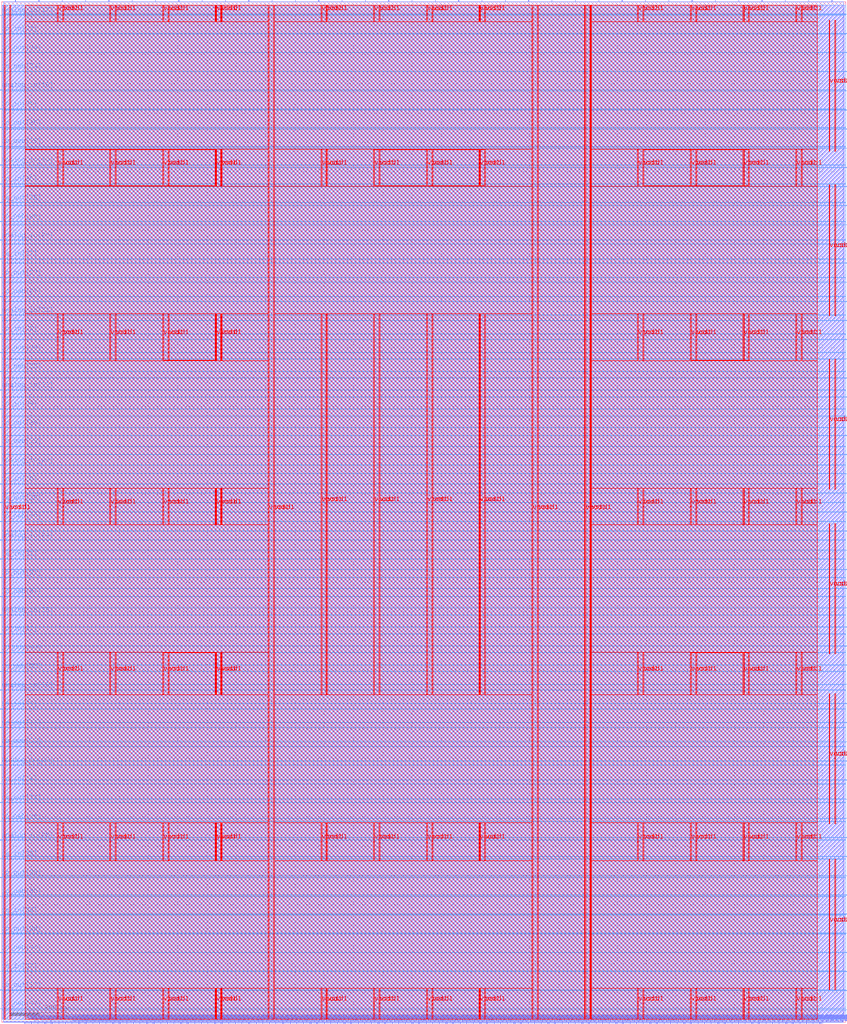
<source format=lef>
VERSION 5.7 ;
  NOWIREEXTENSIONATPIN ON ;
  DIVIDERCHAR "/" ;
  BUSBITCHARS "[]" ;
MACRO j202_soc_core_wrapper
  CLASS BLOCK ;
  FOREIGN j202_soc_core_wrapper ;
  ORIGIN 0.000 0.000 ;
  SIZE 2880.000 BY 3480.000 ;
  PIN analog_io[0]
    DIRECTION INOUT ;
    USE SIGNAL ;
    PORT
      LAYER met3 ;
        RECT 2879.000 1412.780 2884.800 1413.980 ;
    END
  END analog_io[0]
  PIN analog_io[10]
    DIRECTION INOUT ;
    USE SIGNAL ;
    PORT
      LAYER met2 ;
        RECT 2195.530 3479.000 2196.090 3484.800 ;
    END
  END analog_io[10]
  PIN analog_io[11]
    DIRECTION INOUT ;
    USE SIGNAL ;
    PORT
      LAYER met2 ;
        RECT 1877.210 3479.000 1877.770 3484.800 ;
    END
  END analog_io[11]
  PIN analog_io[12]
    DIRECTION INOUT ;
    USE SIGNAL ;
    PORT
      LAYER met2 ;
        RECT 1558.890 3479.000 1559.450 3484.800 ;
    END
  END analog_io[12]
  PIN analog_io[13]
    DIRECTION INOUT ;
    USE SIGNAL ;
    PORT
      LAYER met2 ;
        RECT 1240.570 3479.000 1241.130 3484.800 ;
    END
  END analog_io[13]
  PIN analog_io[14]
    DIRECTION INOUT ;
    USE SIGNAL ;
    PORT
      LAYER met2 ;
        RECT 922.250 3479.000 922.810 3484.800 ;
    END
  END analog_io[14]
  PIN analog_io[15]
    DIRECTION INOUT ;
    USE SIGNAL ;
    PORT
      LAYER met2 ;
        RECT 603.930 3479.000 604.490 3484.800 ;
    END
  END analog_io[15]
  PIN analog_io[16]
    DIRECTION INOUT ;
    USE SIGNAL ;
    PORT
      LAYER met2 ;
        RECT 285.610 3479.000 286.170 3484.800 ;
    END
  END analog_io[16]
  PIN analog_io[17]
    DIRECTION INOUT ;
    USE SIGNAL ;
    PORT
      LAYER met3 ;
        RECT -4.800 3433.060 1.000 3434.260 ;
    END
  END analog_io[17]
  PIN analog_io[18]
    DIRECTION INOUT ;
    USE SIGNAL ;
    PORT
      LAYER met3 ;
        RECT -4.800 3177.380 1.000 3178.580 ;
    END
  END analog_io[18]
  PIN analog_io[19]
    DIRECTION INOUT ;
    USE SIGNAL ;
    PORT
      LAYER met3 ;
        RECT -4.800 2921.700 1.000 2922.900 ;
    END
  END analog_io[19]
  PIN analog_io[1]
    DIRECTION INOUT ;
    USE SIGNAL ;
    PORT
      LAYER met3 ;
        RECT 2879.000 1673.900 2884.800 1675.100 ;
    END
  END analog_io[1]
  PIN analog_io[20]
    DIRECTION INOUT ;
    USE SIGNAL ;
    PORT
      LAYER met3 ;
        RECT -4.800 2666.020 1.000 2667.220 ;
    END
  END analog_io[20]
  PIN analog_io[21]
    DIRECTION INOUT ;
    USE SIGNAL ;
    PORT
      LAYER met3 ;
        RECT -4.800 2410.340 1.000 2411.540 ;
    END
  END analog_io[21]
  PIN analog_io[22]
    DIRECTION INOUT ;
    USE SIGNAL ;
    PORT
      LAYER met3 ;
        RECT -4.800 2154.660 1.000 2155.860 ;
    END
  END analog_io[22]
  PIN analog_io[23]
    DIRECTION INOUT ;
    USE SIGNAL ;
    PORT
      LAYER met3 ;
        RECT -4.800 1898.980 1.000 1900.180 ;
    END
  END analog_io[23]
  PIN analog_io[24]
    DIRECTION INOUT ;
    USE SIGNAL ;
    PORT
      LAYER met3 ;
        RECT -4.800 1643.300 1.000 1644.500 ;
    END
  END analog_io[24]
  PIN analog_io[25]
    DIRECTION INOUT ;
    USE SIGNAL ;
    PORT
      LAYER met3 ;
        RECT -4.800 1387.620 1.000 1388.820 ;
    END
  END analog_io[25]
  PIN analog_io[26]
    DIRECTION INOUT ;
    USE SIGNAL ;
    PORT
      LAYER met3 ;
        RECT -4.800 1131.940 1.000 1133.140 ;
    END
  END analog_io[26]
  PIN analog_io[27]
    DIRECTION INOUT ;
    USE SIGNAL ;
    PORT
      LAYER met3 ;
        RECT -4.800 876.260 1.000 877.460 ;
    END
  END analog_io[27]
  PIN analog_io[28]
    DIRECTION INOUT ;
    USE SIGNAL ;
    PORT
      LAYER met3 ;
        RECT -4.800 620.580 1.000 621.780 ;
    END
  END analog_io[28]
  PIN analog_io[2]
    DIRECTION INOUT ;
    USE SIGNAL ;
    PORT
      LAYER met3 ;
        RECT 2879.000 1935.020 2884.800 1936.220 ;
    END
  END analog_io[2]
  PIN analog_io[3]
    DIRECTION INOUT ;
    USE SIGNAL ;
    PORT
      LAYER met3 ;
        RECT 2879.000 2196.140 2884.800 2197.340 ;
    END
  END analog_io[3]
  PIN analog_io[4]
    DIRECTION INOUT ;
    USE SIGNAL ;
    PORT
      LAYER met3 ;
        RECT 2879.000 2457.260 2884.800 2458.460 ;
    END
  END analog_io[4]
  PIN analog_io[5]
    DIRECTION INOUT ;
    USE SIGNAL ;
    PORT
      LAYER met3 ;
        RECT 2879.000 2718.380 2884.800 2719.580 ;
    END
  END analog_io[5]
  PIN analog_io[6]
    DIRECTION INOUT ;
    USE SIGNAL ;
    PORT
      LAYER met3 ;
        RECT 2879.000 2979.500 2884.800 2980.700 ;
    END
  END analog_io[6]
  PIN analog_io[7]
    DIRECTION INOUT ;
    USE SIGNAL ;
    PORT
      LAYER met3 ;
        RECT 2879.000 3240.620 2884.800 3241.820 ;
    END
  END analog_io[7]
  PIN analog_io[8]
    DIRECTION INOUT ;
    USE SIGNAL ;
    PORT
      LAYER met2 ;
        RECT 2832.170 3479.000 2832.730 3484.800 ;
    END
  END analog_io[8]
  PIN analog_io[9]
    DIRECTION INOUT ;
    USE SIGNAL ;
    PORT
      LAYER met2 ;
        RECT 2513.850 3479.000 2514.410 3484.800 ;
    END
  END analog_io[9]
  PIN io_in[0]
    DIRECTION INPUT ;
    USE SIGNAL ;
    PORT
      LAYER met3 ;
        RECT 2879.000 41.900 2884.800 43.100 ;
    END
  END io_in[0]
  PIN io_in[10]
    DIRECTION INPUT ;
    USE SIGNAL ;
    PORT
      LAYER met3 ;
        RECT 2879.000 2261.420 2884.800 2262.620 ;
    END
  END io_in[10]
  PIN io_in[11]
    DIRECTION INPUT ;
    USE SIGNAL ;
    PORT
      LAYER met3 ;
        RECT 2879.000 2522.540 2884.800 2523.740 ;
    END
  END io_in[11]
  PIN io_in[12]
    DIRECTION INPUT ;
    USE SIGNAL ;
    PORT
      LAYER met3 ;
        RECT 2879.000 2783.660 2884.800 2784.860 ;
    END
  END io_in[12]
  PIN io_in[13]
    DIRECTION INPUT ;
    USE SIGNAL ;
    PORT
      LAYER met3 ;
        RECT 2879.000 3044.780 2884.800 3045.980 ;
    END
  END io_in[13]
  PIN io_in[14]
    DIRECTION INPUT ;
    USE SIGNAL ;
    PORT
      LAYER met3 ;
        RECT 2879.000 3305.900 2884.800 3307.100 ;
    END
  END io_in[14]
  PIN io_in[15]
    DIRECTION INPUT ;
    USE SIGNAL ;
    PORT
      LAYER met2 ;
        RECT 2752.590 3479.000 2753.150 3484.800 ;
    END
  END io_in[15]
  PIN io_in[16]
    DIRECTION INPUT ;
    USE SIGNAL ;
    PORT
      LAYER met2 ;
        RECT 2434.270 3479.000 2434.830 3484.800 ;
    END
  END io_in[16]
  PIN io_in[17]
    DIRECTION INPUT ;
    USE SIGNAL ;
    PORT
      LAYER met2 ;
        RECT 2115.950 3479.000 2116.510 3484.800 ;
    END
  END io_in[17]
  PIN io_in[18]
    DIRECTION INPUT ;
    USE SIGNAL ;
    PORT
      LAYER met2 ;
        RECT 1797.630 3479.000 1798.190 3484.800 ;
    END
  END io_in[18]
  PIN io_in[19]
    DIRECTION INPUT ;
    USE SIGNAL ;
    PORT
      LAYER met2 ;
        RECT 1479.310 3479.000 1479.870 3484.800 ;
    END
  END io_in[19]
  PIN io_in[1]
    DIRECTION INPUT ;
    USE SIGNAL ;
    PORT
      LAYER met3 ;
        RECT 2879.000 237.740 2884.800 238.940 ;
    END
  END io_in[1]
  PIN io_in[20]
    DIRECTION INPUT ;
    USE SIGNAL ;
    PORT
      LAYER met2 ;
        RECT 1160.990 3479.000 1161.550 3484.800 ;
    END
  END io_in[20]
  PIN io_in[21]
    DIRECTION INPUT ;
    USE SIGNAL ;
    PORT
      LAYER met2 ;
        RECT 842.670 3479.000 843.230 3484.800 ;
    END
  END io_in[21]
  PIN io_in[22]
    DIRECTION INPUT ;
    USE SIGNAL ;
    PORT
      LAYER met2 ;
        RECT 524.350 3479.000 524.910 3484.800 ;
    END
  END io_in[22]
  PIN io_in[23]
    DIRECTION INPUT ;
    USE SIGNAL ;
    PORT
      LAYER met2 ;
        RECT 206.030 3479.000 206.590 3484.800 ;
    END
  END io_in[23]
  PIN io_in[24]
    DIRECTION INPUT ;
    USE SIGNAL ;
    PORT
      LAYER met3 ;
        RECT -4.800 3369.140 1.000 3370.340 ;
    END
  END io_in[24]
  PIN io_in[25]
    DIRECTION INPUT ;
    USE SIGNAL ;
    PORT
      LAYER met3 ;
        RECT -4.800 3113.460 1.000 3114.660 ;
    END
  END io_in[25]
  PIN io_in[26]
    DIRECTION INPUT ;
    USE SIGNAL ;
    PORT
      LAYER met3 ;
        RECT -4.800 2857.780 1.000 2858.980 ;
    END
  END io_in[26]
  PIN io_in[27]
    DIRECTION INPUT ;
    USE SIGNAL ;
    PORT
      LAYER met3 ;
        RECT -4.800 2602.100 1.000 2603.300 ;
    END
  END io_in[27]
  PIN io_in[28]
    DIRECTION INPUT ;
    USE SIGNAL ;
    PORT
      LAYER met3 ;
        RECT -4.800 2346.420 1.000 2347.620 ;
    END
  END io_in[28]
  PIN io_in[29]
    DIRECTION INPUT ;
    USE SIGNAL ;
    PORT
      LAYER met3 ;
        RECT -4.800 2090.740 1.000 2091.940 ;
    END
  END io_in[29]
  PIN io_in[2]
    DIRECTION INPUT ;
    USE SIGNAL ;
    PORT
      LAYER met3 ;
        RECT 2879.000 433.580 2884.800 434.780 ;
    END
  END io_in[2]
  PIN io_in[30]
    DIRECTION INPUT ;
    USE SIGNAL ;
    PORT
      LAYER met3 ;
        RECT -4.800 1835.060 1.000 1836.260 ;
    END
  END io_in[30]
  PIN io_in[31]
    DIRECTION INPUT ;
    USE SIGNAL ;
    PORT
      LAYER met3 ;
        RECT -4.800 1579.380 1.000 1580.580 ;
    END
  END io_in[31]
  PIN io_in[32]
    DIRECTION INPUT ;
    USE SIGNAL ;
    PORT
      LAYER met3 ;
        RECT -4.800 1323.700 1.000 1324.900 ;
    END
  END io_in[32]
  PIN io_in[33]
    DIRECTION INPUT ;
    USE SIGNAL ;
    PORT
      LAYER met3 ;
        RECT -4.800 1068.020 1.000 1069.220 ;
    END
  END io_in[33]
  PIN io_in[34]
    DIRECTION INPUT ;
    USE SIGNAL ;
    PORT
      LAYER met3 ;
        RECT -4.800 812.340 1.000 813.540 ;
    END
  END io_in[34]
  PIN io_in[35]
    DIRECTION INPUT ;
    USE SIGNAL ;
    PORT
      LAYER met3 ;
        RECT -4.800 556.660 1.000 557.860 ;
    END
  END io_in[35]
  PIN io_in[36]
    DIRECTION INPUT ;
    USE SIGNAL ;
    PORT
      LAYER met3 ;
        RECT -4.800 364.900 1.000 366.100 ;
    END
  END io_in[36]
  PIN io_in[37]
    DIRECTION INPUT ;
    USE SIGNAL ;
    PORT
      LAYER met3 ;
        RECT -4.800 173.140 1.000 174.340 ;
    END
  END io_in[37]
  PIN io_in[3]
    DIRECTION INPUT ;
    USE SIGNAL ;
    PORT
      LAYER met3 ;
        RECT 2879.000 629.420 2884.800 630.620 ;
    END
  END io_in[3]
  PIN io_in[4]
    DIRECTION INPUT ;
    USE SIGNAL ;
    PORT
      LAYER met3 ;
        RECT 2879.000 825.260 2884.800 826.460 ;
    END
  END io_in[4]
  PIN io_in[5]
    DIRECTION INPUT ;
    USE SIGNAL ;
    PORT
      LAYER met3 ;
        RECT 2879.000 1021.100 2884.800 1022.300 ;
    END
  END io_in[5]
  PIN io_in[6]
    DIRECTION INPUT ;
    USE SIGNAL ;
    PORT
      LAYER met3 ;
        RECT 2879.000 1216.940 2884.800 1218.140 ;
    END
  END io_in[6]
  PIN io_in[7]
    DIRECTION INPUT ;
    USE SIGNAL ;
    PORT
      LAYER met3 ;
        RECT 2879.000 1478.060 2884.800 1479.260 ;
    END
  END io_in[7]
  PIN io_in[8]
    DIRECTION INPUT ;
    USE SIGNAL ;
    PORT
      LAYER met3 ;
        RECT 2879.000 1739.180 2884.800 1740.380 ;
    END
  END io_in[8]
  PIN io_in[9]
    DIRECTION INPUT ;
    USE SIGNAL ;
    PORT
      LAYER met3 ;
        RECT 2879.000 2000.300 2884.800 2001.500 ;
    END
  END io_in[9]
  PIN io_oeb[0]
    DIRECTION OUTPUT TRISTATE ;
    USE SIGNAL ;
    PORT
      LAYER met3 ;
        RECT 2879.000 172.460 2884.800 173.660 ;
    END
  END io_oeb[0]
  PIN io_oeb[10]
    DIRECTION OUTPUT TRISTATE ;
    USE SIGNAL ;
    PORT
      LAYER met3 ;
        RECT 2879.000 2391.980 2884.800 2393.180 ;
    END
  END io_oeb[10]
  PIN io_oeb[11]
    DIRECTION OUTPUT TRISTATE ;
    USE SIGNAL ;
    PORT
      LAYER met3 ;
        RECT 2879.000 2653.100 2884.800 2654.300 ;
    END
  END io_oeb[11]
  PIN io_oeb[12]
    DIRECTION OUTPUT TRISTATE ;
    USE SIGNAL ;
    PORT
      LAYER met3 ;
        RECT 2879.000 2914.220 2884.800 2915.420 ;
    END
  END io_oeb[12]
  PIN io_oeb[13]
    DIRECTION OUTPUT TRISTATE ;
    USE SIGNAL ;
    PORT
      LAYER met3 ;
        RECT 2879.000 3175.340 2884.800 3176.540 ;
    END
  END io_oeb[13]
  PIN io_oeb[14]
    DIRECTION OUTPUT TRISTATE ;
    USE SIGNAL ;
    PORT
      LAYER met3 ;
        RECT 2879.000 3436.460 2884.800 3437.660 ;
    END
  END io_oeb[14]
  PIN io_oeb[15]
    DIRECTION OUTPUT TRISTATE ;
    USE SIGNAL ;
    PORT
      LAYER met2 ;
        RECT 2593.430 3479.000 2593.990 3484.800 ;
    END
  END io_oeb[15]
  PIN io_oeb[16]
    DIRECTION OUTPUT TRISTATE ;
    USE SIGNAL ;
    PORT
      LAYER met2 ;
        RECT 2275.110 3479.000 2275.670 3484.800 ;
    END
  END io_oeb[16]
  PIN io_oeb[17]
    DIRECTION OUTPUT TRISTATE ;
    USE SIGNAL ;
    PORT
      LAYER met2 ;
        RECT 1956.790 3479.000 1957.350 3484.800 ;
    END
  END io_oeb[17]
  PIN io_oeb[18]
    DIRECTION OUTPUT TRISTATE ;
    USE SIGNAL ;
    PORT
      LAYER met2 ;
        RECT 1638.470 3479.000 1639.030 3484.800 ;
    END
  END io_oeb[18]
  PIN io_oeb[19]
    DIRECTION OUTPUT TRISTATE ;
    USE SIGNAL ;
    PORT
      LAYER met2 ;
        RECT 1320.150 3479.000 1320.710 3484.800 ;
    END
  END io_oeb[19]
  PIN io_oeb[1]
    DIRECTION OUTPUT TRISTATE ;
    USE SIGNAL ;
    PORT
      LAYER met3 ;
        RECT 2879.000 368.300 2884.800 369.500 ;
    END
  END io_oeb[1]
  PIN io_oeb[20]
    DIRECTION OUTPUT TRISTATE ;
    USE SIGNAL ;
    PORT
      LAYER met2 ;
        RECT 1001.830 3479.000 1002.390 3484.800 ;
    END
  END io_oeb[20]
  PIN io_oeb[21]
    DIRECTION OUTPUT TRISTATE ;
    USE SIGNAL ;
    PORT
      LAYER met2 ;
        RECT 683.510 3479.000 684.070 3484.800 ;
    END
  END io_oeb[21]
  PIN io_oeb[22]
    DIRECTION OUTPUT TRISTATE ;
    USE SIGNAL ;
    PORT
      LAYER met2 ;
        RECT 365.190 3479.000 365.750 3484.800 ;
    END
  END io_oeb[22]
  PIN io_oeb[23]
    DIRECTION OUTPUT TRISTATE ;
    USE SIGNAL ;
    PORT
      LAYER met2 ;
        RECT 46.870 3479.000 47.430 3484.800 ;
    END
  END io_oeb[23]
  PIN io_oeb[24]
    DIRECTION OUTPUT TRISTATE ;
    USE SIGNAL ;
    PORT
      LAYER met3 ;
        RECT -4.800 3241.300 1.000 3242.500 ;
    END
  END io_oeb[24]
  PIN io_oeb[25]
    DIRECTION OUTPUT TRISTATE ;
    USE SIGNAL ;
    PORT
      LAYER met3 ;
        RECT -4.800 2985.620 1.000 2986.820 ;
    END
  END io_oeb[25]
  PIN io_oeb[26]
    DIRECTION OUTPUT TRISTATE ;
    USE SIGNAL ;
    PORT
      LAYER met3 ;
        RECT -4.800 2729.940 1.000 2731.140 ;
    END
  END io_oeb[26]
  PIN io_oeb[27]
    DIRECTION OUTPUT TRISTATE ;
    USE SIGNAL ;
    PORT
      LAYER met3 ;
        RECT -4.800 2474.260 1.000 2475.460 ;
    END
  END io_oeb[27]
  PIN io_oeb[28]
    DIRECTION OUTPUT TRISTATE ;
    USE SIGNAL ;
    PORT
      LAYER met3 ;
        RECT -4.800 2218.580 1.000 2219.780 ;
    END
  END io_oeb[28]
  PIN io_oeb[29]
    DIRECTION OUTPUT TRISTATE ;
    USE SIGNAL ;
    PORT
      LAYER met3 ;
        RECT -4.800 1962.900 1.000 1964.100 ;
    END
  END io_oeb[29]
  PIN io_oeb[2]
    DIRECTION OUTPUT TRISTATE ;
    USE SIGNAL ;
    PORT
      LAYER met3 ;
        RECT 2879.000 564.140 2884.800 565.340 ;
    END
  END io_oeb[2]
  PIN io_oeb[30]
    DIRECTION OUTPUT TRISTATE ;
    USE SIGNAL ;
    PORT
      LAYER met3 ;
        RECT -4.800 1707.220 1.000 1708.420 ;
    END
  END io_oeb[30]
  PIN io_oeb[31]
    DIRECTION OUTPUT TRISTATE ;
    USE SIGNAL ;
    PORT
      LAYER met3 ;
        RECT -4.800 1451.540 1.000 1452.740 ;
    END
  END io_oeb[31]
  PIN io_oeb[32]
    DIRECTION OUTPUT TRISTATE ;
    USE SIGNAL ;
    PORT
      LAYER met3 ;
        RECT -4.800 1195.860 1.000 1197.060 ;
    END
  END io_oeb[32]
  PIN io_oeb[33]
    DIRECTION OUTPUT TRISTATE ;
    USE SIGNAL ;
    PORT
      LAYER met3 ;
        RECT -4.800 940.180 1.000 941.380 ;
    END
  END io_oeb[33]
  PIN io_oeb[34]
    DIRECTION OUTPUT TRISTATE ;
    USE SIGNAL ;
    PORT
      LAYER met3 ;
        RECT -4.800 684.500 1.000 685.700 ;
    END
  END io_oeb[34]
  PIN io_oeb[35]
    DIRECTION OUTPUT TRISTATE ;
    USE SIGNAL ;
    PORT
      LAYER met3 ;
        RECT -4.800 428.820 1.000 430.020 ;
    END
  END io_oeb[35]
  PIN io_oeb[36]
    DIRECTION OUTPUT TRISTATE ;
    USE SIGNAL ;
    PORT
      LAYER met3 ;
        RECT -4.800 237.060 1.000 238.260 ;
    END
  END io_oeb[36]
  PIN io_oeb[37]
    DIRECTION OUTPUT TRISTATE ;
    USE SIGNAL ;
    PORT
      LAYER met3 ;
        RECT -4.800 45.300 1.000 46.500 ;
    END
  END io_oeb[37]
  PIN io_oeb[3]
    DIRECTION OUTPUT TRISTATE ;
    USE SIGNAL ;
    PORT
      LAYER met3 ;
        RECT 2879.000 759.980 2884.800 761.180 ;
    END
  END io_oeb[3]
  PIN io_oeb[4]
    DIRECTION OUTPUT TRISTATE ;
    USE SIGNAL ;
    PORT
      LAYER met3 ;
        RECT 2879.000 955.820 2884.800 957.020 ;
    END
  END io_oeb[4]
  PIN io_oeb[5]
    DIRECTION OUTPUT TRISTATE ;
    USE SIGNAL ;
    PORT
      LAYER met3 ;
        RECT 2879.000 1151.660 2884.800 1152.860 ;
    END
  END io_oeb[5]
  PIN io_oeb[6]
    DIRECTION OUTPUT TRISTATE ;
    USE SIGNAL ;
    PORT
      LAYER met3 ;
        RECT 2879.000 1347.500 2884.800 1348.700 ;
    END
  END io_oeb[6]
  PIN io_oeb[7]
    DIRECTION OUTPUT TRISTATE ;
    USE SIGNAL ;
    PORT
      LAYER met3 ;
        RECT 2879.000 1608.620 2884.800 1609.820 ;
    END
  END io_oeb[7]
  PIN io_oeb[8]
    DIRECTION OUTPUT TRISTATE ;
    USE SIGNAL ;
    PORT
      LAYER met3 ;
        RECT 2879.000 1869.740 2884.800 1870.940 ;
    END
  END io_oeb[8]
  PIN io_oeb[9]
    DIRECTION OUTPUT TRISTATE ;
    USE SIGNAL ;
    PORT
      LAYER met3 ;
        RECT 2879.000 2130.860 2884.800 2132.060 ;
    END
  END io_oeb[9]
  PIN io_out[0]
    DIRECTION OUTPUT TRISTATE ;
    USE SIGNAL ;
    PORT
      LAYER met3 ;
        RECT 2879.000 107.180 2884.800 108.380 ;
    END
  END io_out[0]
  PIN io_out[10]
    DIRECTION OUTPUT TRISTATE ;
    USE SIGNAL ;
    PORT
      LAYER met3 ;
        RECT 2879.000 2326.700 2884.800 2327.900 ;
    END
  END io_out[10]
  PIN io_out[11]
    DIRECTION OUTPUT TRISTATE ;
    USE SIGNAL ;
    PORT
      LAYER met3 ;
        RECT 2879.000 2587.820 2884.800 2589.020 ;
    END
  END io_out[11]
  PIN io_out[12]
    DIRECTION OUTPUT TRISTATE ;
    USE SIGNAL ;
    PORT
      LAYER met3 ;
        RECT 2879.000 2848.940 2884.800 2850.140 ;
    END
  END io_out[12]
  PIN io_out[13]
    DIRECTION OUTPUT TRISTATE ;
    USE SIGNAL ;
    PORT
      LAYER met3 ;
        RECT 2879.000 3110.060 2884.800 3111.260 ;
    END
  END io_out[13]
  PIN io_out[14]
    DIRECTION OUTPUT TRISTATE ;
    USE SIGNAL ;
    PORT
      LAYER met3 ;
        RECT 2879.000 3371.180 2884.800 3372.380 ;
    END
  END io_out[14]
  PIN io_out[15]
    DIRECTION OUTPUT TRISTATE ;
    USE SIGNAL ;
    PORT
      LAYER met2 ;
        RECT 2673.010 3479.000 2673.570 3484.800 ;
    END
  END io_out[15]
  PIN io_out[16]
    DIRECTION OUTPUT TRISTATE ;
    USE SIGNAL ;
    PORT
      LAYER met2 ;
        RECT 2354.690 3479.000 2355.250 3484.800 ;
    END
  END io_out[16]
  PIN io_out[17]
    DIRECTION OUTPUT TRISTATE ;
    USE SIGNAL ;
    PORT
      LAYER met2 ;
        RECT 2036.370 3479.000 2036.930 3484.800 ;
    END
  END io_out[17]
  PIN io_out[18]
    DIRECTION OUTPUT TRISTATE ;
    USE SIGNAL ;
    PORT
      LAYER met2 ;
        RECT 1718.050 3479.000 1718.610 3484.800 ;
    END
  END io_out[18]
  PIN io_out[19]
    DIRECTION OUTPUT TRISTATE ;
    USE SIGNAL ;
    PORT
      LAYER met2 ;
        RECT 1399.730 3479.000 1400.290 3484.800 ;
    END
  END io_out[19]
  PIN io_out[1]
    DIRECTION OUTPUT TRISTATE ;
    USE SIGNAL ;
    PORT
      LAYER met3 ;
        RECT 2879.000 303.020 2884.800 304.220 ;
    END
  END io_out[1]
  PIN io_out[20]
    DIRECTION OUTPUT TRISTATE ;
    USE SIGNAL ;
    PORT
      LAYER met2 ;
        RECT 1081.410 3479.000 1081.970 3484.800 ;
    END
  END io_out[20]
  PIN io_out[21]
    DIRECTION OUTPUT TRISTATE ;
    USE SIGNAL ;
    PORT
      LAYER met2 ;
        RECT 763.090 3479.000 763.650 3484.800 ;
    END
  END io_out[21]
  PIN io_out[22]
    DIRECTION OUTPUT TRISTATE ;
    USE SIGNAL ;
    PORT
      LAYER met2 ;
        RECT 444.770 3479.000 445.330 3484.800 ;
    END
  END io_out[22]
  PIN io_out[23]
    DIRECTION OUTPUT TRISTATE ;
    USE SIGNAL ;
    PORT
      LAYER met2 ;
        RECT 126.450 3479.000 127.010 3484.800 ;
    END
  END io_out[23]
  PIN io_out[24]
    DIRECTION OUTPUT TRISTATE ;
    USE SIGNAL ;
    PORT
      LAYER met3 ;
        RECT -4.800 3305.220 1.000 3306.420 ;
    END
  END io_out[24]
  PIN io_out[25]
    DIRECTION OUTPUT TRISTATE ;
    USE SIGNAL ;
    PORT
      LAYER met3 ;
        RECT -4.800 3049.540 1.000 3050.740 ;
    END
  END io_out[25]
  PIN io_out[26]
    DIRECTION OUTPUT TRISTATE ;
    USE SIGNAL ;
    PORT
      LAYER met3 ;
        RECT -4.800 2793.860 1.000 2795.060 ;
    END
  END io_out[26]
  PIN io_out[27]
    DIRECTION OUTPUT TRISTATE ;
    USE SIGNAL ;
    PORT
      LAYER met3 ;
        RECT -4.800 2538.180 1.000 2539.380 ;
    END
  END io_out[27]
  PIN io_out[28]
    DIRECTION OUTPUT TRISTATE ;
    USE SIGNAL ;
    PORT
      LAYER met3 ;
        RECT -4.800 2282.500 1.000 2283.700 ;
    END
  END io_out[28]
  PIN io_out[29]
    DIRECTION OUTPUT TRISTATE ;
    USE SIGNAL ;
    PORT
      LAYER met3 ;
        RECT -4.800 2026.820 1.000 2028.020 ;
    END
  END io_out[29]
  PIN io_out[2]
    DIRECTION OUTPUT TRISTATE ;
    USE SIGNAL ;
    PORT
      LAYER met3 ;
        RECT 2879.000 498.860 2884.800 500.060 ;
    END
  END io_out[2]
  PIN io_out[30]
    DIRECTION OUTPUT TRISTATE ;
    USE SIGNAL ;
    PORT
      LAYER met3 ;
        RECT -4.800 1771.140 1.000 1772.340 ;
    END
  END io_out[30]
  PIN io_out[31]
    DIRECTION OUTPUT TRISTATE ;
    USE SIGNAL ;
    PORT
      LAYER met3 ;
        RECT -4.800 1515.460 1.000 1516.660 ;
    END
  END io_out[31]
  PIN io_out[32]
    DIRECTION OUTPUT TRISTATE ;
    USE SIGNAL ;
    PORT
      LAYER met3 ;
        RECT -4.800 1259.780 1.000 1260.980 ;
    END
  END io_out[32]
  PIN io_out[33]
    DIRECTION OUTPUT TRISTATE ;
    USE SIGNAL ;
    PORT
      LAYER met3 ;
        RECT -4.800 1004.100 1.000 1005.300 ;
    END
  END io_out[33]
  PIN io_out[34]
    DIRECTION OUTPUT TRISTATE ;
    USE SIGNAL ;
    PORT
      LAYER met3 ;
        RECT -4.800 748.420 1.000 749.620 ;
    END
  END io_out[34]
  PIN io_out[35]
    DIRECTION OUTPUT TRISTATE ;
    USE SIGNAL ;
    PORT
      LAYER met3 ;
        RECT -4.800 492.740 1.000 493.940 ;
    END
  END io_out[35]
  PIN io_out[36]
    DIRECTION OUTPUT TRISTATE ;
    USE SIGNAL ;
    PORT
      LAYER met3 ;
        RECT -4.800 300.980 1.000 302.180 ;
    END
  END io_out[36]
  PIN io_out[37]
    DIRECTION OUTPUT TRISTATE ;
    USE SIGNAL ;
    PORT
      LAYER met3 ;
        RECT -4.800 109.220 1.000 110.420 ;
    END
  END io_out[37]
  PIN io_out[3]
    DIRECTION OUTPUT TRISTATE ;
    USE SIGNAL ;
    PORT
      LAYER met3 ;
        RECT 2879.000 694.700 2884.800 695.900 ;
    END
  END io_out[3]
  PIN io_out[4]
    DIRECTION OUTPUT TRISTATE ;
    USE SIGNAL ;
    PORT
      LAYER met3 ;
        RECT 2879.000 890.540 2884.800 891.740 ;
    END
  END io_out[4]
  PIN io_out[5]
    DIRECTION OUTPUT TRISTATE ;
    USE SIGNAL ;
    PORT
      LAYER met3 ;
        RECT 2879.000 1086.380 2884.800 1087.580 ;
    END
  END io_out[5]
  PIN io_out[6]
    DIRECTION OUTPUT TRISTATE ;
    USE SIGNAL ;
    PORT
      LAYER met3 ;
        RECT 2879.000 1282.220 2884.800 1283.420 ;
    END
  END io_out[6]
  PIN io_out[7]
    DIRECTION OUTPUT TRISTATE ;
    USE SIGNAL ;
    PORT
      LAYER met3 ;
        RECT 2879.000 1543.340 2884.800 1544.540 ;
    END
  END io_out[7]
  PIN io_out[8]
    DIRECTION OUTPUT TRISTATE ;
    USE SIGNAL ;
    PORT
      LAYER met3 ;
        RECT 2879.000 1804.460 2884.800 1805.660 ;
    END
  END io_out[8]
  PIN io_out[9]
    DIRECTION OUTPUT TRISTATE ;
    USE SIGNAL ;
    PORT
      LAYER met3 ;
        RECT 2879.000 2065.580 2884.800 2066.780 ;
    END
  END io_out[9]
  PIN la_data_in[0]
    DIRECTION INPUT ;
    USE SIGNAL ;
    PORT
      LAYER met2 ;
        RECT 664.190 -4.800 664.750 1.000 ;
    END
  END la_data_in[0]
  PIN la_data_in[100]
    DIRECTION INPUT ;
    USE SIGNAL ;
    PORT
      LAYER met2 ;
        RECT 2320.190 -4.800 2320.750 1.000 ;
    END
  END la_data_in[100]
  PIN la_data_in[101]
    DIRECTION INPUT ;
    USE SIGNAL ;
    PORT
      LAYER met2 ;
        RECT 2336.750 -4.800 2337.310 1.000 ;
    END
  END la_data_in[101]
  PIN la_data_in[102]
    DIRECTION INPUT ;
    USE SIGNAL ;
    PORT
      LAYER met2 ;
        RECT 2353.310 -4.800 2353.870 1.000 ;
    END
  END la_data_in[102]
  PIN la_data_in[103]
    DIRECTION INPUT ;
    USE SIGNAL ;
    PORT
      LAYER met2 ;
        RECT 2369.870 -4.800 2370.430 1.000 ;
    END
  END la_data_in[103]
  PIN la_data_in[104]
    DIRECTION INPUT ;
    USE SIGNAL ;
    PORT
      LAYER met2 ;
        RECT 2386.430 -4.800 2386.990 1.000 ;
    END
  END la_data_in[104]
  PIN la_data_in[105]
    DIRECTION INPUT ;
    USE SIGNAL ;
    PORT
      LAYER met2 ;
        RECT 2402.990 -4.800 2403.550 1.000 ;
    END
  END la_data_in[105]
  PIN la_data_in[106]
    DIRECTION INPUT ;
    USE SIGNAL ;
    PORT
      LAYER met2 ;
        RECT 2419.550 -4.800 2420.110 1.000 ;
    END
  END la_data_in[106]
  PIN la_data_in[107]
    DIRECTION INPUT ;
    USE SIGNAL ;
    PORT
      LAYER met2 ;
        RECT 2436.110 -4.800 2436.670 1.000 ;
    END
  END la_data_in[107]
  PIN la_data_in[108]
    DIRECTION INPUT ;
    USE SIGNAL ;
    PORT
      LAYER met2 ;
        RECT 2452.670 -4.800 2453.230 1.000 ;
    END
  END la_data_in[108]
  PIN la_data_in[109]
    DIRECTION INPUT ;
    USE SIGNAL ;
    PORT
      LAYER met2 ;
        RECT 2469.230 -4.800 2469.790 1.000 ;
    END
  END la_data_in[109]
  PIN la_data_in[10]
    DIRECTION INPUT ;
    USE SIGNAL ;
    PORT
      LAYER met2 ;
        RECT 829.790 -4.800 830.350 1.000 ;
    END
  END la_data_in[10]
  PIN la_data_in[110]
    DIRECTION INPUT ;
    USE SIGNAL ;
    PORT
      LAYER met2 ;
        RECT 2485.790 -4.800 2486.350 1.000 ;
    END
  END la_data_in[110]
  PIN la_data_in[111]
    DIRECTION INPUT ;
    USE SIGNAL ;
    PORT
      LAYER met2 ;
        RECT 2502.350 -4.800 2502.910 1.000 ;
    END
  END la_data_in[111]
  PIN la_data_in[112]
    DIRECTION INPUT ;
    USE SIGNAL ;
    PORT
      LAYER met2 ;
        RECT 2518.910 -4.800 2519.470 1.000 ;
    END
  END la_data_in[112]
  PIN la_data_in[113]
    DIRECTION INPUT ;
    USE SIGNAL ;
    PORT
      LAYER met2 ;
        RECT 2535.470 -4.800 2536.030 1.000 ;
    END
  END la_data_in[113]
  PIN la_data_in[114]
    DIRECTION INPUT ;
    USE SIGNAL ;
    PORT
      LAYER met2 ;
        RECT 2552.030 -4.800 2552.590 1.000 ;
    END
  END la_data_in[114]
  PIN la_data_in[115]
    DIRECTION INPUT ;
    USE SIGNAL ;
    PORT
      LAYER met2 ;
        RECT 2568.590 -4.800 2569.150 1.000 ;
    END
  END la_data_in[115]
  PIN la_data_in[116]
    DIRECTION INPUT ;
    USE SIGNAL ;
    PORT
      LAYER met2 ;
        RECT 2585.150 -4.800 2585.710 1.000 ;
    END
  END la_data_in[116]
  PIN la_data_in[117]
    DIRECTION INPUT ;
    USE SIGNAL ;
    PORT
      LAYER met2 ;
        RECT 2601.710 -4.800 2602.270 1.000 ;
    END
  END la_data_in[117]
  PIN la_data_in[118]
    DIRECTION INPUT ;
    USE SIGNAL ;
    PORT
      LAYER met2 ;
        RECT 2618.270 -4.800 2618.830 1.000 ;
    END
  END la_data_in[118]
  PIN la_data_in[119]
    DIRECTION INPUT ;
    USE SIGNAL ;
    PORT
      LAYER met2 ;
        RECT 2634.830 -4.800 2635.390 1.000 ;
    END
  END la_data_in[119]
  PIN la_data_in[11]
    DIRECTION INPUT ;
    USE SIGNAL ;
    PORT
      LAYER met2 ;
        RECT 846.350 -4.800 846.910 1.000 ;
    END
  END la_data_in[11]
  PIN la_data_in[120]
    DIRECTION INPUT ;
    USE SIGNAL ;
    PORT
      LAYER met2 ;
        RECT 2651.390 -4.800 2651.950 1.000 ;
    END
  END la_data_in[120]
  PIN la_data_in[121]
    DIRECTION INPUT ;
    USE SIGNAL ;
    PORT
      LAYER met2 ;
        RECT 2667.950 -4.800 2668.510 1.000 ;
    END
  END la_data_in[121]
  PIN la_data_in[122]
    DIRECTION INPUT ;
    USE SIGNAL ;
    PORT
      LAYER met2 ;
        RECT 2684.510 -4.800 2685.070 1.000 ;
    END
  END la_data_in[122]
  PIN la_data_in[123]
    DIRECTION INPUT ;
    USE SIGNAL ;
    PORT
      LAYER met2 ;
        RECT 2701.070 -4.800 2701.630 1.000 ;
    END
  END la_data_in[123]
  PIN la_data_in[124]
    DIRECTION INPUT ;
    USE SIGNAL ;
    PORT
      LAYER met2 ;
        RECT 2717.630 -4.800 2718.190 1.000 ;
    END
  END la_data_in[124]
  PIN la_data_in[125]
    DIRECTION INPUT ;
    USE SIGNAL ;
    PORT
      LAYER met2 ;
        RECT 2734.190 -4.800 2734.750 1.000 ;
    END
  END la_data_in[125]
  PIN la_data_in[126]
    DIRECTION INPUT ;
    USE SIGNAL ;
    PORT
      LAYER met2 ;
        RECT 2750.750 -4.800 2751.310 1.000 ;
    END
  END la_data_in[126]
  PIN la_data_in[127]
    DIRECTION INPUT ;
    USE SIGNAL ;
    PORT
      LAYER met2 ;
        RECT 2767.310 -4.800 2767.870 1.000 ;
    END
  END la_data_in[127]
  PIN la_data_in[12]
    DIRECTION INPUT ;
    USE SIGNAL ;
    PORT
      LAYER met2 ;
        RECT 862.910 -4.800 863.470 1.000 ;
    END
  END la_data_in[12]
  PIN la_data_in[13]
    DIRECTION INPUT ;
    USE SIGNAL ;
    PORT
      LAYER met2 ;
        RECT 879.470 -4.800 880.030 1.000 ;
    END
  END la_data_in[13]
  PIN la_data_in[14]
    DIRECTION INPUT ;
    USE SIGNAL ;
    PORT
      LAYER met2 ;
        RECT 896.030 -4.800 896.590 1.000 ;
    END
  END la_data_in[14]
  PIN la_data_in[15]
    DIRECTION INPUT ;
    USE SIGNAL ;
    PORT
      LAYER met2 ;
        RECT 912.590 -4.800 913.150 1.000 ;
    END
  END la_data_in[15]
  PIN la_data_in[16]
    DIRECTION INPUT ;
    USE SIGNAL ;
    PORT
      LAYER met2 ;
        RECT 929.150 -4.800 929.710 1.000 ;
    END
  END la_data_in[16]
  PIN la_data_in[17]
    DIRECTION INPUT ;
    USE SIGNAL ;
    PORT
      LAYER met2 ;
        RECT 945.710 -4.800 946.270 1.000 ;
    END
  END la_data_in[17]
  PIN la_data_in[18]
    DIRECTION INPUT ;
    USE SIGNAL ;
    PORT
      LAYER met2 ;
        RECT 962.270 -4.800 962.830 1.000 ;
    END
  END la_data_in[18]
  PIN la_data_in[19]
    DIRECTION INPUT ;
    USE SIGNAL ;
    PORT
      LAYER met2 ;
        RECT 978.830 -4.800 979.390 1.000 ;
    END
  END la_data_in[19]
  PIN la_data_in[1]
    DIRECTION INPUT ;
    USE SIGNAL ;
    PORT
      LAYER met2 ;
        RECT 680.750 -4.800 681.310 1.000 ;
    END
  END la_data_in[1]
  PIN la_data_in[20]
    DIRECTION INPUT ;
    USE SIGNAL ;
    PORT
      LAYER met2 ;
        RECT 995.390 -4.800 995.950 1.000 ;
    END
  END la_data_in[20]
  PIN la_data_in[21]
    DIRECTION INPUT ;
    USE SIGNAL ;
    PORT
      LAYER met2 ;
        RECT 1011.950 -4.800 1012.510 1.000 ;
    END
  END la_data_in[21]
  PIN la_data_in[22]
    DIRECTION INPUT ;
    USE SIGNAL ;
    PORT
      LAYER met2 ;
        RECT 1028.510 -4.800 1029.070 1.000 ;
    END
  END la_data_in[22]
  PIN la_data_in[23]
    DIRECTION INPUT ;
    USE SIGNAL ;
    PORT
      LAYER met2 ;
        RECT 1045.070 -4.800 1045.630 1.000 ;
    END
  END la_data_in[23]
  PIN la_data_in[24]
    DIRECTION INPUT ;
    USE SIGNAL ;
    PORT
      LAYER met2 ;
        RECT 1061.630 -4.800 1062.190 1.000 ;
    END
  END la_data_in[24]
  PIN la_data_in[25]
    DIRECTION INPUT ;
    USE SIGNAL ;
    PORT
      LAYER met2 ;
        RECT 1078.190 -4.800 1078.750 1.000 ;
    END
  END la_data_in[25]
  PIN la_data_in[26]
    DIRECTION INPUT ;
    USE SIGNAL ;
    PORT
      LAYER met2 ;
        RECT 1094.750 -4.800 1095.310 1.000 ;
    END
  END la_data_in[26]
  PIN la_data_in[27]
    DIRECTION INPUT ;
    USE SIGNAL ;
    PORT
      LAYER met2 ;
        RECT 1111.310 -4.800 1111.870 1.000 ;
    END
  END la_data_in[27]
  PIN la_data_in[28]
    DIRECTION INPUT ;
    USE SIGNAL ;
    PORT
      LAYER met2 ;
        RECT 1127.870 -4.800 1128.430 1.000 ;
    END
  END la_data_in[28]
  PIN la_data_in[29]
    DIRECTION INPUT ;
    USE SIGNAL ;
    PORT
      LAYER met2 ;
        RECT 1144.430 -4.800 1144.990 1.000 ;
    END
  END la_data_in[29]
  PIN la_data_in[2]
    DIRECTION INPUT ;
    USE SIGNAL ;
    PORT
      LAYER met2 ;
        RECT 697.310 -4.800 697.870 1.000 ;
    END
  END la_data_in[2]
  PIN la_data_in[30]
    DIRECTION INPUT ;
    USE SIGNAL ;
    PORT
      LAYER met2 ;
        RECT 1160.990 -4.800 1161.550 1.000 ;
    END
  END la_data_in[30]
  PIN la_data_in[31]
    DIRECTION INPUT ;
    USE SIGNAL ;
    PORT
      LAYER met2 ;
        RECT 1177.550 -4.800 1178.110 1.000 ;
    END
  END la_data_in[31]
  PIN la_data_in[32]
    DIRECTION INPUT ;
    USE SIGNAL ;
    PORT
      LAYER met2 ;
        RECT 1194.110 -4.800 1194.670 1.000 ;
    END
  END la_data_in[32]
  PIN la_data_in[33]
    DIRECTION INPUT ;
    USE SIGNAL ;
    PORT
      LAYER met2 ;
        RECT 1210.670 -4.800 1211.230 1.000 ;
    END
  END la_data_in[33]
  PIN la_data_in[34]
    DIRECTION INPUT ;
    USE SIGNAL ;
    PORT
      LAYER met2 ;
        RECT 1227.230 -4.800 1227.790 1.000 ;
    END
  END la_data_in[34]
  PIN la_data_in[35]
    DIRECTION INPUT ;
    USE SIGNAL ;
    PORT
      LAYER met2 ;
        RECT 1243.790 -4.800 1244.350 1.000 ;
    END
  END la_data_in[35]
  PIN la_data_in[36]
    DIRECTION INPUT ;
    USE SIGNAL ;
    PORT
      LAYER met2 ;
        RECT 1260.350 -4.800 1260.910 1.000 ;
    END
  END la_data_in[36]
  PIN la_data_in[37]
    DIRECTION INPUT ;
    USE SIGNAL ;
    PORT
      LAYER met2 ;
        RECT 1276.910 -4.800 1277.470 1.000 ;
    END
  END la_data_in[37]
  PIN la_data_in[38]
    DIRECTION INPUT ;
    USE SIGNAL ;
    PORT
      LAYER met2 ;
        RECT 1293.470 -4.800 1294.030 1.000 ;
    END
  END la_data_in[38]
  PIN la_data_in[39]
    DIRECTION INPUT ;
    USE SIGNAL ;
    PORT
      LAYER met2 ;
        RECT 1310.030 -4.800 1310.590 1.000 ;
    END
  END la_data_in[39]
  PIN la_data_in[3]
    DIRECTION INPUT ;
    USE SIGNAL ;
    PORT
      LAYER met2 ;
        RECT 713.870 -4.800 714.430 1.000 ;
    END
  END la_data_in[3]
  PIN la_data_in[40]
    DIRECTION INPUT ;
    USE SIGNAL ;
    PORT
      LAYER met2 ;
        RECT 1326.590 -4.800 1327.150 1.000 ;
    END
  END la_data_in[40]
  PIN la_data_in[41]
    DIRECTION INPUT ;
    USE SIGNAL ;
    PORT
      LAYER met2 ;
        RECT 1343.150 -4.800 1343.710 1.000 ;
    END
  END la_data_in[41]
  PIN la_data_in[42]
    DIRECTION INPUT ;
    USE SIGNAL ;
    PORT
      LAYER met2 ;
        RECT 1359.710 -4.800 1360.270 1.000 ;
    END
  END la_data_in[42]
  PIN la_data_in[43]
    DIRECTION INPUT ;
    USE SIGNAL ;
    PORT
      LAYER met2 ;
        RECT 1376.270 -4.800 1376.830 1.000 ;
    END
  END la_data_in[43]
  PIN la_data_in[44]
    DIRECTION INPUT ;
    USE SIGNAL ;
    PORT
      LAYER met2 ;
        RECT 1392.830 -4.800 1393.390 1.000 ;
    END
  END la_data_in[44]
  PIN la_data_in[45]
    DIRECTION INPUT ;
    USE SIGNAL ;
    PORT
      LAYER met2 ;
        RECT 1409.390 -4.800 1409.950 1.000 ;
    END
  END la_data_in[45]
  PIN la_data_in[46]
    DIRECTION INPUT ;
    USE SIGNAL ;
    PORT
      LAYER met2 ;
        RECT 1425.950 -4.800 1426.510 1.000 ;
    END
  END la_data_in[46]
  PIN la_data_in[47]
    DIRECTION INPUT ;
    USE SIGNAL ;
    PORT
      LAYER met2 ;
        RECT 1442.510 -4.800 1443.070 1.000 ;
    END
  END la_data_in[47]
  PIN la_data_in[48]
    DIRECTION INPUT ;
    USE SIGNAL ;
    PORT
      LAYER met2 ;
        RECT 1459.070 -4.800 1459.630 1.000 ;
    END
  END la_data_in[48]
  PIN la_data_in[49]
    DIRECTION INPUT ;
    USE SIGNAL ;
    PORT
      LAYER met2 ;
        RECT 1475.630 -4.800 1476.190 1.000 ;
    END
  END la_data_in[49]
  PIN la_data_in[4]
    DIRECTION INPUT ;
    USE SIGNAL ;
    PORT
      LAYER met2 ;
        RECT 730.430 -4.800 730.990 1.000 ;
    END
  END la_data_in[4]
  PIN la_data_in[50]
    DIRECTION INPUT ;
    USE SIGNAL ;
    PORT
      LAYER met2 ;
        RECT 1492.190 -4.800 1492.750 1.000 ;
    END
  END la_data_in[50]
  PIN la_data_in[51]
    DIRECTION INPUT ;
    USE SIGNAL ;
    PORT
      LAYER met2 ;
        RECT 1508.750 -4.800 1509.310 1.000 ;
    END
  END la_data_in[51]
  PIN la_data_in[52]
    DIRECTION INPUT ;
    USE SIGNAL ;
    PORT
      LAYER met2 ;
        RECT 1525.310 -4.800 1525.870 1.000 ;
    END
  END la_data_in[52]
  PIN la_data_in[53]
    DIRECTION INPUT ;
    USE SIGNAL ;
    PORT
      LAYER met2 ;
        RECT 1541.870 -4.800 1542.430 1.000 ;
    END
  END la_data_in[53]
  PIN la_data_in[54]
    DIRECTION INPUT ;
    USE SIGNAL ;
    PORT
      LAYER met2 ;
        RECT 1558.430 -4.800 1558.990 1.000 ;
    END
  END la_data_in[54]
  PIN la_data_in[55]
    DIRECTION INPUT ;
    USE SIGNAL ;
    PORT
      LAYER met2 ;
        RECT 1574.990 -4.800 1575.550 1.000 ;
    END
  END la_data_in[55]
  PIN la_data_in[56]
    DIRECTION INPUT ;
    USE SIGNAL ;
    PORT
      LAYER met2 ;
        RECT 1591.550 -4.800 1592.110 1.000 ;
    END
  END la_data_in[56]
  PIN la_data_in[57]
    DIRECTION INPUT ;
    USE SIGNAL ;
    PORT
      LAYER met2 ;
        RECT 1608.110 -4.800 1608.670 1.000 ;
    END
  END la_data_in[57]
  PIN la_data_in[58]
    DIRECTION INPUT ;
    USE SIGNAL ;
    PORT
      LAYER met2 ;
        RECT 1624.670 -4.800 1625.230 1.000 ;
    END
  END la_data_in[58]
  PIN la_data_in[59]
    DIRECTION INPUT ;
    USE SIGNAL ;
    PORT
      LAYER met2 ;
        RECT 1641.230 -4.800 1641.790 1.000 ;
    END
  END la_data_in[59]
  PIN la_data_in[5]
    DIRECTION INPUT ;
    USE SIGNAL ;
    PORT
      LAYER met2 ;
        RECT 746.990 -4.800 747.550 1.000 ;
    END
  END la_data_in[5]
  PIN la_data_in[60]
    DIRECTION INPUT ;
    USE SIGNAL ;
    PORT
      LAYER met2 ;
        RECT 1657.790 -4.800 1658.350 1.000 ;
    END
  END la_data_in[60]
  PIN la_data_in[61]
    DIRECTION INPUT ;
    USE SIGNAL ;
    PORT
      LAYER met2 ;
        RECT 1674.350 -4.800 1674.910 1.000 ;
    END
  END la_data_in[61]
  PIN la_data_in[62]
    DIRECTION INPUT ;
    USE SIGNAL ;
    PORT
      LAYER met2 ;
        RECT 1690.910 -4.800 1691.470 1.000 ;
    END
  END la_data_in[62]
  PIN la_data_in[63]
    DIRECTION INPUT ;
    USE SIGNAL ;
    PORT
      LAYER met2 ;
        RECT 1707.470 -4.800 1708.030 1.000 ;
    END
  END la_data_in[63]
  PIN la_data_in[64]
    DIRECTION INPUT ;
    USE SIGNAL ;
    PORT
      LAYER met2 ;
        RECT 1724.030 -4.800 1724.590 1.000 ;
    END
  END la_data_in[64]
  PIN la_data_in[65]
    DIRECTION INPUT ;
    USE SIGNAL ;
    PORT
      LAYER met2 ;
        RECT 1740.590 -4.800 1741.150 1.000 ;
    END
  END la_data_in[65]
  PIN la_data_in[66]
    DIRECTION INPUT ;
    USE SIGNAL ;
    PORT
      LAYER met2 ;
        RECT 1757.150 -4.800 1757.710 1.000 ;
    END
  END la_data_in[66]
  PIN la_data_in[67]
    DIRECTION INPUT ;
    USE SIGNAL ;
    PORT
      LAYER met2 ;
        RECT 1773.710 -4.800 1774.270 1.000 ;
    END
  END la_data_in[67]
  PIN la_data_in[68]
    DIRECTION INPUT ;
    USE SIGNAL ;
    PORT
      LAYER met2 ;
        RECT 1790.270 -4.800 1790.830 1.000 ;
    END
  END la_data_in[68]
  PIN la_data_in[69]
    DIRECTION INPUT ;
    USE SIGNAL ;
    PORT
      LAYER met2 ;
        RECT 1806.830 -4.800 1807.390 1.000 ;
    END
  END la_data_in[69]
  PIN la_data_in[6]
    DIRECTION INPUT ;
    USE SIGNAL ;
    PORT
      LAYER met2 ;
        RECT 763.550 -4.800 764.110 1.000 ;
    END
  END la_data_in[6]
  PIN la_data_in[70]
    DIRECTION INPUT ;
    USE SIGNAL ;
    PORT
      LAYER met2 ;
        RECT 1823.390 -4.800 1823.950 1.000 ;
    END
  END la_data_in[70]
  PIN la_data_in[71]
    DIRECTION INPUT ;
    USE SIGNAL ;
    PORT
      LAYER met2 ;
        RECT 1839.950 -4.800 1840.510 1.000 ;
    END
  END la_data_in[71]
  PIN la_data_in[72]
    DIRECTION INPUT ;
    USE SIGNAL ;
    PORT
      LAYER met2 ;
        RECT 1856.510 -4.800 1857.070 1.000 ;
    END
  END la_data_in[72]
  PIN la_data_in[73]
    DIRECTION INPUT ;
    USE SIGNAL ;
    PORT
      LAYER met2 ;
        RECT 1873.070 -4.800 1873.630 1.000 ;
    END
  END la_data_in[73]
  PIN la_data_in[74]
    DIRECTION INPUT ;
    USE SIGNAL ;
    PORT
      LAYER met2 ;
        RECT 1889.630 -4.800 1890.190 1.000 ;
    END
  END la_data_in[74]
  PIN la_data_in[75]
    DIRECTION INPUT ;
    USE SIGNAL ;
    PORT
      LAYER met2 ;
        RECT 1906.190 -4.800 1906.750 1.000 ;
    END
  END la_data_in[75]
  PIN la_data_in[76]
    DIRECTION INPUT ;
    USE SIGNAL ;
    PORT
      LAYER met2 ;
        RECT 1922.750 -4.800 1923.310 1.000 ;
    END
  END la_data_in[76]
  PIN la_data_in[77]
    DIRECTION INPUT ;
    USE SIGNAL ;
    PORT
      LAYER met2 ;
        RECT 1939.310 -4.800 1939.870 1.000 ;
    END
  END la_data_in[77]
  PIN la_data_in[78]
    DIRECTION INPUT ;
    USE SIGNAL ;
    PORT
      LAYER met2 ;
        RECT 1955.870 -4.800 1956.430 1.000 ;
    END
  END la_data_in[78]
  PIN la_data_in[79]
    DIRECTION INPUT ;
    USE SIGNAL ;
    PORT
      LAYER met2 ;
        RECT 1972.430 -4.800 1972.990 1.000 ;
    END
  END la_data_in[79]
  PIN la_data_in[7]
    DIRECTION INPUT ;
    USE SIGNAL ;
    PORT
      LAYER met2 ;
        RECT 780.110 -4.800 780.670 1.000 ;
    END
  END la_data_in[7]
  PIN la_data_in[80]
    DIRECTION INPUT ;
    USE SIGNAL ;
    PORT
      LAYER met2 ;
        RECT 1988.990 -4.800 1989.550 1.000 ;
    END
  END la_data_in[80]
  PIN la_data_in[81]
    DIRECTION INPUT ;
    USE SIGNAL ;
    PORT
      LAYER met2 ;
        RECT 2005.550 -4.800 2006.110 1.000 ;
    END
  END la_data_in[81]
  PIN la_data_in[82]
    DIRECTION INPUT ;
    USE SIGNAL ;
    PORT
      LAYER met2 ;
        RECT 2022.110 -4.800 2022.670 1.000 ;
    END
  END la_data_in[82]
  PIN la_data_in[83]
    DIRECTION INPUT ;
    USE SIGNAL ;
    PORT
      LAYER met2 ;
        RECT 2038.670 -4.800 2039.230 1.000 ;
    END
  END la_data_in[83]
  PIN la_data_in[84]
    DIRECTION INPUT ;
    USE SIGNAL ;
    PORT
      LAYER met2 ;
        RECT 2055.230 -4.800 2055.790 1.000 ;
    END
  END la_data_in[84]
  PIN la_data_in[85]
    DIRECTION INPUT ;
    USE SIGNAL ;
    PORT
      LAYER met2 ;
        RECT 2071.790 -4.800 2072.350 1.000 ;
    END
  END la_data_in[85]
  PIN la_data_in[86]
    DIRECTION INPUT ;
    USE SIGNAL ;
    PORT
      LAYER met2 ;
        RECT 2088.350 -4.800 2088.910 1.000 ;
    END
  END la_data_in[86]
  PIN la_data_in[87]
    DIRECTION INPUT ;
    USE SIGNAL ;
    PORT
      LAYER met2 ;
        RECT 2104.910 -4.800 2105.470 1.000 ;
    END
  END la_data_in[87]
  PIN la_data_in[88]
    DIRECTION INPUT ;
    USE SIGNAL ;
    PORT
      LAYER met2 ;
        RECT 2121.470 -4.800 2122.030 1.000 ;
    END
  END la_data_in[88]
  PIN la_data_in[89]
    DIRECTION INPUT ;
    USE SIGNAL ;
    PORT
      LAYER met2 ;
        RECT 2138.030 -4.800 2138.590 1.000 ;
    END
  END la_data_in[89]
  PIN la_data_in[8]
    DIRECTION INPUT ;
    USE SIGNAL ;
    PORT
      LAYER met2 ;
        RECT 796.670 -4.800 797.230 1.000 ;
    END
  END la_data_in[8]
  PIN la_data_in[90]
    DIRECTION INPUT ;
    USE SIGNAL ;
    PORT
      LAYER met2 ;
        RECT 2154.590 -4.800 2155.150 1.000 ;
    END
  END la_data_in[90]
  PIN la_data_in[91]
    DIRECTION INPUT ;
    USE SIGNAL ;
    PORT
      LAYER met2 ;
        RECT 2171.150 -4.800 2171.710 1.000 ;
    END
  END la_data_in[91]
  PIN la_data_in[92]
    DIRECTION INPUT ;
    USE SIGNAL ;
    PORT
      LAYER met2 ;
        RECT 2187.710 -4.800 2188.270 1.000 ;
    END
  END la_data_in[92]
  PIN la_data_in[93]
    DIRECTION INPUT ;
    USE SIGNAL ;
    PORT
      LAYER met2 ;
        RECT 2204.270 -4.800 2204.830 1.000 ;
    END
  END la_data_in[93]
  PIN la_data_in[94]
    DIRECTION INPUT ;
    USE SIGNAL ;
    PORT
      LAYER met2 ;
        RECT 2220.830 -4.800 2221.390 1.000 ;
    END
  END la_data_in[94]
  PIN la_data_in[95]
    DIRECTION INPUT ;
    USE SIGNAL ;
    PORT
      LAYER met2 ;
        RECT 2237.390 -4.800 2237.950 1.000 ;
    END
  END la_data_in[95]
  PIN la_data_in[96]
    DIRECTION INPUT ;
    USE SIGNAL ;
    PORT
      LAYER met2 ;
        RECT 2253.950 -4.800 2254.510 1.000 ;
    END
  END la_data_in[96]
  PIN la_data_in[97]
    DIRECTION INPUT ;
    USE SIGNAL ;
    PORT
      LAYER met2 ;
        RECT 2270.510 -4.800 2271.070 1.000 ;
    END
  END la_data_in[97]
  PIN la_data_in[98]
    DIRECTION INPUT ;
    USE SIGNAL ;
    PORT
      LAYER met2 ;
        RECT 2287.070 -4.800 2287.630 1.000 ;
    END
  END la_data_in[98]
  PIN la_data_in[99]
    DIRECTION INPUT ;
    USE SIGNAL ;
    PORT
      LAYER met2 ;
        RECT 2303.630 -4.800 2304.190 1.000 ;
    END
  END la_data_in[99]
  PIN la_data_in[9]
    DIRECTION INPUT ;
    USE SIGNAL ;
    PORT
      LAYER met2 ;
        RECT 813.230 -4.800 813.790 1.000 ;
    END
  END la_data_in[9]
  PIN la_data_out[0]
    DIRECTION OUTPUT TRISTATE ;
    USE SIGNAL ;
    PORT
      LAYER met2 ;
        RECT 669.710 -4.800 670.270 1.000 ;
    END
  END la_data_out[0]
  PIN la_data_out[100]
    DIRECTION OUTPUT TRISTATE ;
    USE SIGNAL ;
    PORT
      LAYER met2 ;
        RECT 2325.710 -4.800 2326.270 1.000 ;
    END
  END la_data_out[100]
  PIN la_data_out[101]
    DIRECTION OUTPUT TRISTATE ;
    USE SIGNAL ;
    PORT
      LAYER met2 ;
        RECT 2342.270 -4.800 2342.830 1.000 ;
    END
  END la_data_out[101]
  PIN la_data_out[102]
    DIRECTION OUTPUT TRISTATE ;
    USE SIGNAL ;
    PORT
      LAYER met2 ;
        RECT 2358.830 -4.800 2359.390 1.000 ;
    END
  END la_data_out[102]
  PIN la_data_out[103]
    DIRECTION OUTPUT TRISTATE ;
    USE SIGNAL ;
    PORT
      LAYER met2 ;
        RECT 2375.390 -4.800 2375.950 1.000 ;
    END
  END la_data_out[103]
  PIN la_data_out[104]
    DIRECTION OUTPUT TRISTATE ;
    USE SIGNAL ;
    PORT
      LAYER met2 ;
        RECT 2391.950 -4.800 2392.510 1.000 ;
    END
  END la_data_out[104]
  PIN la_data_out[105]
    DIRECTION OUTPUT TRISTATE ;
    USE SIGNAL ;
    PORT
      LAYER met2 ;
        RECT 2408.510 -4.800 2409.070 1.000 ;
    END
  END la_data_out[105]
  PIN la_data_out[106]
    DIRECTION OUTPUT TRISTATE ;
    USE SIGNAL ;
    PORT
      LAYER met2 ;
        RECT 2425.070 -4.800 2425.630 1.000 ;
    END
  END la_data_out[106]
  PIN la_data_out[107]
    DIRECTION OUTPUT TRISTATE ;
    USE SIGNAL ;
    PORT
      LAYER met2 ;
        RECT 2441.630 -4.800 2442.190 1.000 ;
    END
  END la_data_out[107]
  PIN la_data_out[108]
    DIRECTION OUTPUT TRISTATE ;
    USE SIGNAL ;
    PORT
      LAYER met2 ;
        RECT 2458.190 -4.800 2458.750 1.000 ;
    END
  END la_data_out[108]
  PIN la_data_out[109]
    DIRECTION OUTPUT TRISTATE ;
    USE SIGNAL ;
    PORT
      LAYER met2 ;
        RECT 2474.750 -4.800 2475.310 1.000 ;
    END
  END la_data_out[109]
  PIN la_data_out[10]
    DIRECTION OUTPUT TRISTATE ;
    USE SIGNAL ;
    PORT
      LAYER met2 ;
        RECT 835.310 -4.800 835.870 1.000 ;
    END
  END la_data_out[10]
  PIN la_data_out[110]
    DIRECTION OUTPUT TRISTATE ;
    USE SIGNAL ;
    PORT
      LAYER met2 ;
        RECT 2491.310 -4.800 2491.870 1.000 ;
    END
  END la_data_out[110]
  PIN la_data_out[111]
    DIRECTION OUTPUT TRISTATE ;
    USE SIGNAL ;
    PORT
      LAYER met2 ;
        RECT 2507.870 -4.800 2508.430 1.000 ;
    END
  END la_data_out[111]
  PIN la_data_out[112]
    DIRECTION OUTPUT TRISTATE ;
    USE SIGNAL ;
    PORT
      LAYER met2 ;
        RECT 2524.430 -4.800 2524.990 1.000 ;
    END
  END la_data_out[112]
  PIN la_data_out[113]
    DIRECTION OUTPUT TRISTATE ;
    USE SIGNAL ;
    PORT
      LAYER met2 ;
        RECT 2540.990 -4.800 2541.550 1.000 ;
    END
  END la_data_out[113]
  PIN la_data_out[114]
    DIRECTION OUTPUT TRISTATE ;
    USE SIGNAL ;
    PORT
      LAYER met2 ;
        RECT 2557.550 -4.800 2558.110 1.000 ;
    END
  END la_data_out[114]
  PIN la_data_out[115]
    DIRECTION OUTPUT TRISTATE ;
    USE SIGNAL ;
    PORT
      LAYER met2 ;
        RECT 2574.110 -4.800 2574.670 1.000 ;
    END
  END la_data_out[115]
  PIN la_data_out[116]
    DIRECTION OUTPUT TRISTATE ;
    USE SIGNAL ;
    PORT
      LAYER met2 ;
        RECT 2590.670 -4.800 2591.230 1.000 ;
    END
  END la_data_out[116]
  PIN la_data_out[117]
    DIRECTION OUTPUT TRISTATE ;
    USE SIGNAL ;
    PORT
      LAYER met2 ;
        RECT 2607.230 -4.800 2607.790 1.000 ;
    END
  END la_data_out[117]
  PIN la_data_out[118]
    DIRECTION OUTPUT TRISTATE ;
    USE SIGNAL ;
    PORT
      LAYER met2 ;
        RECT 2623.790 -4.800 2624.350 1.000 ;
    END
  END la_data_out[118]
  PIN la_data_out[119]
    DIRECTION OUTPUT TRISTATE ;
    USE SIGNAL ;
    PORT
      LAYER met2 ;
        RECT 2640.350 -4.800 2640.910 1.000 ;
    END
  END la_data_out[119]
  PIN la_data_out[11]
    DIRECTION OUTPUT TRISTATE ;
    USE SIGNAL ;
    PORT
      LAYER met2 ;
        RECT 851.870 -4.800 852.430 1.000 ;
    END
  END la_data_out[11]
  PIN la_data_out[120]
    DIRECTION OUTPUT TRISTATE ;
    USE SIGNAL ;
    PORT
      LAYER met2 ;
        RECT 2656.910 -4.800 2657.470 1.000 ;
    END
  END la_data_out[120]
  PIN la_data_out[121]
    DIRECTION OUTPUT TRISTATE ;
    USE SIGNAL ;
    PORT
      LAYER met2 ;
        RECT 2673.470 -4.800 2674.030 1.000 ;
    END
  END la_data_out[121]
  PIN la_data_out[122]
    DIRECTION OUTPUT TRISTATE ;
    USE SIGNAL ;
    PORT
      LAYER met2 ;
        RECT 2690.030 -4.800 2690.590 1.000 ;
    END
  END la_data_out[122]
  PIN la_data_out[123]
    DIRECTION OUTPUT TRISTATE ;
    USE SIGNAL ;
    PORT
      LAYER met2 ;
        RECT 2706.590 -4.800 2707.150 1.000 ;
    END
  END la_data_out[123]
  PIN la_data_out[124]
    DIRECTION OUTPUT TRISTATE ;
    USE SIGNAL ;
    PORT
      LAYER met2 ;
        RECT 2723.150 -4.800 2723.710 1.000 ;
    END
  END la_data_out[124]
  PIN la_data_out[125]
    DIRECTION OUTPUT TRISTATE ;
    USE SIGNAL ;
    PORT
      LAYER met2 ;
        RECT 2739.710 -4.800 2740.270 1.000 ;
    END
  END la_data_out[125]
  PIN la_data_out[126]
    DIRECTION OUTPUT TRISTATE ;
    USE SIGNAL ;
    PORT
      LAYER met2 ;
        RECT 2756.270 -4.800 2756.830 1.000 ;
    END
  END la_data_out[126]
  PIN la_data_out[127]
    DIRECTION OUTPUT TRISTATE ;
    USE SIGNAL ;
    PORT
      LAYER met2 ;
        RECT 2772.830 -4.800 2773.390 1.000 ;
    END
  END la_data_out[127]
  PIN la_data_out[12]
    DIRECTION OUTPUT TRISTATE ;
    USE SIGNAL ;
    PORT
      LAYER met2 ;
        RECT 868.430 -4.800 868.990 1.000 ;
    END
  END la_data_out[12]
  PIN la_data_out[13]
    DIRECTION OUTPUT TRISTATE ;
    USE SIGNAL ;
    PORT
      LAYER met2 ;
        RECT 884.990 -4.800 885.550 1.000 ;
    END
  END la_data_out[13]
  PIN la_data_out[14]
    DIRECTION OUTPUT TRISTATE ;
    USE SIGNAL ;
    PORT
      LAYER met2 ;
        RECT 901.550 -4.800 902.110 1.000 ;
    END
  END la_data_out[14]
  PIN la_data_out[15]
    DIRECTION OUTPUT TRISTATE ;
    USE SIGNAL ;
    PORT
      LAYER met2 ;
        RECT 918.110 -4.800 918.670 1.000 ;
    END
  END la_data_out[15]
  PIN la_data_out[16]
    DIRECTION OUTPUT TRISTATE ;
    USE SIGNAL ;
    PORT
      LAYER met2 ;
        RECT 934.670 -4.800 935.230 1.000 ;
    END
  END la_data_out[16]
  PIN la_data_out[17]
    DIRECTION OUTPUT TRISTATE ;
    USE SIGNAL ;
    PORT
      LAYER met2 ;
        RECT 951.230 -4.800 951.790 1.000 ;
    END
  END la_data_out[17]
  PIN la_data_out[18]
    DIRECTION OUTPUT TRISTATE ;
    USE SIGNAL ;
    PORT
      LAYER met2 ;
        RECT 967.790 -4.800 968.350 1.000 ;
    END
  END la_data_out[18]
  PIN la_data_out[19]
    DIRECTION OUTPUT TRISTATE ;
    USE SIGNAL ;
    PORT
      LAYER met2 ;
        RECT 984.350 -4.800 984.910 1.000 ;
    END
  END la_data_out[19]
  PIN la_data_out[1]
    DIRECTION OUTPUT TRISTATE ;
    USE SIGNAL ;
    PORT
      LAYER met2 ;
        RECT 686.270 -4.800 686.830 1.000 ;
    END
  END la_data_out[1]
  PIN la_data_out[20]
    DIRECTION OUTPUT TRISTATE ;
    USE SIGNAL ;
    PORT
      LAYER met2 ;
        RECT 1000.910 -4.800 1001.470 1.000 ;
    END
  END la_data_out[20]
  PIN la_data_out[21]
    DIRECTION OUTPUT TRISTATE ;
    USE SIGNAL ;
    PORT
      LAYER met2 ;
        RECT 1017.470 -4.800 1018.030 1.000 ;
    END
  END la_data_out[21]
  PIN la_data_out[22]
    DIRECTION OUTPUT TRISTATE ;
    USE SIGNAL ;
    PORT
      LAYER met2 ;
        RECT 1034.030 -4.800 1034.590 1.000 ;
    END
  END la_data_out[22]
  PIN la_data_out[23]
    DIRECTION OUTPUT TRISTATE ;
    USE SIGNAL ;
    PORT
      LAYER met2 ;
        RECT 1050.590 -4.800 1051.150 1.000 ;
    END
  END la_data_out[23]
  PIN la_data_out[24]
    DIRECTION OUTPUT TRISTATE ;
    USE SIGNAL ;
    PORT
      LAYER met2 ;
        RECT 1067.150 -4.800 1067.710 1.000 ;
    END
  END la_data_out[24]
  PIN la_data_out[25]
    DIRECTION OUTPUT TRISTATE ;
    USE SIGNAL ;
    PORT
      LAYER met2 ;
        RECT 1083.710 -4.800 1084.270 1.000 ;
    END
  END la_data_out[25]
  PIN la_data_out[26]
    DIRECTION OUTPUT TRISTATE ;
    USE SIGNAL ;
    PORT
      LAYER met2 ;
        RECT 1100.270 -4.800 1100.830 1.000 ;
    END
  END la_data_out[26]
  PIN la_data_out[27]
    DIRECTION OUTPUT TRISTATE ;
    USE SIGNAL ;
    PORT
      LAYER met2 ;
        RECT 1116.830 -4.800 1117.390 1.000 ;
    END
  END la_data_out[27]
  PIN la_data_out[28]
    DIRECTION OUTPUT TRISTATE ;
    USE SIGNAL ;
    PORT
      LAYER met2 ;
        RECT 1133.390 -4.800 1133.950 1.000 ;
    END
  END la_data_out[28]
  PIN la_data_out[29]
    DIRECTION OUTPUT TRISTATE ;
    USE SIGNAL ;
    PORT
      LAYER met2 ;
        RECT 1149.950 -4.800 1150.510 1.000 ;
    END
  END la_data_out[29]
  PIN la_data_out[2]
    DIRECTION OUTPUT TRISTATE ;
    USE SIGNAL ;
    PORT
      LAYER met2 ;
        RECT 702.830 -4.800 703.390 1.000 ;
    END
  END la_data_out[2]
  PIN la_data_out[30]
    DIRECTION OUTPUT TRISTATE ;
    USE SIGNAL ;
    PORT
      LAYER met2 ;
        RECT 1166.510 -4.800 1167.070 1.000 ;
    END
  END la_data_out[30]
  PIN la_data_out[31]
    DIRECTION OUTPUT TRISTATE ;
    USE SIGNAL ;
    PORT
      LAYER met2 ;
        RECT 1183.070 -4.800 1183.630 1.000 ;
    END
  END la_data_out[31]
  PIN la_data_out[32]
    DIRECTION OUTPUT TRISTATE ;
    USE SIGNAL ;
    PORT
      LAYER met2 ;
        RECT 1199.630 -4.800 1200.190 1.000 ;
    END
  END la_data_out[32]
  PIN la_data_out[33]
    DIRECTION OUTPUT TRISTATE ;
    USE SIGNAL ;
    PORT
      LAYER met2 ;
        RECT 1216.190 -4.800 1216.750 1.000 ;
    END
  END la_data_out[33]
  PIN la_data_out[34]
    DIRECTION OUTPUT TRISTATE ;
    USE SIGNAL ;
    PORT
      LAYER met2 ;
        RECT 1232.750 -4.800 1233.310 1.000 ;
    END
  END la_data_out[34]
  PIN la_data_out[35]
    DIRECTION OUTPUT TRISTATE ;
    USE SIGNAL ;
    PORT
      LAYER met2 ;
        RECT 1249.310 -4.800 1249.870 1.000 ;
    END
  END la_data_out[35]
  PIN la_data_out[36]
    DIRECTION OUTPUT TRISTATE ;
    USE SIGNAL ;
    PORT
      LAYER met2 ;
        RECT 1265.870 -4.800 1266.430 1.000 ;
    END
  END la_data_out[36]
  PIN la_data_out[37]
    DIRECTION OUTPUT TRISTATE ;
    USE SIGNAL ;
    PORT
      LAYER met2 ;
        RECT 1282.430 -4.800 1282.990 1.000 ;
    END
  END la_data_out[37]
  PIN la_data_out[38]
    DIRECTION OUTPUT TRISTATE ;
    USE SIGNAL ;
    PORT
      LAYER met2 ;
        RECT 1298.990 -4.800 1299.550 1.000 ;
    END
  END la_data_out[38]
  PIN la_data_out[39]
    DIRECTION OUTPUT TRISTATE ;
    USE SIGNAL ;
    PORT
      LAYER met2 ;
        RECT 1315.550 -4.800 1316.110 1.000 ;
    END
  END la_data_out[39]
  PIN la_data_out[3]
    DIRECTION OUTPUT TRISTATE ;
    USE SIGNAL ;
    PORT
      LAYER met2 ;
        RECT 719.390 -4.800 719.950 1.000 ;
    END
  END la_data_out[3]
  PIN la_data_out[40]
    DIRECTION OUTPUT TRISTATE ;
    USE SIGNAL ;
    PORT
      LAYER met2 ;
        RECT 1332.110 -4.800 1332.670 1.000 ;
    END
  END la_data_out[40]
  PIN la_data_out[41]
    DIRECTION OUTPUT TRISTATE ;
    USE SIGNAL ;
    PORT
      LAYER met2 ;
        RECT 1348.670 -4.800 1349.230 1.000 ;
    END
  END la_data_out[41]
  PIN la_data_out[42]
    DIRECTION OUTPUT TRISTATE ;
    USE SIGNAL ;
    PORT
      LAYER met2 ;
        RECT 1365.230 -4.800 1365.790 1.000 ;
    END
  END la_data_out[42]
  PIN la_data_out[43]
    DIRECTION OUTPUT TRISTATE ;
    USE SIGNAL ;
    PORT
      LAYER met2 ;
        RECT 1381.790 -4.800 1382.350 1.000 ;
    END
  END la_data_out[43]
  PIN la_data_out[44]
    DIRECTION OUTPUT TRISTATE ;
    USE SIGNAL ;
    PORT
      LAYER met2 ;
        RECT 1398.350 -4.800 1398.910 1.000 ;
    END
  END la_data_out[44]
  PIN la_data_out[45]
    DIRECTION OUTPUT TRISTATE ;
    USE SIGNAL ;
    PORT
      LAYER met2 ;
        RECT 1414.910 -4.800 1415.470 1.000 ;
    END
  END la_data_out[45]
  PIN la_data_out[46]
    DIRECTION OUTPUT TRISTATE ;
    USE SIGNAL ;
    PORT
      LAYER met2 ;
        RECT 1431.470 -4.800 1432.030 1.000 ;
    END
  END la_data_out[46]
  PIN la_data_out[47]
    DIRECTION OUTPUT TRISTATE ;
    USE SIGNAL ;
    PORT
      LAYER met2 ;
        RECT 1448.030 -4.800 1448.590 1.000 ;
    END
  END la_data_out[47]
  PIN la_data_out[48]
    DIRECTION OUTPUT TRISTATE ;
    USE SIGNAL ;
    PORT
      LAYER met2 ;
        RECT 1464.590 -4.800 1465.150 1.000 ;
    END
  END la_data_out[48]
  PIN la_data_out[49]
    DIRECTION OUTPUT TRISTATE ;
    USE SIGNAL ;
    PORT
      LAYER met2 ;
        RECT 1481.150 -4.800 1481.710 1.000 ;
    END
  END la_data_out[49]
  PIN la_data_out[4]
    DIRECTION OUTPUT TRISTATE ;
    USE SIGNAL ;
    PORT
      LAYER met2 ;
        RECT 735.950 -4.800 736.510 1.000 ;
    END
  END la_data_out[4]
  PIN la_data_out[50]
    DIRECTION OUTPUT TRISTATE ;
    USE SIGNAL ;
    PORT
      LAYER met2 ;
        RECT 1497.710 -4.800 1498.270 1.000 ;
    END
  END la_data_out[50]
  PIN la_data_out[51]
    DIRECTION OUTPUT TRISTATE ;
    USE SIGNAL ;
    PORT
      LAYER met2 ;
        RECT 1514.270 -4.800 1514.830 1.000 ;
    END
  END la_data_out[51]
  PIN la_data_out[52]
    DIRECTION OUTPUT TRISTATE ;
    USE SIGNAL ;
    PORT
      LAYER met2 ;
        RECT 1530.830 -4.800 1531.390 1.000 ;
    END
  END la_data_out[52]
  PIN la_data_out[53]
    DIRECTION OUTPUT TRISTATE ;
    USE SIGNAL ;
    PORT
      LAYER met2 ;
        RECT 1547.390 -4.800 1547.950 1.000 ;
    END
  END la_data_out[53]
  PIN la_data_out[54]
    DIRECTION OUTPUT TRISTATE ;
    USE SIGNAL ;
    PORT
      LAYER met2 ;
        RECT 1563.950 -4.800 1564.510 1.000 ;
    END
  END la_data_out[54]
  PIN la_data_out[55]
    DIRECTION OUTPUT TRISTATE ;
    USE SIGNAL ;
    PORT
      LAYER met2 ;
        RECT 1580.510 -4.800 1581.070 1.000 ;
    END
  END la_data_out[55]
  PIN la_data_out[56]
    DIRECTION OUTPUT TRISTATE ;
    USE SIGNAL ;
    PORT
      LAYER met2 ;
        RECT 1597.070 -4.800 1597.630 1.000 ;
    END
  END la_data_out[56]
  PIN la_data_out[57]
    DIRECTION OUTPUT TRISTATE ;
    USE SIGNAL ;
    PORT
      LAYER met2 ;
        RECT 1613.630 -4.800 1614.190 1.000 ;
    END
  END la_data_out[57]
  PIN la_data_out[58]
    DIRECTION OUTPUT TRISTATE ;
    USE SIGNAL ;
    PORT
      LAYER met2 ;
        RECT 1630.190 -4.800 1630.750 1.000 ;
    END
  END la_data_out[58]
  PIN la_data_out[59]
    DIRECTION OUTPUT TRISTATE ;
    USE SIGNAL ;
    PORT
      LAYER met2 ;
        RECT 1646.750 -4.800 1647.310 1.000 ;
    END
  END la_data_out[59]
  PIN la_data_out[5]
    DIRECTION OUTPUT TRISTATE ;
    USE SIGNAL ;
    PORT
      LAYER met2 ;
        RECT 752.510 -4.800 753.070 1.000 ;
    END
  END la_data_out[5]
  PIN la_data_out[60]
    DIRECTION OUTPUT TRISTATE ;
    USE SIGNAL ;
    PORT
      LAYER met2 ;
        RECT 1663.310 -4.800 1663.870 1.000 ;
    END
  END la_data_out[60]
  PIN la_data_out[61]
    DIRECTION OUTPUT TRISTATE ;
    USE SIGNAL ;
    PORT
      LAYER met2 ;
        RECT 1679.870 -4.800 1680.430 1.000 ;
    END
  END la_data_out[61]
  PIN la_data_out[62]
    DIRECTION OUTPUT TRISTATE ;
    USE SIGNAL ;
    PORT
      LAYER met2 ;
        RECT 1696.430 -4.800 1696.990 1.000 ;
    END
  END la_data_out[62]
  PIN la_data_out[63]
    DIRECTION OUTPUT TRISTATE ;
    USE SIGNAL ;
    PORT
      LAYER met2 ;
        RECT 1712.990 -4.800 1713.550 1.000 ;
    END
  END la_data_out[63]
  PIN la_data_out[64]
    DIRECTION OUTPUT TRISTATE ;
    USE SIGNAL ;
    PORT
      LAYER met2 ;
        RECT 1729.550 -4.800 1730.110 1.000 ;
    END
  END la_data_out[64]
  PIN la_data_out[65]
    DIRECTION OUTPUT TRISTATE ;
    USE SIGNAL ;
    PORT
      LAYER met2 ;
        RECT 1746.110 -4.800 1746.670 1.000 ;
    END
  END la_data_out[65]
  PIN la_data_out[66]
    DIRECTION OUTPUT TRISTATE ;
    USE SIGNAL ;
    PORT
      LAYER met2 ;
        RECT 1762.670 -4.800 1763.230 1.000 ;
    END
  END la_data_out[66]
  PIN la_data_out[67]
    DIRECTION OUTPUT TRISTATE ;
    USE SIGNAL ;
    PORT
      LAYER met2 ;
        RECT 1779.230 -4.800 1779.790 1.000 ;
    END
  END la_data_out[67]
  PIN la_data_out[68]
    DIRECTION OUTPUT TRISTATE ;
    USE SIGNAL ;
    PORT
      LAYER met2 ;
        RECT 1795.790 -4.800 1796.350 1.000 ;
    END
  END la_data_out[68]
  PIN la_data_out[69]
    DIRECTION OUTPUT TRISTATE ;
    USE SIGNAL ;
    PORT
      LAYER met2 ;
        RECT 1812.350 -4.800 1812.910 1.000 ;
    END
  END la_data_out[69]
  PIN la_data_out[6]
    DIRECTION OUTPUT TRISTATE ;
    USE SIGNAL ;
    PORT
      LAYER met2 ;
        RECT 769.070 -4.800 769.630 1.000 ;
    END
  END la_data_out[6]
  PIN la_data_out[70]
    DIRECTION OUTPUT TRISTATE ;
    USE SIGNAL ;
    PORT
      LAYER met2 ;
        RECT 1828.910 -4.800 1829.470 1.000 ;
    END
  END la_data_out[70]
  PIN la_data_out[71]
    DIRECTION OUTPUT TRISTATE ;
    USE SIGNAL ;
    PORT
      LAYER met2 ;
        RECT 1845.470 -4.800 1846.030 1.000 ;
    END
  END la_data_out[71]
  PIN la_data_out[72]
    DIRECTION OUTPUT TRISTATE ;
    USE SIGNAL ;
    PORT
      LAYER met2 ;
        RECT 1862.030 -4.800 1862.590 1.000 ;
    END
  END la_data_out[72]
  PIN la_data_out[73]
    DIRECTION OUTPUT TRISTATE ;
    USE SIGNAL ;
    PORT
      LAYER met2 ;
        RECT 1878.590 -4.800 1879.150 1.000 ;
    END
  END la_data_out[73]
  PIN la_data_out[74]
    DIRECTION OUTPUT TRISTATE ;
    USE SIGNAL ;
    PORT
      LAYER met2 ;
        RECT 1895.150 -4.800 1895.710 1.000 ;
    END
  END la_data_out[74]
  PIN la_data_out[75]
    DIRECTION OUTPUT TRISTATE ;
    USE SIGNAL ;
    PORT
      LAYER met2 ;
        RECT 1911.710 -4.800 1912.270 1.000 ;
    END
  END la_data_out[75]
  PIN la_data_out[76]
    DIRECTION OUTPUT TRISTATE ;
    USE SIGNAL ;
    PORT
      LAYER met2 ;
        RECT 1928.270 -4.800 1928.830 1.000 ;
    END
  END la_data_out[76]
  PIN la_data_out[77]
    DIRECTION OUTPUT TRISTATE ;
    USE SIGNAL ;
    PORT
      LAYER met2 ;
        RECT 1944.830 -4.800 1945.390 1.000 ;
    END
  END la_data_out[77]
  PIN la_data_out[78]
    DIRECTION OUTPUT TRISTATE ;
    USE SIGNAL ;
    PORT
      LAYER met2 ;
        RECT 1961.390 -4.800 1961.950 1.000 ;
    END
  END la_data_out[78]
  PIN la_data_out[79]
    DIRECTION OUTPUT TRISTATE ;
    USE SIGNAL ;
    PORT
      LAYER met2 ;
        RECT 1977.950 -4.800 1978.510 1.000 ;
    END
  END la_data_out[79]
  PIN la_data_out[7]
    DIRECTION OUTPUT TRISTATE ;
    USE SIGNAL ;
    PORT
      LAYER met2 ;
        RECT 785.630 -4.800 786.190 1.000 ;
    END
  END la_data_out[7]
  PIN la_data_out[80]
    DIRECTION OUTPUT TRISTATE ;
    USE SIGNAL ;
    PORT
      LAYER met2 ;
        RECT 1994.510 -4.800 1995.070 1.000 ;
    END
  END la_data_out[80]
  PIN la_data_out[81]
    DIRECTION OUTPUT TRISTATE ;
    USE SIGNAL ;
    PORT
      LAYER met2 ;
        RECT 2011.070 -4.800 2011.630 1.000 ;
    END
  END la_data_out[81]
  PIN la_data_out[82]
    DIRECTION OUTPUT TRISTATE ;
    USE SIGNAL ;
    PORT
      LAYER met2 ;
        RECT 2027.630 -4.800 2028.190 1.000 ;
    END
  END la_data_out[82]
  PIN la_data_out[83]
    DIRECTION OUTPUT TRISTATE ;
    USE SIGNAL ;
    PORT
      LAYER met2 ;
        RECT 2044.190 -4.800 2044.750 1.000 ;
    END
  END la_data_out[83]
  PIN la_data_out[84]
    DIRECTION OUTPUT TRISTATE ;
    USE SIGNAL ;
    PORT
      LAYER met2 ;
        RECT 2060.750 -4.800 2061.310 1.000 ;
    END
  END la_data_out[84]
  PIN la_data_out[85]
    DIRECTION OUTPUT TRISTATE ;
    USE SIGNAL ;
    PORT
      LAYER met2 ;
        RECT 2077.310 -4.800 2077.870 1.000 ;
    END
  END la_data_out[85]
  PIN la_data_out[86]
    DIRECTION OUTPUT TRISTATE ;
    USE SIGNAL ;
    PORT
      LAYER met2 ;
        RECT 2093.870 -4.800 2094.430 1.000 ;
    END
  END la_data_out[86]
  PIN la_data_out[87]
    DIRECTION OUTPUT TRISTATE ;
    USE SIGNAL ;
    PORT
      LAYER met2 ;
        RECT 2110.430 -4.800 2110.990 1.000 ;
    END
  END la_data_out[87]
  PIN la_data_out[88]
    DIRECTION OUTPUT TRISTATE ;
    USE SIGNAL ;
    PORT
      LAYER met2 ;
        RECT 2126.990 -4.800 2127.550 1.000 ;
    END
  END la_data_out[88]
  PIN la_data_out[89]
    DIRECTION OUTPUT TRISTATE ;
    USE SIGNAL ;
    PORT
      LAYER met2 ;
        RECT 2143.550 -4.800 2144.110 1.000 ;
    END
  END la_data_out[89]
  PIN la_data_out[8]
    DIRECTION OUTPUT TRISTATE ;
    USE SIGNAL ;
    PORT
      LAYER met2 ;
        RECT 802.190 -4.800 802.750 1.000 ;
    END
  END la_data_out[8]
  PIN la_data_out[90]
    DIRECTION OUTPUT TRISTATE ;
    USE SIGNAL ;
    PORT
      LAYER met2 ;
        RECT 2160.110 -4.800 2160.670 1.000 ;
    END
  END la_data_out[90]
  PIN la_data_out[91]
    DIRECTION OUTPUT TRISTATE ;
    USE SIGNAL ;
    PORT
      LAYER met2 ;
        RECT 2176.670 -4.800 2177.230 1.000 ;
    END
  END la_data_out[91]
  PIN la_data_out[92]
    DIRECTION OUTPUT TRISTATE ;
    USE SIGNAL ;
    PORT
      LAYER met2 ;
        RECT 2193.230 -4.800 2193.790 1.000 ;
    END
  END la_data_out[92]
  PIN la_data_out[93]
    DIRECTION OUTPUT TRISTATE ;
    USE SIGNAL ;
    PORT
      LAYER met2 ;
        RECT 2209.790 -4.800 2210.350 1.000 ;
    END
  END la_data_out[93]
  PIN la_data_out[94]
    DIRECTION OUTPUT TRISTATE ;
    USE SIGNAL ;
    PORT
      LAYER met2 ;
        RECT 2226.350 -4.800 2226.910 1.000 ;
    END
  END la_data_out[94]
  PIN la_data_out[95]
    DIRECTION OUTPUT TRISTATE ;
    USE SIGNAL ;
    PORT
      LAYER met2 ;
        RECT 2242.910 -4.800 2243.470 1.000 ;
    END
  END la_data_out[95]
  PIN la_data_out[96]
    DIRECTION OUTPUT TRISTATE ;
    USE SIGNAL ;
    PORT
      LAYER met2 ;
        RECT 2259.470 -4.800 2260.030 1.000 ;
    END
  END la_data_out[96]
  PIN la_data_out[97]
    DIRECTION OUTPUT TRISTATE ;
    USE SIGNAL ;
    PORT
      LAYER met2 ;
        RECT 2276.030 -4.800 2276.590 1.000 ;
    END
  END la_data_out[97]
  PIN la_data_out[98]
    DIRECTION OUTPUT TRISTATE ;
    USE SIGNAL ;
    PORT
      LAYER met2 ;
        RECT 2292.590 -4.800 2293.150 1.000 ;
    END
  END la_data_out[98]
  PIN la_data_out[99]
    DIRECTION OUTPUT TRISTATE ;
    USE SIGNAL ;
    PORT
      LAYER met2 ;
        RECT 2309.150 -4.800 2309.710 1.000 ;
    END
  END la_data_out[99]
  PIN la_data_out[9]
    DIRECTION OUTPUT TRISTATE ;
    USE SIGNAL ;
    PORT
      LAYER met2 ;
        RECT 818.750 -4.800 819.310 1.000 ;
    END
  END la_data_out[9]
  PIN la_oenb[0]
    DIRECTION INPUT ;
    USE SIGNAL ;
    PORT
      LAYER met2 ;
        RECT 675.230 -4.800 675.790 1.000 ;
    END
  END la_oenb[0]
  PIN la_oenb[100]
    DIRECTION INPUT ;
    USE SIGNAL ;
    PORT
      LAYER met2 ;
        RECT 2331.230 -4.800 2331.790 1.000 ;
    END
  END la_oenb[100]
  PIN la_oenb[101]
    DIRECTION INPUT ;
    USE SIGNAL ;
    PORT
      LAYER met2 ;
        RECT 2347.790 -4.800 2348.350 1.000 ;
    END
  END la_oenb[101]
  PIN la_oenb[102]
    DIRECTION INPUT ;
    USE SIGNAL ;
    PORT
      LAYER met2 ;
        RECT 2364.350 -4.800 2364.910 1.000 ;
    END
  END la_oenb[102]
  PIN la_oenb[103]
    DIRECTION INPUT ;
    USE SIGNAL ;
    PORT
      LAYER met2 ;
        RECT 2380.910 -4.800 2381.470 1.000 ;
    END
  END la_oenb[103]
  PIN la_oenb[104]
    DIRECTION INPUT ;
    USE SIGNAL ;
    PORT
      LAYER met2 ;
        RECT 2397.470 -4.800 2398.030 1.000 ;
    END
  END la_oenb[104]
  PIN la_oenb[105]
    DIRECTION INPUT ;
    USE SIGNAL ;
    PORT
      LAYER met2 ;
        RECT 2414.030 -4.800 2414.590 1.000 ;
    END
  END la_oenb[105]
  PIN la_oenb[106]
    DIRECTION INPUT ;
    USE SIGNAL ;
    PORT
      LAYER met2 ;
        RECT 2430.590 -4.800 2431.150 1.000 ;
    END
  END la_oenb[106]
  PIN la_oenb[107]
    DIRECTION INPUT ;
    USE SIGNAL ;
    PORT
      LAYER met2 ;
        RECT 2447.150 -4.800 2447.710 1.000 ;
    END
  END la_oenb[107]
  PIN la_oenb[108]
    DIRECTION INPUT ;
    USE SIGNAL ;
    PORT
      LAYER met2 ;
        RECT 2463.710 -4.800 2464.270 1.000 ;
    END
  END la_oenb[108]
  PIN la_oenb[109]
    DIRECTION INPUT ;
    USE SIGNAL ;
    PORT
      LAYER met2 ;
        RECT 2480.270 -4.800 2480.830 1.000 ;
    END
  END la_oenb[109]
  PIN la_oenb[10]
    DIRECTION INPUT ;
    USE SIGNAL ;
    PORT
      LAYER met2 ;
        RECT 840.830 -4.800 841.390 1.000 ;
    END
  END la_oenb[10]
  PIN la_oenb[110]
    DIRECTION INPUT ;
    USE SIGNAL ;
    PORT
      LAYER met2 ;
        RECT 2496.830 -4.800 2497.390 1.000 ;
    END
  END la_oenb[110]
  PIN la_oenb[111]
    DIRECTION INPUT ;
    USE SIGNAL ;
    PORT
      LAYER met2 ;
        RECT 2513.390 -4.800 2513.950 1.000 ;
    END
  END la_oenb[111]
  PIN la_oenb[112]
    DIRECTION INPUT ;
    USE SIGNAL ;
    PORT
      LAYER met2 ;
        RECT 2529.950 -4.800 2530.510 1.000 ;
    END
  END la_oenb[112]
  PIN la_oenb[113]
    DIRECTION INPUT ;
    USE SIGNAL ;
    PORT
      LAYER met2 ;
        RECT 2546.510 -4.800 2547.070 1.000 ;
    END
  END la_oenb[113]
  PIN la_oenb[114]
    DIRECTION INPUT ;
    USE SIGNAL ;
    PORT
      LAYER met2 ;
        RECT 2563.070 -4.800 2563.630 1.000 ;
    END
  END la_oenb[114]
  PIN la_oenb[115]
    DIRECTION INPUT ;
    USE SIGNAL ;
    PORT
      LAYER met2 ;
        RECT 2579.630 -4.800 2580.190 1.000 ;
    END
  END la_oenb[115]
  PIN la_oenb[116]
    DIRECTION INPUT ;
    USE SIGNAL ;
    PORT
      LAYER met2 ;
        RECT 2596.190 -4.800 2596.750 1.000 ;
    END
  END la_oenb[116]
  PIN la_oenb[117]
    DIRECTION INPUT ;
    USE SIGNAL ;
    PORT
      LAYER met2 ;
        RECT 2612.750 -4.800 2613.310 1.000 ;
    END
  END la_oenb[117]
  PIN la_oenb[118]
    DIRECTION INPUT ;
    USE SIGNAL ;
    PORT
      LAYER met2 ;
        RECT 2629.310 -4.800 2629.870 1.000 ;
    END
  END la_oenb[118]
  PIN la_oenb[119]
    DIRECTION INPUT ;
    USE SIGNAL ;
    PORT
      LAYER met2 ;
        RECT 2645.870 -4.800 2646.430 1.000 ;
    END
  END la_oenb[119]
  PIN la_oenb[11]
    DIRECTION INPUT ;
    USE SIGNAL ;
    PORT
      LAYER met2 ;
        RECT 857.390 -4.800 857.950 1.000 ;
    END
  END la_oenb[11]
  PIN la_oenb[120]
    DIRECTION INPUT ;
    USE SIGNAL ;
    PORT
      LAYER met2 ;
        RECT 2662.430 -4.800 2662.990 1.000 ;
    END
  END la_oenb[120]
  PIN la_oenb[121]
    DIRECTION INPUT ;
    USE SIGNAL ;
    PORT
      LAYER met2 ;
        RECT 2678.990 -4.800 2679.550 1.000 ;
    END
  END la_oenb[121]
  PIN la_oenb[122]
    DIRECTION INPUT ;
    USE SIGNAL ;
    PORT
      LAYER met2 ;
        RECT 2695.550 -4.800 2696.110 1.000 ;
    END
  END la_oenb[122]
  PIN la_oenb[123]
    DIRECTION INPUT ;
    USE SIGNAL ;
    PORT
      LAYER met2 ;
        RECT 2712.110 -4.800 2712.670 1.000 ;
    END
  END la_oenb[123]
  PIN la_oenb[124]
    DIRECTION INPUT ;
    USE SIGNAL ;
    PORT
      LAYER met2 ;
        RECT 2728.670 -4.800 2729.230 1.000 ;
    END
  END la_oenb[124]
  PIN la_oenb[125]
    DIRECTION INPUT ;
    USE SIGNAL ;
    PORT
      LAYER met2 ;
        RECT 2745.230 -4.800 2745.790 1.000 ;
    END
  END la_oenb[125]
  PIN la_oenb[126]
    DIRECTION INPUT ;
    USE SIGNAL ;
    PORT
      LAYER met2 ;
        RECT 2761.790 -4.800 2762.350 1.000 ;
    END
  END la_oenb[126]
  PIN la_oenb[127]
    DIRECTION INPUT ;
    USE SIGNAL ;
    PORT
      LAYER met2 ;
        RECT 2778.350 -4.800 2778.910 1.000 ;
    END
  END la_oenb[127]
  PIN la_oenb[12]
    DIRECTION INPUT ;
    USE SIGNAL ;
    PORT
      LAYER met2 ;
        RECT 873.950 -4.800 874.510 1.000 ;
    END
  END la_oenb[12]
  PIN la_oenb[13]
    DIRECTION INPUT ;
    USE SIGNAL ;
    PORT
      LAYER met2 ;
        RECT 890.510 -4.800 891.070 1.000 ;
    END
  END la_oenb[13]
  PIN la_oenb[14]
    DIRECTION INPUT ;
    USE SIGNAL ;
    PORT
      LAYER met2 ;
        RECT 907.070 -4.800 907.630 1.000 ;
    END
  END la_oenb[14]
  PIN la_oenb[15]
    DIRECTION INPUT ;
    USE SIGNAL ;
    PORT
      LAYER met2 ;
        RECT 923.630 -4.800 924.190 1.000 ;
    END
  END la_oenb[15]
  PIN la_oenb[16]
    DIRECTION INPUT ;
    USE SIGNAL ;
    PORT
      LAYER met2 ;
        RECT 940.190 -4.800 940.750 1.000 ;
    END
  END la_oenb[16]
  PIN la_oenb[17]
    DIRECTION INPUT ;
    USE SIGNAL ;
    PORT
      LAYER met2 ;
        RECT 956.750 -4.800 957.310 1.000 ;
    END
  END la_oenb[17]
  PIN la_oenb[18]
    DIRECTION INPUT ;
    USE SIGNAL ;
    PORT
      LAYER met2 ;
        RECT 973.310 -4.800 973.870 1.000 ;
    END
  END la_oenb[18]
  PIN la_oenb[19]
    DIRECTION INPUT ;
    USE SIGNAL ;
    PORT
      LAYER met2 ;
        RECT 989.870 -4.800 990.430 1.000 ;
    END
  END la_oenb[19]
  PIN la_oenb[1]
    DIRECTION INPUT ;
    USE SIGNAL ;
    PORT
      LAYER met2 ;
        RECT 691.790 -4.800 692.350 1.000 ;
    END
  END la_oenb[1]
  PIN la_oenb[20]
    DIRECTION INPUT ;
    USE SIGNAL ;
    PORT
      LAYER met2 ;
        RECT 1006.430 -4.800 1006.990 1.000 ;
    END
  END la_oenb[20]
  PIN la_oenb[21]
    DIRECTION INPUT ;
    USE SIGNAL ;
    PORT
      LAYER met2 ;
        RECT 1022.990 -4.800 1023.550 1.000 ;
    END
  END la_oenb[21]
  PIN la_oenb[22]
    DIRECTION INPUT ;
    USE SIGNAL ;
    PORT
      LAYER met2 ;
        RECT 1039.550 -4.800 1040.110 1.000 ;
    END
  END la_oenb[22]
  PIN la_oenb[23]
    DIRECTION INPUT ;
    USE SIGNAL ;
    PORT
      LAYER met2 ;
        RECT 1056.110 -4.800 1056.670 1.000 ;
    END
  END la_oenb[23]
  PIN la_oenb[24]
    DIRECTION INPUT ;
    USE SIGNAL ;
    PORT
      LAYER met2 ;
        RECT 1072.670 -4.800 1073.230 1.000 ;
    END
  END la_oenb[24]
  PIN la_oenb[25]
    DIRECTION INPUT ;
    USE SIGNAL ;
    PORT
      LAYER met2 ;
        RECT 1089.230 -4.800 1089.790 1.000 ;
    END
  END la_oenb[25]
  PIN la_oenb[26]
    DIRECTION INPUT ;
    USE SIGNAL ;
    PORT
      LAYER met2 ;
        RECT 1105.790 -4.800 1106.350 1.000 ;
    END
  END la_oenb[26]
  PIN la_oenb[27]
    DIRECTION INPUT ;
    USE SIGNAL ;
    PORT
      LAYER met2 ;
        RECT 1122.350 -4.800 1122.910 1.000 ;
    END
  END la_oenb[27]
  PIN la_oenb[28]
    DIRECTION INPUT ;
    USE SIGNAL ;
    PORT
      LAYER met2 ;
        RECT 1138.910 -4.800 1139.470 1.000 ;
    END
  END la_oenb[28]
  PIN la_oenb[29]
    DIRECTION INPUT ;
    USE SIGNAL ;
    PORT
      LAYER met2 ;
        RECT 1155.470 -4.800 1156.030 1.000 ;
    END
  END la_oenb[29]
  PIN la_oenb[2]
    DIRECTION INPUT ;
    USE SIGNAL ;
    PORT
      LAYER met2 ;
        RECT 708.350 -4.800 708.910 1.000 ;
    END
  END la_oenb[2]
  PIN la_oenb[30]
    DIRECTION INPUT ;
    USE SIGNAL ;
    PORT
      LAYER met2 ;
        RECT 1172.030 -4.800 1172.590 1.000 ;
    END
  END la_oenb[30]
  PIN la_oenb[31]
    DIRECTION INPUT ;
    USE SIGNAL ;
    PORT
      LAYER met2 ;
        RECT 1188.590 -4.800 1189.150 1.000 ;
    END
  END la_oenb[31]
  PIN la_oenb[32]
    DIRECTION INPUT ;
    USE SIGNAL ;
    PORT
      LAYER met2 ;
        RECT 1205.150 -4.800 1205.710 1.000 ;
    END
  END la_oenb[32]
  PIN la_oenb[33]
    DIRECTION INPUT ;
    USE SIGNAL ;
    PORT
      LAYER met2 ;
        RECT 1221.710 -4.800 1222.270 1.000 ;
    END
  END la_oenb[33]
  PIN la_oenb[34]
    DIRECTION INPUT ;
    USE SIGNAL ;
    PORT
      LAYER met2 ;
        RECT 1238.270 -4.800 1238.830 1.000 ;
    END
  END la_oenb[34]
  PIN la_oenb[35]
    DIRECTION INPUT ;
    USE SIGNAL ;
    PORT
      LAYER met2 ;
        RECT 1254.830 -4.800 1255.390 1.000 ;
    END
  END la_oenb[35]
  PIN la_oenb[36]
    DIRECTION INPUT ;
    USE SIGNAL ;
    PORT
      LAYER met2 ;
        RECT 1271.390 -4.800 1271.950 1.000 ;
    END
  END la_oenb[36]
  PIN la_oenb[37]
    DIRECTION INPUT ;
    USE SIGNAL ;
    PORT
      LAYER met2 ;
        RECT 1287.950 -4.800 1288.510 1.000 ;
    END
  END la_oenb[37]
  PIN la_oenb[38]
    DIRECTION INPUT ;
    USE SIGNAL ;
    PORT
      LAYER met2 ;
        RECT 1304.510 -4.800 1305.070 1.000 ;
    END
  END la_oenb[38]
  PIN la_oenb[39]
    DIRECTION INPUT ;
    USE SIGNAL ;
    PORT
      LAYER met2 ;
        RECT 1321.070 -4.800 1321.630 1.000 ;
    END
  END la_oenb[39]
  PIN la_oenb[3]
    DIRECTION INPUT ;
    USE SIGNAL ;
    PORT
      LAYER met2 ;
        RECT 724.910 -4.800 725.470 1.000 ;
    END
  END la_oenb[3]
  PIN la_oenb[40]
    DIRECTION INPUT ;
    USE SIGNAL ;
    PORT
      LAYER met2 ;
        RECT 1337.630 -4.800 1338.190 1.000 ;
    END
  END la_oenb[40]
  PIN la_oenb[41]
    DIRECTION INPUT ;
    USE SIGNAL ;
    PORT
      LAYER met2 ;
        RECT 1354.190 -4.800 1354.750 1.000 ;
    END
  END la_oenb[41]
  PIN la_oenb[42]
    DIRECTION INPUT ;
    USE SIGNAL ;
    PORT
      LAYER met2 ;
        RECT 1370.750 -4.800 1371.310 1.000 ;
    END
  END la_oenb[42]
  PIN la_oenb[43]
    DIRECTION INPUT ;
    USE SIGNAL ;
    PORT
      LAYER met2 ;
        RECT 1387.310 -4.800 1387.870 1.000 ;
    END
  END la_oenb[43]
  PIN la_oenb[44]
    DIRECTION INPUT ;
    USE SIGNAL ;
    PORT
      LAYER met2 ;
        RECT 1403.870 -4.800 1404.430 1.000 ;
    END
  END la_oenb[44]
  PIN la_oenb[45]
    DIRECTION INPUT ;
    USE SIGNAL ;
    PORT
      LAYER met2 ;
        RECT 1420.430 -4.800 1420.990 1.000 ;
    END
  END la_oenb[45]
  PIN la_oenb[46]
    DIRECTION INPUT ;
    USE SIGNAL ;
    PORT
      LAYER met2 ;
        RECT 1436.990 -4.800 1437.550 1.000 ;
    END
  END la_oenb[46]
  PIN la_oenb[47]
    DIRECTION INPUT ;
    USE SIGNAL ;
    PORT
      LAYER met2 ;
        RECT 1453.550 -4.800 1454.110 1.000 ;
    END
  END la_oenb[47]
  PIN la_oenb[48]
    DIRECTION INPUT ;
    USE SIGNAL ;
    PORT
      LAYER met2 ;
        RECT 1470.110 -4.800 1470.670 1.000 ;
    END
  END la_oenb[48]
  PIN la_oenb[49]
    DIRECTION INPUT ;
    USE SIGNAL ;
    PORT
      LAYER met2 ;
        RECT 1486.670 -4.800 1487.230 1.000 ;
    END
  END la_oenb[49]
  PIN la_oenb[4]
    DIRECTION INPUT ;
    USE SIGNAL ;
    PORT
      LAYER met2 ;
        RECT 741.470 -4.800 742.030 1.000 ;
    END
  END la_oenb[4]
  PIN la_oenb[50]
    DIRECTION INPUT ;
    USE SIGNAL ;
    PORT
      LAYER met2 ;
        RECT 1503.230 -4.800 1503.790 1.000 ;
    END
  END la_oenb[50]
  PIN la_oenb[51]
    DIRECTION INPUT ;
    USE SIGNAL ;
    PORT
      LAYER met2 ;
        RECT 1519.790 -4.800 1520.350 1.000 ;
    END
  END la_oenb[51]
  PIN la_oenb[52]
    DIRECTION INPUT ;
    USE SIGNAL ;
    PORT
      LAYER met2 ;
        RECT 1536.350 -4.800 1536.910 1.000 ;
    END
  END la_oenb[52]
  PIN la_oenb[53]
    DIRECTION INPUT ;
    USE SIGNAL ;
    PORT
      LAYER met2 ;
        RECT 1552.910 -4.800 1553.470 1.000 ;
    END
  END la_oenb[53]
  PIN la_oenb[54]
    DIRECTION INPUT ;
    USE SIGNAL ;
    PORT
      LAYER met2 ;
        RECT 1569.470 -4.800 1570.030 1.000 ;
    END
  END la_oenb[54]
  PIN la_oenb[55]
    DIRECTION INPUT ;
    USE SIGNAL ;
    PORT
      LAYER met2 ;
        RECT 1586.030 -4.800 1586.590 1.000 ;
    END
  END la_oenb[55]
  PIN la_oenb[56]
    DIRECTION INPUT ;
    USE SIGNAL ;
    PORT
      LAYER met2 ;
        RECT 1602.590 -4.800 1603.150 1.000 ;
    END
  END la_oenb[56]
  PIN la_oenb[57]
    DIRECTION INPUT ;
    USE SIGNAL ;
    PORT
      LAYER met2 ;
        RECT 1619.150 -4.800 1619.710 1.000 ;
    END
  END la_oenb[57]
  PIN la_oenb[58]
    DIRECTION INPUT ;
    USE SIGNAL ;
    PORT
      LAYER met2 ;
        RECT 1635.710 -4.800 1636.270 1.000 ;
    END
  END la_oenb[58]
  PIN la_oenb[59]
    DIRECTION INPUT ;
    USE SIGNAL ;
    PORT
      LAYER met2 ;
        RECT 1652.270 -4.800 1652.830 1.000 ;
    END
  END la_oenb[59]
  PIN la_oenb[5]
    DIRECTION INPUT ;
    USE SIGNAL ;
    PORT
      LAYER met2 ;
        RECT 758.030 -4.800 758.590 1.000 ;
    END
  END la_oenb[5]
  PIN la_oenb[60]
    DIRECTION INPUT ;
    USE SIGNAL ;
    PORT
      LAYER met2 ;
        RECT 1668.830 -4.800 1669.390 1.000 ;
    END
  END la_oenb[60]
  PIN la_oenb[61]
    DIRECTION INPUT ;
    USE SIGNAL ;
    PORT
      LAYER met2 ;
        RECT 1685.390 -4.800 1685.950 1.000 ;
    END
  END la_oenb[61]
  PIN la_oenb[62]
    DIRECTION INPUT ;
    USE SIGNAL ;
    PORT
      LAYER met2 ;
        RECT 1701.950 -4.800 1702.510 1.000 ;
    END
  END la_oenb[62]
  PIN la_oenb[63]
    DIRECTION INPUT ;
    USE SIGNAL ;
    PORT
      LAYER met2 ;
        RECT 1718.510 -4.800 1719.070 1.000 ;
    END
  END la_oenb[63]
  PIN la_oenb[64]
    DIRECTION INPUT ;
    USE SIGNAL ;
    PORT
      LAYER met2 ;
        RECT 1735.070 -4.800 1735.630 1.000 ;
    END
  END la_oenb[64]
  PIN la_oenb[65]
    DIRECTION INPUT ;
    USE SIGNAL ;
    PORT
      LAYER met2 ;
        RECT 1751.630 -4.800 1752.190 1.000 ;
    END
  END la_oenb[65]
  PIN la_oenb[66]
    DIRECTION INPUT ;
    USE SIGNAL ;
    PORT
      LAYER met2 ;
        RECT 1768.190 -4.800 1768.750 1.000 ;
    END
  END la_oenb[66]
  PIN la_oenb[67]
    DIRECTION INPUT ;
    USE SIGNAL ;
    PORT
      LAYER met2 ;
        RECT 1784.750 -4.800 1785.310 1.000 ;
    END
  END la_oenb[67]
  PIN la_oenb[68]
    DIRECTION INPUT ;
    USE SIGNAL ;
    PORT
      LAYER met2 ;
        RECT 1801.310 -4.800 1801.870 1.000 ;
    END
  END la_oenb[68]
  PIN la_oenb[69]
    DIRECTION INPUT ;
    USE SIGNAL ;
    PORT
      LAYER met2 ;
        RECT 1817.870 -4.800 1818.430 1.000 ;
    END
  END la_oenb[69]
  PIN la_oenb[6]
    DIRECTION INPUT ;
    USE SIGNAL ;
    PORT
      LAYER met2 ;
        RECT 774.590 -4.800 775.150 1.000 ;
    END
  END la_oenb[6]
  PIN la_oenb[70]
    DIRECTION INPUT ;
    USE SIGNAL ;
    PORT
      LAYER met2 ;
        RECT 1834.430 -4.800 1834.990 1.000 ;
    END
  END la_oenb[70]
  PIN la_oenb[71]
    DIRECTION INPUT ;
    USE SIGNAL ;
    PORT
      LAYER met2 ;
        RECT 1850.990 -4.800 1851.550 1.000 ;
    END
  END la_oenb[71]
  PIN la_oenb[72]
    DIRECTION INPUT ;
    USE SIGNAL ;
    PORT
      LAYER met2 ;
        RECT 1867.550 -4.800 1868.110 1.000 ;
    END
  END la_oenb[72]
  PIN la_oenb[73]
    DIRECTION INPUT ;
    USE SIGNAL ;
    PORT
      LAYER met2 ;
        RECT 1884.110 -4.800 1884.670 1.000 ;
    END
  END la_oenb[73]
  PIN la_oenb[74]
    DIRECTION INPUT ;
    USE SIGNAL ;
    PORT
      LAYER met2 ;
        RECT 1900.670 -4.800 1901.230 1.000 ;
    END
  END la_oenb[74]
  PIN la_oenb[75]
    DIRECTION INPUT ;
    USE SIGNAL ;
    PORT
      LAYER met2 ;
        RECT 1917.230 -4.800 1917.790 1.000 ;
    END
  END la_oenb[75]
  PIN la_oenb[76]
    DIRECTION INPUT ;
    USE SIGNAL ;
    PORT
      LAYER met2 ;
        RECT 1933.790 -4.800 1934.350 1.000 ;
    END
  END la_oenb[76]
  PIN la_oenb[77]
    DIRECTION INPUT ;
    USE SIGNAL ;
    PORT
      LAYER met2 ;
        RECT 1950.350 -4.800 1950.910 1.000 ;
    END
  END la_oenb[77]
  PIN la_oenb[78]
    DIRECTION INPUT ;
    USE SIGNAL ;
    PORT
      LAYER met2 ;
        RECT 1966.910 -4.800 1967.470 1.000 ;
    END
  END la_oenb[78]
  PIN la_oenb[79]
    DIRECTION INPUT ;
    USE SIGNAL ;
    PORT
      LAYER met2 ;
        RECT 1983.470 -4.800 1984.030 1.000 ;
    END
  END la_oenb[79]
  PIN la_oenb[7]
    DIRECTION INPUT ;
    USE SIGNAL ;
    PORT
      LAYER met2 ;
        RECT 791.150 -4.800 791.710 1.000 ;
    END
  END la_oenb[7]
  PIN la_oenb[80]
    DIRECTION INPUT ;
    USE SIGNAL ;
    PORT
      LAYER met2 ;
        RECT 2000.030 -4.800 2000.590 1.000 ;
    END
  END la_oenb[80]
  PIN la_oenb[81]
    DIRECTION INPUT ;
    USE SIGNAL ;
    PORT
      LAYER met2 ;
        RECT 2016.590 -4.800 2017.150 1.000 ;
    END
  END la_oenb[81]
  PIN la_oenb[82]
    DIRECTION INPUT ;
    USE SIGNAL ;
    PORT
      LAYER met2 ;
        RECT 2033.150 -4.800 2033.710 1.000 ;
    END
  END la_oenb[82]
  PIN la_oenb[83]
    DIRECTION INPUT ;
    USE SIGNAL ;
    PORT
      LAYER met2 ;
        RECT 2049.710 -4.800 2050.270 1.000 ;
    END
  END la_oenb[83]
  PIN la_oenb[84]
    DIRECTION INPUT ;
    USE SIGNAL ;
    PORT
      LAYER met2 ;
        RECT 2066.270 -4.800 2066.830 1.000 ;
    END
  END la_oenb[84]
  PIN la_oenb[85]
    DIRECTION INPUT ;
    USE SIGNAL ;
    PORT
      LAYER met2 ;
        RECT 2082.830 -4.800 2083.390 1.000 ;
    END
  END la_oenb[85]
  PIN la_oenb[86]
    DIRECTION INPUT ;
    USE SIGNAL ;
    PORT
      LAYER met2 ;
        RECT 2099.390 -4.800 2099.950 1.000 ;
    END
  END la_oenb[86]
  PIN la_oenb[87]
    DIRECTION INPUT ;
    USE SIGNAL ;
    PORT
      LAYER met2 ;
        RECT 2115.950 -4.800 2116.510 1.000 ;
    END
  END la_oenb[87]
  PIN la_oenb[88]
    DIRECTION INPUT ;
    USE SIGNAL ;
    PORT
      LAYER met2 ;
        RECT 2132.510 -4.800 2133.070 1.000 ;
    END
  END la_oenb[88]
  PIN la_oenb[89]
    DIRECTION INPUT ;
    USE SIGNAL ;
    PORT
      LAYER met2 ;
        RECT 2149.070 -4.800 2149.630 1.000 ;
    END
  END la_oenb[89]
  PIN la_oenb[8]
    DIRECTION INPUT ;
    USE SIGNAL ;
    PORT
      LAYER met2 ;
        RECT 807.710 -4.800 808.270 1.000 ;
    END
  END la_oenb[8]
  PIN la_oenb[90]
    DIRECTION INPUT ;
    USE SIGNAL ;
    PORT
      LAYER met2 ;
        RECT 2165.630 -4.800 2166.190 1.000 ;
    END
  END la_oenb[90]
  PIN la_oenb[91]
    DIRECTION INPUT ;
    USE SIGNAL ;
    PORT
      LAYER met2 ;
        RECT 2182.190 -4.800 2182.750 1.000 ;
    END
  END la_oenb[91]
  PIN la_oenb[92]
    DIRECTION INPUT ;
    USE SIGNAL ;
    PORT
      LAYER met2 ;
        RECT 2198.750 -4.800 2199.310 1.000 ;
    END
  END la_oenb[92]
  PIN la_oenb[93]
    DIRECTION INPUT ;
    USE SIGNAL ;
    PORT
      LAYER met2 ;
        RECT 2215.310 -4.800 2215.870 1.000 ;
    END
  END la_oenb[93]
  PIN la_oenb[94]
    DIRECTION INPUT ;
    USE SIGNAL ;
    PORT
      LAYER met2 ;
        RECT 2231.870 -4.800 2232.430 1.000 ;
    END
  END la_oenb[94]
  PIN la_oenb[95]
    DIRECTION INPUT ;
    USE SIGNAL ;
    PORT
      LAYER met2 ;
        RECT 2248.430 -4.800 2248.990 1.000 ;
    END
  END la_oenb[95]
  PIN la_oenb[96]
    DIRECTION INPUT ;
    USE SIGNAL ;
    PORT
      LAYER met2 ;
        RECT 2264.990 -4.800 2265.550 1.000 ;
    END
  END la_oenb[96]
  PIN la_oenb[97]
    DIRECTION INPUT ;
    USE SIGNAL ;
    PORT
      LAYER met2 ;
        RECT 2281.550 -4.800 2282.110 1.000 ;
    END
  END la_oenb[97]
  PIN la_oenb[98]
    DIRECTION INPUT ;
    USE SIGNAL ;
    PORT
      LAYER met2 ;
        RECT 2298.110 -4.800 2298.670 1.000 ;
    END
  END la_oenb[98]
  PIN la_oenb[99]
    DIRECTION INPUT ;
    USE SIGNAL ;
    PORT
      LAYER met2 ;
        RECT 2314.670 -4.800 2315.230 1.000 ;
    END
  END la_oenb[99]
  PIN la_oenb[9]
    DIRECTION INPUT ;
    USE SIGNAL ;
    PORT
      LAYER met2 ;
        RECT 824.270 -4.800 824.830 1.000 ;
    END
  END la_oenb[9]
  PIN user_clock2
    DIRECTION INPUT ;
    USE SIGNAL ;
    PORT
      LAYER met2 ;
        RECT 2783.870 -4.800 2784.430 1.000 ;
    END
  END user_clock2
  PIN user_irq[0]
    DIRECTION OUTPUT TRISTATE ;
    USE SIGNAL ;
    PORT
      LAYER met2 ;
        RECT 2789.390 -4.800 2789.950 1.000 ;
    END
  END user_irq[0]
  PIN user_irq[1]
    DIRECTION OUTPUT TRISTATE ;
    USE SIGNAL ;
    PORT
      LAYER met2 ;
        RECT 2794.910 -4.800 2795.470 1.000 ;
    END
  END user_irq[1]
  PIN user_irq[2]
    DIRECTION OUTPUT TRISTATE ;
    USE SIGNAL ;
    PORT
      LAYER met2 ;
        RECT 2800.430 -4.800 2800.990 1.000 ;
    END
  END user_irq[2]
  PIN vccd1
    DIRECTION INOUT ;
    USE POWER ;
    PORT
      LAYER met4 ;
        RECT 8.970 10.640 12.070 3468.240 ;
    END
    PORT
      LAYER met4 ;
        RECT 188.970 10.640 192.070 115.320 ;
    END
    PORT
      LAYER met4 ;
        RECT 188.970 551.840 192.070 679.700 ;
    END
    PORT
      LAYER met4 ;
        RECT 188.970 1116.220 192.070 1260.320 ;
    END
    PORT
      LAYER met4 ;
        RECT 188.970 1696.840 192.070 1819.735 ;
    END
    PORT
      LAYER met4 ;
        RECT 188.970 2256.220 192.070 2415.320 ;
    END
    PORT
      LAYER met4 ;
        RECT 188.970 2851.840 192.070 2974.700 ;
    END
    PORT
      LAYER met4 ;
        RECT 188.970 3411.220 192.070 3468.240 ;
    END
    PORT
      LAYER met4 ;
        RECT 368.970 10.640 372.070 115.320 ;
    END
    PORT
      LAYER met4 ;
        RECT 368.970 551.840 372.070 679.700 ;
    END
    PORT
      LAYER met4 ;
        RECT 368.970 1116.220 372.070 1260.320 ;
    END
    PORT
      LAYER met4 ;
        RECT 368.970 1696.840 372.070 1819.735 ;
    END
    PORT
      LAYER met4 ;
        RECT 368.970 2256.220 372.070 2415.320 ;
    END
    PORT
      LAYER met4 ;
        RECT 368.970 2851.840 372.070 2974.700 ;
    END
    PORT
      LAYER met4 ;
        RECT 368.970 3411.220 372.070 3468.240 ;
    END
    PORT
      LAYER met4 ;
        RECT 548.970 10.640 552.070 115.320 ;
    END
    PORT
      LAYER met4 ;
        RECT 548.970 551.220 552.070 680.320 ;
    END
    PORT
      LAYER met4 ;
        RECT 548.970 1116.220 552.070 1260.320 ;
    END
    PORT
      LAYER met4 ;
        RECT 548.970 1696.220 552.070 1820.320 ;
    END
    PORT
      LAYER met4 ;
        RECT 548.970 2256.220 552.070 2415.320 ;
    END
    PORT
      LAYER met4 ;
        RECT 548.970 2851.220 552.070 2975.320 ;
    END
    PORT
      LAYER met4 ;
        RECT 548.970 3411.220 552.070 3468.240 ;
    END
    PORT
      LAYER met4 ;
        RECT 728.970 10.640 732.070 115.320 ;
    END
    PORT
      LAYER met4 ;
        RECT 728.970 551.220 732.070 680.320 ;
    END
    PORT
      LAYER met4 ;
        RECT 728.970 1116.220 732.070 1260.320 ;
    END
    PORT
      LAYER met4 ;
        RECT 728.970 1696.220 732.070 1820.320 ;
    END
    PORT
      LAYER met4 ;
        RECT 728.970 2256.220 732.070 2415.320 ;
    END
    PORT
      LAYER met4 ;
        RECT 728.970 2851.220 732.070 2975.320 ;
    END
    PORT
      LAYER met4 ;
        RECT 728.970 3411.220 732.070 3468.240 ;
    END
    PORT
      LAYER met4 ;
        RECT 908.970 10.640 912.070 3468.240 ;
    END
    PORT
      LAYER met4 ;
        RECT 1088.970 10.640 1092.070 115.320 ;
    END
    PORT
      LAYER met4 ;
        RECT 1088.970 551.220 1092.070 680.320 ;
    END
    PORT
      LAYER met4 ;
        RECT 1088.970 1116.220 1092.070 2415.320 ;
    END
    PORT
      LAYER met4 ;
        RECT 1088.970 2851.220 1092.070 2975.320 ;
    END
    PORT
      LAYER met4 ;
        RECT 1088.970 3411.220 1092.070 3468.240 ;
    END
    PORT
      LAYER met4 ;
        RECT 1268.970 10.640 1272.070 115.320 ;
    END
    PORT
      LAYER met4 ;
        RECT 1268.970 551.220 1272.070 680.320 ;
    END
    PORT
      LAYER met4 ;
        RECT 1268.970 1116.220 1272.070 2415.320 ;
    END
    PORT
      LAYER met4 ;
        RECT 1268.970 2851.220 1272.070 2975.320 ;
    END
    PORT
      LAYER met4 ;
        RECT 1268.970 3411.220 1272.070 3468.240 ;
    END
    PORT
      LAYER met4 ;
        RECT 1448.970 10.640 1452.070 115.320 ;
    END
    PORT
      LAYER met4 ;
        RECT 1448.970 551.220 1452.070 680.320 ;
    END
    PORT
      LAYER met4 ;
        RECT 1448.970 1116.220 1452.070 2415.320 ;
    END
    PORT
      LAYER met4 ;
        RECT 1448.970 2851.220 1452.070 2975.320 ;
    END
    PORT
      LAYER met4 ;
        RECT 1448.970 3411.220 1452.070 3468.240 ;
    END
    PORT
      LAYER met4 ;
        RECT 1628.970 10.640 1632.070 114.700 ;
    END
    PORT
      LAYER met4 ;
        RECT 1628.970 551.840 1632.070 679.700 ;
    END
    PORT
      LAYER met4 ;
        RECT 1628.970 1116.840 1632.070 2414.700 ;
    END
    PORT
      LAYER met4 ;
        RECT 1628.970 2851.840 1632.070 2974.700 ;
    END
    PORT
      LAYER met4 ;
        RECT 1628.970 3411.840 1632.070 3468.240 ;
    END
    PORT
      LAYER met4 ;
        RECT 1808.970 10.640 1812.070 3468.240 ;
    END
    PORT
      LAYER met4 ;
        RECT 1988.970 10.640 1992.070 3468.240 ;
    END
    PORT
      LAYER met4 ;
        RECT 2168.970 10.640 2172.070 115.320 ;
    END
    PORT
      LAYER met4 ;
        RECT 2168.970 551.220 2172.070 680.320 ;
    END
    PORT
      LAYER met4 ;
        RECT 2168.970 1116.220 2172.070 1260.320 ;
    END
    PORT
      LAYER met4 ;
        RECT 2168.970 1696.220 2172.070 1820.320 ;
    END
    PORT
      LAYER met4 ;
        RECT 2168.970 2256.220 2172.070 2415.320 ;
    END
    PORT
      LAYER met4 ;
        RECT 2168.970 2851.220 2172.070 2975.320 ;
    END
    PORT
      LAYER met4 ;
        RECT 2168.970 3411.220 2172.070 3468.240 ;
    END
    PORT
      LAYER met4 ;
        RECT 2348.970 10.640 2352.070 115.320 ;
    END
    PORT
      LAYER met4 ;
        RECT 2348.970 551.840 2352.070 679.700 ;
    END
    PORT
      LAYER met4 ;
        RECT 2348.970 1116.220 2352.070 1260.320 ;
    END
    PORT
      LAYER met4 ;
        RECT 2348.970 1696.840 2352.070 1819.735 ;
    END
    PORT
      LAYER met4 ;
        RECT 2348.970 2256.220 2352.070 2415.320 ;
    END
    PORT
      LAYER met4 ;
        RECT 2348.970 2851.840 2352.070 2974.700 ;
    END
    PORT
      LAYER met4 ;
        RECT 2348.970 3411.220 2352.070 3468.240 ;
    END
    PORT
      LAYER met4 ;
        RECT 2528.970 10.640 2532.070 114.700 ;
    END
    PORT
      LAYER met4 ;
        RECT 2528.970 551.840 2532.070 679.700 ;
    END
    PORT
      LAYER met4 ;
        RECT 2528.970 1116.840 2532.070 1259.700 ;
    END
    PORT
      LAYER met4 ;
        RECT 2528.970 1696.840 2532.070 1819.735 ;
    END
    PORT
      LAYER met4 ;
        RECT 2528.970 2256.840 2532.070 2414.700 ;
    END
    PORT
      LAYER met4 ;
        RECT 2528.970 2851.840 2532.070 2974.700 ;
    END
    PORT
      LAYER met4 ;
        RECT 2528.970 3411.840 2532.070 3468.240 ;
    END
    PORT
      LAYER met4 ;
        RECT 2708.970 10.640 2712.070 115.320 ;
    END
    PORT
      LAYER met4 ;
        RECT 2708.970 551.220 2712.070 680.320 ;
    END
    PORT
      LAYER met4 ;
        RECT 2708.970 1116.220 2712.070 1260.320 ;
    END
    PORT
      LAYER met4 ;
        RECT 2708.970 1696.220 2712.070 1820.320 ;
    END
    PORT
      LAYER met4 ;
        RECT 2708.970 2256.220 2712.070 2415.320 ;
    END
    PORT
      LAYER met4 ;
        RECT 2708.970 2851.220 2712.070 2975.320 ;
    END
    PORT
      LAYER met4 ;
        RECT 2708.970 3411.220 2712.070 3468.240 ;
    END
#    PORT
#      LAYER met5 ;
#        RECT 5.280 14.330 2874.320 17.430 ;
#    END
#    PORT
#      LAYER met5 ;
#        RECT 5.280 194.330 2874.320 197.430 ;
#    END
#    PORT
#      LAYER met5 ;
#        RECT 5.280 374.330 2874.320 377.430 ;
#    END
#    PORT
#      LAYER met5 ;
#        RECT 5.280 554.330 2874.320 557.430 ;
#    END
#    PORT
#      LAYER met5 ;
#        RECT 5.280 734.330 2874.320 737.430 ;
#    END
#    PORT
#      LAYER met5 ;
#        RECT 5.280 914.330 2874.320 917.430 ;
#    END
#    PORT
#      LAYER met5 ;
#        RECT 5.280 1094.330 2874.320 1097.430 ;
#    END
#    PORT
#      LAYER met5 ;
#        RECT 5.280 1274.330 2874.320 1277.430 ;
#    END
#    PORT
#      LAYER met5 ;
#        RECT 5.280 1454.330 2874.320 1457.430 ;
#    END
#    PORT
#      LAYER met5 ;
#        RECT 5.280 1634.330 2874.320 1637.430 ;
#    END
#    PORT
#      LAYER met5 ;
#        RECT 5.280 1814.330 2874.320 1817.430 ;
#    END
#    PORT
#      LAYER met5 ;
#        RECT 5.280 1994.330 2874.320 1997.430 ;
#    END
#    PORT
#      LAYER met5 ;
#        RECT 5.280 2174.330 2874.320 2177.430 ;
#    END
#    PORT
#      LAYER met5 ;
#        RECT 5.280 2354.330 2874.320 2357.430 ;
#    END
#    PORT
#      LAYER met5 ;
#        RECT 5.280 2534.330 2874.320 2537.430 ;
#    END
#    PORT
#      LAYER met5 ;
#        RECT 5.280 2714.330 2874.320 2717.430 ;
#    END
#    PORT
#      LAYER met5 ;
#        RECT 5.280 2894.330 2874.320 2897.430 ;
#    END
#    PORT
#      LAYER met5 ;
#        RECT 5.280 3074.330 2874.320 3077.430 ;
#    END
#    PORT
#      LAYER met5 ;
#        RECT 5.280 3254.330 2874.320 3257.430 ;
#    END
#    PORT
#      LAYER met5 ;
#        RECT 5.280 3434.330 2874.320 3437.430 ;
#    END
    PORT
      LAYER met4 ;
        RECT 2822.390 111.280 2825.490 555.120 ;
    END
#    PORT
#      LAYER met5 ;
#        RECT 8.970 1176.550 930.670 1179.650 ;
#    END
    PORT
      LAYER met4 ;
        RECT 2822.390 677.040 2825.490 1120.880 ;
    END
    PORT
      LAYER met4 ;
        RECT 2822.390 1256.400 2825.490 1700.240 ;
    END
    PORT
      LAYER met4 ;
        RECT 2822.390 1816.720 2825.490 2260.560 ;
    END
    PORT
      LAYER met4 ;
        RECT 2822.390 2409.680 2825.490 2856.240 ;
    END
    PORT
      LAYER met4 ;
        RECT 2822.390 2970.000 2825.490 3416.560 ;
    END
#    PORT
#      LAYER met5 ;
#        RECT 1988.970 1176.550 2874.320 1179.650 ;
#    END
  END vccd1
  PIN vssd1
    DIRECTION INOUT ;
    USE GROUND ;
    PORT
      LAYER met4 ;
        RECT 27.570 10.640 30.670 3468.240 ;
    END
    PORT
      LAYER met4 ;
        RECT 207.570 10.640 210.670 115.320 ;
    END
    PORT
      LAYER met4 ;
        RECT 207.570 551.840 210.670 679.700 ;
    END
    PORT
      LAYER met4 ;
        RECT 207.570 1116.220 210.670 1260.320 ;
    END
    PORT
      LAYER met4 ;
        RECT 207.570 1696.840 210.670 1819.700 ;
    END
    PORT
      LAYER met4 ;
        RECT 207.570 2256.220 210.670 2415.320 ;
    END
    PORT
      LAYER met4 ;
        RECT 207.570 2851.840 210.670 2974.700 ;
    END
    PORT
      LAYER met4 ;
        RECT 207.570 3411.220 210.670 3468.240 ;
    END
    PORT
      LAYER met4 ;
        RECT 387.570 10.640 390.670 115.320 ;
    END
    PORT
      LAYER met4 ;
        RECT 387.570 551.840 390.670 679.700 ;
    END
    PORT
      LAYER met4 ;
        RECT 387.570 1116.220 390.670 1260.320 ;
    END
    PORT
      LAYER met4 ;
        RECT 387.570 1696.840 390.670 1819.700 ;
    END
    PORT
      LAYER met4 ;
        RECT 387.570 2256.220 390.670 2415.320 ;
    END
    PORT
      LAYER met4 ;
        RECT 387.570 2851.840 390.670 2974.700 ;
    END
    PORT
      LAYER met4 ;
        RECT 387.570 3411.220 390.670 3468.240 ;
    END
    PORT
      LAYER met4 ;
        RECT 567.570 10.640 570.670 114.700 ;
    END
    PORT
      LAYER met4 ;
        RECT 567.570 551.840 570.670 679.700 ;
    END
    PORT
      LAYER met4 ;
        RECT 567.570 1116.840 570.670 1259.700 ;
    END
    PORT
      LAYER met4 ;
        RECT 567.570 1696.840 570.670 1819.700 ;
    END
    PORT
      LAYER met4 ;
        RECT 567.570 2256.840 570.670 2414.700 ;
    END
    PORT
      LAYER met4 ;
        RECT 567.570 2851.840 570.670 2974.700 ;
    END
    PORT
      LAYER met4 ;
        RECT 567.570 3411.840 570.670 3468.240 ;
    END
    PORT
      LAYER met4 ;
        RECT 747.570 10.640 750.670 115.320 ;
    END
    PORT
      LAYER met4 ;
        RECT 747.570 551.220 750.670 680.320 ;
    END
    PORT
      LAYER met4 ;
        RECT 747.570 1116.220 750.670 1260.320 ;
    END
    PORT
      LAYER met4 ;
        RECT 747.570 1696.220 750.670 1820.320 ;
    END
    PORT
      LAYER met4 ;
        RECT 747.570 2256.220 750.670 2415.320 ;
    END
    PORT
      LAYER met4 ;
        RECT 747.570 2851.220 750.670 2975.320 ;
    END
    PORT
      LAYER met4 ;
        RECT 747.570 3411.220 750.670 3468.240 ;
    END
    PORT
      LAYER met4 ;
        RECT 927.570 10.640 930.670 3468.240 ;
    END
    PORT
      LAYER met4 ;
        RECT 1107.570 10.640 1110.670 115.320 ;
    END
    PORT
      LAYER met4 ;
        RECT 1107.570 551.220 1110.670 680.320 ;
    END
    PORT
      LAYER met4 ;
        RECT 1107.570 1116.220 1110.670 2415.320 ;
    END
    PORT
      LAYER met4 ;
        RECT 1107.570 2851.220 1110.670 2975.320 ;
    END
    PORT
      LAYER met4 ;
        RECT 1107.570 3411.220 1110.670 3468.240 ;
    END
    PORT
      LAYER met4 ;
        RECT 1287.570 10.640 1290.670 115.320 ;
    END
    PORT
      LAYER met4 ;
        RECT 1287.570 551.840 1290.670 679.700 ;
    END
    PORT
      LAYER met4 ;
        RECT 1287.570 1116.220 1290.670 2415.320 ;
    END
    PORT
      LAYER met4 ;
        RECT 1287.570 2851.840 1290.670 2974.700 ;
    END
    PORT
      LAYER met4 ;
        RECT 1287.570 3411.220 1290.670 3468.240 ;
    END
    PORT
      LAYER met4 ;
        RECT 1467.570 10.640 1470.670 114.700 ;
    END
    PORT
      LAYER met4 ;
        RECT 1467.570 551.840 1470.670 679.700 ;
    END
    PORT
      LAYER met4 ;
        RECT 1467.570 1116.840 1470.670 2414.700 ;
    END
    PORT
      LAYER met4 ;
        RECT 1467.570 2851.840 1470.670 2974.700 ;
    END
    PORT
      LAYER met4 ;
        RECT 1467.570 3411.840 1470.670 3468.240 ;
    END
    PORT
      LAYER met4 ;
        RECT 1647.570 10.640 1650.670 115.320 ;
    END
    PORT
      LAYER met4 ;
        RECT 1647.570 551.220 1650.670 680.320 ;
    END
    PORT
      LAYER met4 ;
        RECT 1647.570 1116.220 1650.670 2415.320 ;
    END
    PORT
      LAYER met4 ;
        RECT 1647.570 2851.220 1650.670 2975.320 ;
    END
    PORT
      LAYER met4 ;
        RECT 1647.570 3411.220 1650.670 3468.240 ;
    END
    PORT
      LAYER met4 ;
        RECT 1827.570 10.640 1830.670 3468.240 ;
    END
    PORT
      LAYER met4 ;
        RECT 2007.570 10.640 2010.670 3468.240 ;
    END
    PORT
      LAYER met4 ;
        RECT 2187.570 10.640 2190.670 115.320 ;
    END
    PORT
      LAYER met4 ;
        RECT 2187.570 551.220 2190.670 680.320 ;
    END
    PORT
      LAYER met4 ;
        RECT 2187.570 1116.220 2190.670 1260.320 ;
    END
    PORT
      LAYER met4 ;
        RECT 2187.570 1696.220 2190.670 1820.320 ;
    END
    PORT
      LAYER met4 ;
        RECT 2187.570 2256.220 2190.670 2415.320 ;
    END
    PORT
      LAYER met4 ;
        RECT 2187.570 2851.220 2190.670 2975.320 ;
    END
    PORT
      LAYER met4 ;
        RECT 2187.570 3411.220 2190.670 3468.240 ;
    END
    PORT
      LAYER met4 ;
        RECT 2367.570 10.640 2370.670 114.700 ;
    END
    PORT
      LAYER met4 ;
        RECT 2367.570 551.840 2370.670 679.700 ;
    END
    PORT
      LAYER met4 ;
        RECT 2367.570 1116.840 2370.670 1259.700 ;
    END
    PORT
      LAYER met4 ;
        RECT 2367.570 1696.840 2370.670 1819.700 ;
    END
    PORT
      LAYER met4 ;
        RECT 2367.570 2256.840 2370.670 2414.700 ;
    END
    PORT
      LAYER met4 ;
        RECT 2367.570 2851.840 2370.670 2974.700 ;
    END
    PORT
      LAYER met4 ;
        RECT 2367.570 3411.840 2370.670 3468.240 ;
    END
    PORT
      LAYER met4 ;
        RECT 2547.570 10.640 2550.670 115.320 ;
    END
    PORT
      LAYER met4 ;
        RECT 2547.570 551.220 2550.670 680.320 ;
    END
    PORT
      LAYER met4 ;
        RECT 2547.570 1116.220 2550.670 1260.320 ;
    END
    PORT
      LAYER met4 ;
        RECT 2547.570 1696.220 2550.670 1820.320 ;
    END
    PORT
      LAYER met4 ;
        RECT 2547.570 2256.220 2550.670 2415.320 ;
    END
    PORT
      LAYER met4 ;
        RECT 2547.570 2851.220 2550.670 2975.320 ;
    END
    PORT
      LAYER met4 ;
        RECT 2547.570 3411.220 2550.670 3468.240 ;
    END
    PORT
      LAYER met4 ;
        RECT 2727.570 10.640 2730.670 115.320 ;
    END
    PORT
      LAYER met4 ;
        RECT 2727.570 551.220 2730.670 680.320 ;
    END
    PORT
      LAYER met4 ;
        RECT 2727.570 1116.220 2730.670 1260.320 ;
    END
    PORT
      LAYER met4 ;
        RECT 2727.570 1696.220 2730.670 1820.320 ;
    END
    PORT
      LAYER met4 ;
        RECT 2727.570 2256.220 2730.670 2415.320 ;
    END
    PORT
      LAYER met4 ;
        RECT 2727.570 2851.220 2730.670 2975.320 ;
    END
    PORT
      LAYER met4 ;
        RECT 2727.570 3411.220 2730.670 3468.240 ;
    END
#    PORT
#      LAYER met5 ;
#        RECT 5.280 32.930 2874.320 36.030 ;
#    END
#    PORT
#      LAYER met5 ;
#        RECT 5.280 212.930 2874.320 216.030 ;
#    END
#    PORT
#      LAYER met5 ;
#        RECT 5.280 392.930 2874.320 396.030 ;
#    END
#    PORT
#      LAYER met5 ;
#        RECT 5.280 572.930 2874.320 576.030 ;
#    END
#    PORT
#      LAYER met5 ;
#        RECT 5.280 752.930 2874.320 756.030 ;
#    END
#    PORT
#      LAYER met5 ;
#        RECT 5.280 932.930 2874.320 936.030 ;
#    END
#    PORT
#      LAYER met5 ;
#        RECT 5.280 1112.930 2874.320 1116.030 ;
#    END
#    PORT
#      LAYER met5 ;
#        RECT 5.280 1292.930 2874.320 1296.030 ;
#    END
#    PORT
#      LAYER met5 ;
#        RECT 5.280 1472.930 2874.320 1476.030 ;
#    END
#    PORT
#      LAYER met5 ;
#        RECT 5.280 1652.930 2874.320 1656.030 ;
#    END
#    PORT
#      LAYER met5 ;
#        RECT 5.280 1832.930 2874.320 1836.030 ;
#    END
#    PORT
#      LAYER met5 ;
#        RECT 5.280 2012.930 2874.320 2016.030 ;
#    END
#    PORT
#      LAYER met5 ;
#        RECT 5.280 2192.930 2874.320 2196.030 ;
#    END
#    PORT
#      LAYER met5 ;
#        RECT 5.280 2372.930 2874.320 2376.030 ;
#    END
#    PORT
#      LAYER met5 ;
#        RECT 5.280 2552.930 2874.320 2556.030 ;
#    END
#    PORT
#      LAYER met5 ;
#        RECT 5.280 2732.930 2874.320 2736.030 ;
#    END
#    PORT
#      LAYER met5 ;
#        RECT 5.280 2912.930 2874.320 2916.030 ;
#    END
#    PORT
#      LAYER met5 ;
#        RECT 5.280 3092.930 2874.320 3096.030 ;
#    END
#    PORT
#      LAYER met5 ;
#        RECT 5.280 3272.930 2874.320 3276.030 ;
#    END
#    PORT
#      LAYER met5 ;
#        RECT 5.280 3452.930 2874.320 3456.030 ;
#    END
    PORT
      LAYER met4 ;
        RECT 2841.710 111.280 2844.810 555.120 ;
    END
#    PORT
#      LAYER met5 ;
#        RECT 8.970 1196.950 930.670 1200.050 ;
#    END
    PORT
      LAYER met4 ;
        RECT 2841.710 677.040 2844.810 1120.880 ;
    END
#    PORT
#      LAYER met5 ;
#        RECT 27.570 1757.950 930.670 1761.050 ;
#    END
    PORT
      LAYER met4 ;
        RECT 2841.710 1256.400 2844.810 1700.240 ;
    END
    PORT
      LAYER met4 ;
        RECT 2841.710 1816.720 2844.810 2260.560 ;
    END
    PORT
      LAYER met4 ;
        RECT 2841.710 2409.680 2844.810 2856.240 ;
    END
    PORT
      LAYER met4 ;
        RECT 2841.710 2970.000 2844.810 3416.560 ;
    END
#    PORT
#      LAYER met5 ;
#        RECT 1988.970 1196.950 2874.320 1200.050 ;
#    END
#    PORT
#      LAYER met5 ;
#        RECT 2007.570 1757.950 2874.320 1761.050 ;
#    END
  END vssd1
  PIN wb_clk_i
    DIRECTION INPUT ;
    USE SIGNAL ;
    PORT
      LAYER met2 ;
        RECT 79.070 -4.800 79.630 1.000 ;
    END
  END wb_clk_i
  PIN wb_rst_i
    DIRECTION INPUT ;
    USE SIGNAL ;
    PORT
      LAYER met2 ;
        RECT 84.590 -4.800 85.150 1.000 ;
    END
  END wb_rst_i
  PIN wbs_ack_o
    DIRECTION OUTPUT TRISTATE ;
    USE SIGNAL ;
    PORT
      LAYER met2 ;
        RECT 90.110 -4.800 90.670 1.000 ;
    END
  END wbs_ack_o
  PIN wbs_adr_i[0]
    DIRECTION INPUT ;
    USE SIGNAL ;
    PORT
      LAYER met2 ;
        RECT 112.190 -4.800 112.750 1.000 ;
    END
  END wbs_adr_i[0]
  PIN wbs_adr_i[10]
    DIRECTION INPUT ;
    USE SIGNAL ;
    PORT
      LAYER met2 ;
        RECT 299.870 -4.800 300.430 1.000 ;
    END
  END wbs_adr_i[10]
  PIN wbs_adr_i[11]
    DIRECTION INPUT ;
    USE SIGNAL ;
    PORT
      LAYER met2 ;
        RECT 316.430 -4.800 316.990 1.000 ;
    END
  END wbs_adr_i[11]
  PIN wbs_adr_i[12]
    DIRECTION INPUT ;
    USE SIGNAL ;
    PORT
      LAYER met2 ;
        RECT 332.990 -4.800 333.550 1.000 ;
    END
  END wbs_adr_i[12]
  PIN wbs_adr_i[13]
    DIRECTION INPUT ;
    USE SIGNAL ;
    PORT
      LAYER met2 ;
        RECT 349.550 -4.800 350.110 1.000 ;
    END
  END wbs_adr_i[13]
  PIN wbs_adr_i[14]
    DIRECTION INPUT ;
    USE SIGNAL ;
    PORT
      LAYER met2 ;
        RECT 366.110 -4.800 366.670 1.000 ;
    END
  END wbs_adr_i[14]
  PIN wbs_adr_i[15]
    DIRECTION INPUT ;
    USE SIGNAL ;
    PORT
      LAYER met2 ;
        RECT 382.670 -4.800 383.230 1.000 ;
    END
  END wbs_adr_i[15]
  PIN wbs_adr_i[16]
    DIRECTION INPUT ;
    USE SIGNAL ;
    PORT
      LAYER met2 ;
        RECT 399.230 -4.800 399.790 1.000 ;
    END
  END wbs_adr_i[16]
  PIN wbs_adr_i[17]
    DIRECTION INPUT ;
    USE SIGNAL ;
    PORT
      LAYER met2 ;
        RECT 415.790 -4.800 416.350 1.000 ;
    END
  END wbs_adr_i[17]
  PIN wbs_adr_i[18]
    DIRECTION INPUT ;
    USE SIGNAL ;
    PORT
      LAYER met2 ;
        RECT 432.350 -4.800 432.910 1.000 ;
    END
  END wbs_adr_i[18]
  PIN wbs_adr_i[19]
    DIRECTION INPUT ;
    USE SIGNAL ;
    PORT
      LAYER met2 ;
        RECT 448.910 -4.800 449.470 1.000 ;
    END
  END wbs_adr_i[19]
  PIN wbs_adr_i[1]
    DIRECTION INPUT ;
    USE SIGNAL ;
    PORT
      LAYER met2 ;
        RECT 134.270 -4.800 134.830 1.000 ;
    END
  END wbs_adr_i[1]
  PIN wbs_adr_i[20]
    DIRECTION INPUT ;
    USE SIGNAL ;
    PORT
      LAYER met2 ;
        RECT 465.470 -4.800 466.030 1.000 ;
    END
  END wbs_adr_i[20]
  PIN wbs_adr_i[21]
    DIRECTION INPUT ;
    USE SIGNAL ;
    PORT
      LAYER met2 ;
        RECT 482.030 -4.800 482.590 1.000 ;
    END
  END wbs_adr_i[21]
  PIN wbs_adr_i[22]
    DIRECTION INPUT ;
    USE SIGNAL ;
    PORT
      LAYER met2 ;
        RECT 498.590 -4.800 499.150 1.000 ;
    END
  END wbs_adr_i[22]
  PIN wbs_adr_i[23]
    DIRECTION INPUT ;
    USE SIGNAL ;
    PORT
      LAYER met2 ;
        RECT 515.150 -4.800 515.710 1.000 ;
    END
  END wbs_adr_i[23]
  PIN wbs_adr_i[24]
    DIRECTION INPUT ;
    USE SIGNAL ;
    PORT
      LAYER met2 ;
        RECT 531.710 -4.800 532.270 1.000 ;
    END
  END wbs_adr_i[24]
  PIN wbs_adr_i[25]
    DIRECTION INPUT ;
    USE SIGNAL ;
    PORT
      LAYER met2 ;
        RECT 548.270 -4.800 548.830 1.000 ;
    END
  END wbs_adr_i[25]
  PIN wbs_adr_i[26]
    DIRECTION INPUT ;
    USE SIGNAL ;
    PORT
      LAYER met2 ;
        RECT 564.830 -4.800 565.390 1.000 ;
    END
  END wbs_adr_i[26]
  PIN wbs_adr_i[27]
    DIRECTION INPUT ;
    USE SIGNAL ;
    PORT
      LAYER met2 ;
        RECT 581.390 -4.800 581.950 1.000 ;
    END
  END wbs_adr_i[27]
  PIN wbs_adr_i[28]
    DIRECTION INPUT ;
    USE SIGNAL ;
    PORT
      LAYER met2 ;
        RECT 597.950 -4.800 598.510 1.000 ;
    END
  END wbs_adr_i[28]
  PIN wbs_adr_i[29]
    DIRECTION INPUT ;
    USE SIGNAL ;
    PORT
      LAYER met2 ;
        RECT 614.510 -4.800 615.070 1.000 ;
    END
  END wbs_adr_i[29]
  PIN wbs_adr_i[2]
    DIRECTION INPUT ;
    USE SIGNAL ;
    PORT
      LAYER met2 ;
        RECT 156.350 -4.800 156.910 1.000 ;
    END
  END wbs_adr_i[2]
  PIN wbs_adr_i[30]
    DIRECTION INPUT ;
    USE SIGNAL ;
    PORT
      LAYER met2 ;
        RECT 631.070 -4.800 631.630 1.000 ;
    END
  END wbs_adr_i[30]
  PIN wbs_adr_i[31]
    DIRECTION INPUT ;
    USE SIGNAL ;
    PORT
      LAYER met2 ;
        RECT 647.630 -4.800 648.190 1.000 ;
    END
  END wbs_adr_i[31]
  PIN wbs_adr_i[3]
    DIRECTION INPUT ;
    USE SIGNAL ;
    PORT
      LAYER met2 ;
        RECT 178.430 -4.800 178.990 1.000 ;
    END
  END wbs_adr_i[3]
  PIN wbs_adr_i[4]
    DIRECTION INPUT ;
    USE SIGNAL ;
    PORT
      LAYER met2 ;
        RECT 200.510 -4.800 201.070 1.000 ;
    END
  END wbs_adr_i[4]
  PIN wbs_adr_i[5]
    DIRECTION INPUT ;
    USE SIGNAL ;
    PORT
      LAYER met2 ;
        RECT 217.070 -4.800 217.630 1.000 ;
    END
  END wbs_adr_i[5]
  PIN wbs_adr_i[6]
    DIRECTION INPUT ;
    USE SIGNAL ;
    PORT
      LAYER met2 ;
        RECT 233.630 -4.800 234.190 1.000 ;
    END
  END wbs_adr_i[6]
  PIN wbs_adr_i[7]
    DIRECTION INPUT ;
    USE SIGNAL ;
    PORT
      LAYER met2 ;
        RECT 250.190 -4.800 250.750 1.000 ;
    END
  END wbs_adr_i[7]
  PIN wbs_adr_i[8]
    DIRECTION INPUT ;
    USE SIGNAL ;
    PORT
      LAYER met2 ;
        RECT 266.750 -4.800 267.310 1.000 ;
    END
  END wbs_adr_i[8]
  PIN wbs_adr_i[9]
    DIRECTION INPUT ;
    USE SIGNAL ;
    PORT
      LAYER met2 ;
        RECT 283.310 -4.800 283.870 1.000 ;
    END
  END wbs_adr_i[9]
  PIN wbs_cyc_i
    DIRECTION INPUT ;
    USE SIGNAL ;
    PORT
      LAYER met2 ;
        RECT 95.630 -4.800 96.190 1.000 ;
    END
  END wbs_cyc_i
  PIN wbs_dat_i[0]
    DIRECTION INPUT ;
    USE SIGNAL ;
    PORT
      LAYER met2 ;
        RECT 117.710 -4.800 118.270 1.000 ;
    END
  END wbs_dat_i[0]
  PIN wbs_dat_i[10]
    DIRECTION INPUT ;
    USE SIGNAL ;
    PORT
      LAYER met2 ;
        RECT 305.390 -4.800 305.950 1.000 ;
    END
  END wbs_dat_i[10]
  PIN wbs_dat_i[11]
    DIRECTION INPUT ;
    USE SIGNAL ;
    PORT
      LAYER met2 ;
        RECT 321.950 -4.800 322.510 1.000 ;
    END
  END wbs_dat_i[11]
  PIN wbs_dat_i[12]
    DIRECTION INPUT ;
    USE SIGNAL ;
    PORT
      LAYER met2 ;
        RECT 338.510 -4.800 339.070 1.000 ;
    END
  END wbs_dat_i[12]
  PIN wbs_dat_i[13]
    DIRECTION INPUT ;
    USE SIGNAL ;
    PORT
      LAYER met2 ;
        RECT 355.070 -4.800 355.630 1.000 ;
    END
  END wbs_dat_i[13]
  PIN wbs_dat_i[14]
    DIRECTION INPUT ;
    USE SIGNAL ;
    PORT
      LAYER met2 ;
        RECT 371.630 -4.800 372.190 1.000 ;
    END
  END wbs_dat_i[14]
  PIN wbs_dat_i[15]
    DIRECTION INPUT ;
    USE SIGNAL ;
    PORT
      LAYER met2 ;
        RECT 388.190 -4.800 388.750 1.000 ;
    END
  END wbs_dat_i[15]
  PIN wbs_dat_i[16]
    DIRECTION INPUT ;
    USE SIGNAL ;
    PORT
      LAYER met2 ;
        RECT 404.750 -4.800 405.310 1.000 ;
    END
  END wbs_dat_i[16]
  PIN wbs_dat_i[17]
    DIRECTION INPUT ;
    USE SIGNAL ;
    PORT
      LAYER met2 ;
        RECT 421.310 -4.800 421.870 1.000 ;
    END
  END wbs_dat_i[17]
  PIN wbs_dat_i[18]
    DIRECTION INPUT ;
    USE SIGNAL ;
    PORT
      LAYER met2 ;
        RECT 437.870 -4.800 438.430 1.000 ;
    END
  END wbs_dat_i[18]
  PIN wbs_dat_i[19]
    DIRECTION INPUT ;
    USE SIGNAL ;
    PORT
      LAYER met2 ;
        RECT 454.430 -4.800 454.990 1.000 ;
    END
  END wbs_dat_i[19]
  PIN wbs_dat_i[1]
    DIRECTION INPUT ;
    USE SIGNAL ;
    PORT
      LAYER met2 ;
        RECT 139.790 -4.800 140.350 1.000 ;
    END
  END wbs_dat_i[1]
  PIN wbs_dat_i[20]
    DIRECTION INPUT ;
    USE SIGNAL ;
    PORT
      LAYER met2 ;
        RECT 470.990 -4.800 471.550 1.000 ;
    END
  END wbs_dat_i[20]
  PIN wbs_dat_i[21]
    DIRECTION INPUT ;
    USE SIGNAL ;
    PORT
      LAYER met2 ;
        RECT 487.550 -4.800 488.110 1.000 ;
    END
  END wbs_dat_i[21]
  PIN wbs_dat_i[22]
    DIRECTION INPUT ;
    USE SIGNAL ;
    PORT
      LAYER met2 ;
        RECT 504.110 -4.800 504.670 1.000 ;
    END
  END wbs_dat_i[22]
  PIN wbs_dat_i[23]
    DIRECTION INPUT ;
    USE SIGNAL ;
    PORT
      LAYER met2 ;
        RECT 520.670 -4.800 521.230 1.000 ;
    END
  END wbs_dat_i[23]
  PIN wbs_dat_i[24]
    DIRECTION INPUT ;
    USE SIGNAL ;
    PORT
      LAYER met2 ;
        RECT 537.230 -4.800 537.790 1.000 ;
    END
  END wbs_dat_i[24]
  PIN wbs_dat_i[25]
    DIRECTION INPUT ;
    USE SIGNAL ;
    PORT
      LAYER met2 ;
        RECT 553.790 -4.800 554.350 1.000 ;
    END
  END wbs_dat_i[25]
  PIN wbs_dat_i[26]
    DIRECTION INPUT ;
    USE SIGNAL ;
    PORT
      LAYER met2 ;
        RECT 570.350 -4.800 570.910 1.000 ;
    END
  END wbs_dat_i[26]
  PIN wbs_dat_i[27]
    DIRECTION INPUT ;
    USE SIGNAL ;
    PORT
      LAYER met2 ;
        RECT 586.910 -4.800 587.470 1.000 ;
    END
  END wbs_dat_i[27]
  PIN wbs_dat_i[28]
    DIRECTION INPUT ;
    USE SIGNAL ;
    PORT
      LAYER met2 ;
        RECT 603.470 -4.800 604.030 1.000 ;
    END
  END wbs_dat_i[28]
  PIN wbs_dat_i[29]
    DIRECTION INPUT ;
    USE SIGNAL ;
    PORT
      LAYER met2 ;
        RECT 620.030 -4.800 620.590 1.000 ;
    END
  END wbs_dat_i[29]
  PIN wbs_dat_i[2]
    DIRECTION INPUT ;
    USE SIGNAL ;
    PORT
      LAYER met2 ;
        RECT 161.870 -4.800 162.430 1.000 ;
    END
  END wbs_dat_i[2]
  PIN wbs_dat_i[30]
    DIRECTION INPUT ;
    USE SIGNAL ;
    PORT
      LAYER met2 ;
        RECT 636.590 -4.800 637.150 1.000 ;
    END
  END wbs_dat_i[30]
  PIN wbs_dat_i[31]
    DIRECTION INPUT ;
    USE SIGNAL ;
    PORT
      LAYER met2 ;
        RECT 653.150 -4.800 653.710 1.000 ;
    END
  END wbs_dat_i[31]
  PIN wbs_dat_i[3]
    DIRECTION INPUT ;
    USE SIGNAL ;
    PORT
      LAYER met2 ;
        RECT 183.950 -4.800 184.510 1.000 ;
    END
  END wbs_dat_i[3]
  PIN wbs_dat_i[4]
    DIRECTION INPUT ;
    USE SIGNAL ;
    PORT
      LAYER met2 ;
        RECT 206.030 -4.800 206.590 1.000 ;
    END
  END wbs_dat_i[4]
  PIN wbs_dat_i[5]
    DIRECTION INPUT ;
    USE SIGNAL ;
    PORT
      LAYER met2 ;
        RECT 222.590 -4.800 223.150 1.000 ;
    END
  END wbs_dat_i[5]
  PIN wbs_dat_i[6]
    DIRECTION INPUT ;
    USE SIGNAL ;
    PORT
      LAYER met2 ;
        RECT 239.150 -4.800 239.710 1.000 ;
    END
  END wbs_dat_i[6]
  PIN wbs_dat_i[7]
    DIRECTION INPUT ;
    USE SIGNAL ;
    PORT
      LAYER met2 ;
        RECT 255.710 -4.800 256.270 1.000 ;
    END
  END wbs_dat_i[7]
  PIN wbs_dat_i[8]
    DIRECTION INPUT ;
    USE SIGNAL ;
    PORT
      LAYER met2 ;
        RECT 272.270 -4.800 272.830 1.000 ;
    END
  END wbs_dat_i[8]
  PIN wbs_dat_i[9]
    DIRECTION INPUT ;
    USE SIGNAL ;
    PORT
      LAYER met2 ;
        RECT 288.830 -4.800 289.390 1.000 ;
    END
  END wbs_dat_i[9]
  PIN wbs_dat_o[0]
    DIRECTION OUTPUT TRISTATE ;
    USE SIGNAL ;
    PORT
      LAYER met2 ;
        RECT 123.230 -4.800 123.790 1.000 ;
    END
  END wbs_dat_o[0]
  PIN wbs_dat_o[10]
    DIRECTION OUTPUT TRISTATE ;
    USE SIGNAL ;
    PORT
      LAYER met2 ;
        RECT 310.910 -4.800 311.470 1.000 ;
    END
  END wbs_dat_o[10]
  PIN wbs_dat_o[11]
    DIRECTION OUTPUT TRISTATE ;
    USE SIGNAL ;
    PORT
      LAYER met2 ;
        RECT 327.470 -4.800 328.030 1.000 ;
    END
  END wbs_dat_o[11]
  PIN wbs_dat_o[12]
    DIRECTION OUTPUT TRISTATE ;
    USE SIGNAL ;
    PORT
      LAYER met2 ;
        RECT 344.030 -4.800 344.590 1.000 ;
    END
  END wbs_dat_o[12]
  PIN wbs_dat_o[13]
    DIRECTION OUTPUT TRISTATE ;
    USE SIGNAL ;
    PORT
      LAYER met2 ;
        RECT 360.590 -4.800 361.150 1.000 ;
    END
  END wbs_dat_o[13]
  PIN wbs_dat_o[14]
    DIRECTION OUTPUT TRISTATE ;
    USE SIGNAL ;
    PORT
      LAYER met2 ;
        RECT 377.150 -4.800 377.710 1.000 ;
    END
  END wbs_dat_o[14]
  PIN wbs_dat_o[15]
    DIRECTION OUTPUT TRISTATE ;
    USE SIGNAL ;
    PORT
      LAYER met2 ;
        RECT 393.710 -4.800 394.270 1.000 ;
    END
  END wbs_dat_o[15]
  PIN wbs_dat_o[16]
    DIRECTION OUTPUT TRISTATE ;
    USE SIGNAL ;
    PORT
      LAYER met2 ;
        RECT 410.270 -4.800 410.830 1.000 ;
    END
  END wbs_dat_o[16]
  PIN wbs_dat_o[17]
    DIRECTION OUTPUT TRISTATE ;
    USE SIGNAL ;
    PORT
      LAYER met2 ;
        RECT 426.830 -4.800 427.390 1.000 ;
    END
  END wbs_dat_o[17]
  PIN wbs_dat_o[18]
    DIRECTION OUTPUT TRISTATE ;
    USE SIGNAL ;
    PORT
      LAYER met2 ;
        RECT 443.390 -4.800 443.950 1.000 ;
    END
  END wbs_dat_o[18]
  PIN wbs_dat_o[19]
    DIRECTION OUTPUT TRISTATE ;
    USE SIGNAL ;
    PORT
      LAYER met2 ;
        RECT 459.950 -4.800 460.510 1.000 ;
    END
  END wbs_dat_o[19]
  PIN wbs_dat_o[1]
    DIRECTION OUTPUT TRISTATE ;
    USE SIGNAL ;
    PORT
      LAYER met2 ;
        RECT 145.310 -4.800 145.870 1.000 ;
    END
  END wbs_dat_o[1]
  PIN wbs_dat_o[20]
    DIRECTION OUTPUT TRISTATE ;
    USE SIGNAL ;
    PORT
      LAYER met2 ;
        RECT 476.510 -4.800 477.070 1.000 ;
    END
  END wbs_dat_o[20]
  PIN wbs_dat_o[21]
    DIRECTION OUTPUT TRISTATE ;
    USE SIGNAL ;
    PORT
      LAYER met2 ;
        RECT 493.070 -4.800 493.630 1.000 ;
    END
  END wbs_dat_o[21]
  PIN wbs_dat_o[22]
    DIRECTION OUTPUT TRISTATE ;
    USE SIGNAL ;
    PORT
      LAYER met2 ;
        RECT 509.630 -4.800 510.190 1.000 ;
    END
  END wbs_dat_o[22]
  PIN wbs_dat_o[23]
    DIRECTION OUTPUT TRISTATE ;
    USE SIGNAL ;
    PORT
      LAYER met2 ;
        RECT 526.190 -4.800 526.750 1.000 ;
    END
  END wbs_dat_o[23]
  PIN wbs_dat_o[24]
    DIRECTION OUTPUT TRISTATE ;
    USE SIGNAL ;
    PORT
      LAYER met2 ;
        RECT 542.750 -4.800 543.310 1.000 ;
    END
  END wbs_dat_o[24]
  PIN wbs_dat_o[25]
    DIRECTION OUTPUT TRISTATE ;
    USE SIGNAL ;
    PORT
      LAYER met2 ;
        RECT 559.310 -4.800 559.870 1.000 ;
    END
  END wbs_dat_o[25]
  PIN wbs_dat_o[26]
    DIRECTION OUTPUT TRISTATE ;
    USE SIGNAL ;
    PORT
      LAYER met2 ;
        RECT 575.870 -4.800 576.430 1.000 ;
    END
  END wbs_dat_o[26]
  PIN wbs_dat_o[27]
    DIRECTION OUTPUT TRISTATE ;
    USE SIGNAL ;
    PORT
      LAYER met2 ;
        RECT 592.430 -4.800 592.990 1.000 ;
    END
  END wbs_dat_o[27]
  PIN wbs_dat_o[28]
    DIRECTION OUTPUT TRISTATE ;
    USE SIGNAL ;
    PORT
      LAYER met2 ;
        RECT 608.990 -4.800 609.550 1.000 ;
    END
  END wbs_dat_o[28]
  PIN wbs_dat_o[29]
    DIRECTION OUTPUT TRISTATE ;
    USE SIGNAL ;
    PORT
      LAYER met2 ;
        RECT 625.550 -4.800 626.110 1.000 ;
    END
  END wbs_dat_o[29]
  PIN wbs_dat_o[2]
    DIRECTION OUTPUT TRISTATE ;
    USE SIGNAL ;
    PORT
      LAYER met2 ;
        RECT 167.390 -4.800 167.950 1.000 ;
    END
  END wbs_dat_o[2]
  PIN wbs_dat_o[30]
    DIRECTION OUTPUT TRISTATE ;
    USE SIGNAL ;
    PORT
      LAYER met2 ;
        RECT 642.110 -4.800 642.670 1.000 ;
    END
  END wbs_dat_o[30]
  PIN wbs_dat_o[31]
    DIRECTION OUTPUT TRISTATE ;
    USE SIGNAL ;
    PORT
      LAYER met2 ;
        RECT 658.670 -4.800 659.230 1.000 ;
    END
  END wbs_dat_o[31]
  PIN wbs_dat_o[3]
    DIRECTION OUTPUT TRISTATE ;
    USE SIGNAL ;
    PORT
      LAYER met2 ;
        RECT 189.470 -4.800 190.030 1.000 ;
    END
  END wbs_dat_o[3]
  PIN wbs_dat_o[4]
    DIRECTION OUTPUT TRISTATE ;
    USE SIGNAL ;
    PORT
      LAYER met2 ;
        RECT 211.550 -4.800 212.110 1.000 ;
    END
  END wbs_dat_o[4]
  PIN wbs_dat_o[5]
    DIRECTION OUTPUT TRISTATE ;
    USE SIGNAL ;
    PORT
      LAYER met2 ;
        RECT 228.110 -4.800 228.670 1.000 ;
    END
  END wbs_dat_o[5]
  PIN wbs_dat_o[6]
    DIRECTION OUTPUT TRISTATE ;
    USE SIGNAL ;
    PORT
      LAYER met2 ;
        RECT 244.670 -4.800 245.230 1.000 ;
    END
  END wbs_dat_o[6]
  PIN wbs_dat_o[7]
    DIRECTION OUTPUT TRISTATE ;
    USE SIGNAL ;
    PORT
      LAYER met2 ;
        RECT 261.230 -4.800 261.790 1.000 ;
    END
  END wbs_dat_o[7]
  PIN wbs_dat_o[8]
    DIRECTION OUTPUT TRISTATE ;
    USE SIGNAL ;
    PORT
      LAYER met2 ;
        RECT 277.790 -4.800 278.350 1.000 ;
    END
  END wbs_dat_o[8]
  PIN wbs_dat_o[9]
    DIRECTION OUTPUT TRISTATE ;
    USE SIGNAL ;
    PORT
      LAYER met2 ;
        RECT 294.350 -4.800 294.910 1.000 ;
    END
  END wbs_dat_o[9]
  PIN wbs_sel_i[0]
    DIRECTION INPUT ;
    USE SIGNAL ;
    PORT
      LAYER met2 ;
        RECT 128.750 -4.800 129.310 1.000 ;
    END
  END wbs_sel_i[0]
  PIN wbs_sel_i[1]
    DIRECTION INPUT ;
    USE SIGNAL ;
    PORT
      LAYER met2 ;
        RECT 150.830 -4.800 151.390 1.000 ;
    END
  END wbs_sel_i[1]
  PIN wbs_sel_i[2]
    DIRECTION INPUT ;
    USE SIGNAL ;
    PORT
      LAYER met2 ;
        RECT 172.910 -4.800 173.470 1.000 ;
    END
  END wbs_sel_i[2]
  PIN wbs_sel_i[3]
    DIRECTION INPUT ;
    USE SIGNAL ;
    PORT
      LAYER met2 ;
        RECT 194.990 -4.800 195.550 1.000 ;
    END
  END wbs_sel_i[3]
  PIN wbs_stb_i
    DIRECTION INPUT ;
    USE SIGNAL ;
    PORT
      LAYER met2 ;
        RECT 101.150 -4.800 101.710 1.000 ;
    END
  END wbs_stb_i
  PIN wbs_we_i
    DIRECTION INPUT ;
    USE SIGNAL ;
    PORT
      LAYER met2 ;
        RECT 106.670 -4.800 107.230 1.000 ;
    END
  END wbs_we_i
  OBS
      LAYER li1 ;
        RECT 5.520 10.795 2874.080 3468.085 ;
      LAYER met1 ;
        RECT 5.520 10.640 2874.080 3468.240 ;
      LAYER met2 ;
        RECT 6.990 3478.720 46.590 3479.000 ;
        RECT 47.710 3478.720 126.170 3479.000 ;
        RECT 127.290 3478.720 205.750 3479.000 ;
        RECT 206.870 3478.720 285.330 3479.000 ;
        RECT 286.450 3478.720 364.910 3479.000 ;
        RECT 366.030 3478.720 444.490 3479.000 ;
        RECT 445.610 3478.720 524.070 3479.000 ;
        RECT 525.190 3478.720 603.650 3479.000 ;
        RECT 604.770 3478.720 683.230 3479.000 ;
        RECT 684.350 3478.720 762.810 3479.000 ;
        RECT 763.930 3478.720 842.390 3479.000 ;
        RECT 843.510 3478.720 921.970 3479.000 ;
        RECT 923.090 3478.720 1001.550 3479.000 ;
        RECT 1002.670 3478.720 1081.130 3479.000 ;
        RECT 1082.250 3478.720 1160.710 3479.000 ;
        RECT 1161.830 3478.720 1240.290 3479.000 ;
        RECT 1241.410 3478.720 1319.870 3479.000 ;
        RECT 1320.990 3478.720 1399.450 3479.000 ;
        RECT 1400.570 3478.720 1479.030 3479.000 ;
        RECT 1480.150 3478.720 1558.610 3479.000 ;
        RECT 1559.730 3478.720 1638.190 3479.000 ;
        RECT 1639.310 3478.720 1717.770 3479.000 ;
        RECT 1718.890 3478.720 1797.350 3479.000 ;
        RECT 1798.470 3478.720 1876.930 3479.000 ;
        RECT 1878.050 3478.720 1956.510 3479.000 ;
        RECT 1957.630 3478.720 2036.090 3479.000 ;
        RECT 2037.210 3478.720 2115.670 3479.000 ;
        RECT 2116.790 3478.720 2195.250 3479.000 ;
        RECT 2196.370 3478.720 2274.830 3479.000 ;
        RECT 2275.950 3478.720 2354.410 3479.000 ;
        RECT 2355.530 3478.720 2433.990 3479.000 ;
        RECT 2435.110 3478.720 2513.570 3479.000 ;
        RECT 2514.690 3478.720 2593.150 3479.000 ;
        RECT 2594.270 3478.720 2672.730 3479.000 ;
        RECT 2673.850 3478.720 2752.310 3479.000 ;
        RECT 2753.430 3478.720 2831.890 3479.000 ;
        RECT 2833.010 3478.720 2871.690 3479.000 ;
        RECT 6.990 1.280 2871.690 3478.720 ;
        RECT 6.990 0.270 78.790 1.280 ;
        RECT 79.910 0.270 84.310 1.280 ;
        RECT 85.430 0.270 89.830 1.280 ;
        RECT 90.950 0.270 95.350 1.280 ;
        RECT 96.470 0.270 100.870 1.280 ;
        RECT 101.990 0.270 106.390 1.280 ;
        RECT 107.510 0.270 111.910 1.280 ;
        RECT 113.030 0.270 117.430 1.280 ;
        RECT 118.550 0.270 122.950 1.280 ;
        RECT 124.070 0.270 128.470 1.280 ;
        RECT 129.590 0.270 133.990 1.280 ;
        RECT 135.110 0.270 139.510 1.280 ;
        RECT 140.630 0.270 145.030 1.280 ;
        RECT 146.150 0.270 150.550 1.280 ;
        RECT 151.670 0.270 156.070 1.280 ;
        RECT 157.190 0.270 161.590 1.280 ;
        RECT 162.710 0.270 167.110 1.280 ;
        RECT 168.230 0.270 172.630 1.280 ;
        RECT 173.750 0.270 178.150 1.280 ;
        RECT 179.270 0.270 183.670 1.280 ;
        RECT 184.790 0.270 189.190 1.280 ;
        RECT 190.310 0.270 194.710 1.280 ;
        RECT 195.830 0.270 200.230 1.280 ;
        RECT 201.350 0.270 205.750 1.280 ;
        RECT 206.870 0.270 211.270 1.280 ;
        RECT 212.390 0.270 216.790 1.280 ;
        RECT 217.910 0.270 222.310 1.280 ;
        RECT 223.430 0.270 227.830 1.280 ;
        RECT 228.950 0.270 233.350 1.280 ;
        RECT 234.470 0.270 238.870 1.280 ;
        RECT 239.990 0.270 244.390 1.280 ;
        RECT 245.510 0.270 249.910 1.280 ;
        RECT 251.030 0.270 255.430 1.280 ;
        RECT 256.550 0.270 260.950 1.280 ;
        RECT 262.070 0.270 266.470 1.280 ;
        RECT 267.590 0.270 271.990 1.280 ;
        RECT 273.110 0.270 277.510 1.280 ;
        RECT 278.630 0.270 283.030 1.280 ;
        RECT 284.150 0.270 288.550 1.280 ;
        RECT 289.670 0.270 294.070 1.280 ;
        RECT 295.190 0.270 299.590 1.280 ;
        RECT 300.710 0.270 305.110 1.280 ;
        RECT 306.230 0.270 310.630 1.280 ;
        RECT 311.750 0.270 316.150 1.280 ;
        RECT 317.270 0.270 321.670 1.280 ;
        RECT 322.790 0.270 327.190 1.280 ;
        RECT 328.310 0.270 332.710 1.280 ;
        RECT 333.830 0.270 338.230 1.280 ;
        RECT 339.350 0.270 343.750 1.280 ;
        RECT 344.870 0.270 349.270 1.280 ;
        RECT 350.390 0.270 354.790 1.280 ;
        RECT 355.910 0.270 360.310 1.280 ;
        RECT 361.430 0.270 365.830 1.280 ;
        RECT 366.950 0.270 371.350 1.280 ;
        RECT 372.470 0.270 376.870 1.280 ;
        RECT 377.990 0.270 382.390 1.280 ;
        RECT 383.510 0.270 387.910 1.280 ;
        RECT 389.030 0.270 393.430 1.280 ;
        RECT 394.550 0.270 398.950 1.280 ;
        RECT 400.070 0.270 404.470 1.280 ;
        RECT 405.590 0.270 409.990 1.280 ;
        RECT 411.110 0.270 415.510 1.280 ;
        RECT 416.630 0.270 421.030 1.280 ;
        RECT 422.150 0.270 426.550 1.280 ;
        RECT 427.670 0.270 432.070 1.280 ;
        RECT 433.190 0.270 437.590 1.280 ;
        RECT 438.710 0.270 443.110 1.280 ;
        RECT 444.230 0.270 448.630 1.280 ;
        RECT 449.750 0.270 454.150 1.280 ;
        RECT 455.270 0.270 459.670 1.280 ;
        RECT 460.790 0.270 465.190 1.280 ;
        RECT 466.310 0.270 470.710 1.280 ;
        RECT 471.830 0.270 476.230 1.280 ;
        RECT 477.350 0.270 481.750 1.280 ;
        RECT 482.870 0.270 487.270 1.280 ;
        RECT 488.390 0.270 492.790 1.280 ;
        RECT 493.910 0.270 498.310 1.280 ;
        RECT 499.430 0.270 503.830 1.280 ;
        RECT 504.950 0.270 509.350 1.280 ;
        RECT 510.470 0.270 514.870 1.280 ;
        RECT 515.990 0.270 520.390 1.280 ;
        RECT 521.510 0.270 525.910 1.280 ;
        RECT 527.030 0.270 531.430 1.280 ;
        RECT 532.550 0.270 536.950 1.280 ;
        RECT 538.070 0.270 542.470 1.280 ;
        RECT 543.590 0.270 547.990 1.280 ;
        RECT 549.110 0.270 553.510 1.280 ;
        RECT 554.630 0.270 559.030 1.280 ;
        RECT 560.150 0.270 564.550 1.280 ;
        RECT 565.670 0.270 570.070 1.280 ;
        RECT 571.190 0.270 575.590 1.280 ;
        RECT 576.710 0.270 581.110 1.280 ;
        RECT 582.230 0.270 586.630 1.280 ;
        RECT 587.750 0.270 592.150 1.280 ;
        RECT 593.270 0.270 597.670 1.280 ;
        RECT 598.790 0.270 603.190 1.280 ;
        RECT 604.310 0.270 608.710 1.280 ;
        RECT 609.830 0.270 614.230 1.280 ;
        RECT 615.350 0.270 619.750 1.280 ;
        RECT 620.870 0.270 625.270 1.280 ;
        RECT 626.390 0.270 630.790 1.280 ;
        RECT 631.910 0.270 636.310 1.280 ;
        RECT 637.430 0.270 641.830 1.280 ;
        RECT 642.950 0.270 647.350 1.280 ;
        RECT 648.470 0.270 652.870 1.280 ;
        RECT 653.990 0.270 658.390 1.280 ;
        RECT 659.510 0.270 663.910 1.280 ;
        RECT 665.030 0.270 669.430 1.280 ;
        RECT 670.550 0.270 674.950 1.280 ;
        RECT 676.070 0.270 680.470 1.280 ;
        RECT 681.590 0.270 685.990 1.280 ;
        RECT 687.110 0.270 691.510 1.280 ;
        RECT 692.630 0.270 697.030 1.280 ;
        RECT 698.150 0.270 702.550 1.280 ;
        RECT 703.670 0.270 708.070 1.280 ;
        RECT 709.190 0.270 713.590 1.280 ;
        RECT 714.710 0.270 719.110 1.280 ;
        RECT 720.230 0.270 724.630 1.280 ;
        RECT 725.750 0.270 730.150 1.280 ;
        RECT 731.270 0.270 735.670 1.280 ;
        RECT 736.790 0.270 741.190 1.280 ;
        RECT 742.310 0.270 746.710 1.280 ;
        RECT 747.830 0.270 752.230 1.280 ;
        RECT 753.350 0.270 757.750 1.280 ;
        RECT 758.870 0.270 763.270 1.280 ;
        RECT 764.390 0.270 768.790 1.280 ;
        RECT 769.910 0.270 774.310 1.280 ;
        RECT 775.430 0.270 779.830 1.280 ;
        RECT 780.950 0.270 785.350 1.280 ;
        RECT 786.470 0.270 790.870 1.280 ;
        RECT 791.990 0.270 796.390 1.280 ;
        RECT 797.510 0.270 801.910 1.280 ;
        RECT 803.030 0.270 807.430 1.280 ;
        RECT 808.550 0.270 812.950 1.280 ;
        RECT 814.070 0.270 818.470 1.280 ;
        RECT 819.590 0.270 823.990 1.280 ;
        RECT 825.110 0.270 829.510 1.280 ;
        RECT 830.630 0.270 835.030 1.280 ;
        RECT 836.150 0.270 840.550 1.280 ;
        RECT 841.670 0.270 846.070 1.280 ;
        RECT 847.190 0.270 851.590 1.280 ;
        RECT 852.710 0.270 857.110 1.280 ;
        RECT 858.230 0.270 862.630 1.280 ;
        RECT 863.750 0.270 868.150 1.280 ;
        RECT 869.270 0.270 873.670 1.280 ;
        RECT 874.790 0.270 879.190 1.280 ;
        RECT 880.310 0.270 884.710 1.280 ;
        RECT 885.830 0.270 890.230 1.280 ;
        RECT 891.350 0.270 895.750 1.280 ;
        RECT 896.870 0.270 901.270 1.280 ;
        RECT 902.390 0.270 906.790 1.280 ;
        RECT 907.910 0.270 912.310 1.280 ;
        RECT 913.430 0.270 917.830 1.280 ;
        RECT 918.950 0.270 923.350 1.280 ;
        RECT 924.470 0.270 928.870 1.280 ;
        RECT 929.990 0.270 934.390 1.280 ;
        RECT 935.510 0.270 939.910 1.280 ;
        RECT 941.030 0.270 945.430 1.280 ;
        RECT 946.550 0.270 950.950 1.280 ;
        RECT 952.070 0.270 956.470 1.280 ;
        RECT 957.590 0.270 961.990 1.280 ;
        RECT 963.110 0.270 967.510 1.280 ;
        RECT 968.630 0.270 973.030 1.280 ;
        RECT 974.150 0.270 978.550 1.280 ;
        RECT 979.670 0.270 984.070 1.280 ;
        RECT 985.190 0.270 989.590 1.280 ;
        RECT 990.710 0.270 995.110 1.280 ;
        RECT 996.230 0.270 1000.630 1.280 ;
        RECT 1001.750 0.270 1006.150 1.280 ;
        RECT 1007.270 0.270 1011.670 1.280 ;
        RECT 1012.790 0.270 1017.190 1.280 ;
        RECT 1018.310 0.270 1022.710 1.280 ;
        RECT 1023.830 0.270 1028.230 1.280 ;
        RECT 1029.350 0.270 1033.750 1.280 ;
        RECT 1034.870 0.270 1039.270 1.280 ;
        RECT 1040.390 0.270 1044.790 1.280 ;
        RECT 1045.910 0.270 1050.310 1.280 ;
        RECT 1051.430 0.270 1055.830 1.280 ;
        RECT 1056.950 0.270 1061.350 1.280 ;
        RECT 1062.470 0.270 1066.870 1.280 ;
        RECT 1067.990 0.270 1072.390 1.280 ;
        RECT 1073.510 0.270 1077.910 1.280 ;
        RECT 1079.030 0.270 1083.430 1.280 ;
        RECT 1084.550 0.270 1088.950 1.280 ;
        RECT 1090.070 0.270 1094.470 1.280 ;
        RECT 1095.590 0.270 1099.990 1.280 ;
        RECT 1101.110 0.270 1105.510 1.280 ;
        RECT 1106.630 0.270 1111.030 1.280 ;
        RECT 1112.150 0.270 1116.550 1.280 ;
        RECT 1117.670 0.270 1122.070 1.280 ;
        RECT 1123.190 0.270 1127.590 1.280 ;
        RECT 1128.710 0.270 1133.110 1.280 ;
        RECT 1134.230 0.270 1138.630 1.280 ;
        RECT 1139.750 0.270 1144.150 1.280 ;
        RECT 1145.270 0.270 1149.670 1.280 ;
        RECT 1150.790 0.270 1155.190 1.280 ;
        RECT 1156.310 0.270 1160.710 1.280 ;
        RECT 1161.830 0.270 1166.230 1.280 ;
        RECT 1167.350 0.270 1171.750 1.280 ;
        RECT 1172.870 0.270 1177.270 1.280 ;
        RECT 1178.390 0.270 1182.790 1.280 ;
        RECT 1183.910 0.270 1188.310 1.280 ;
        RECT 1189.430 0.270 1193.830 1.280 ;
        RECT 1194.950 0.270 1199.350 1.280 ;
        RECT 1200.470 0.270 1204.870 1.280 ;
        RECT 1205.990 0.270 1210.390 1.280 ;
        RECT 1211.510 0.270 1215.910 1.280 ;
        RECT 1217.030 0.270 1221.430 1.280 ;
        RECT 1222.550 0.270 1226.950 1.280 ;
        RECT 1228.070 0.270 1232.470 1.280 ;
        RECT 1233.590 0.270 1237.990 1.280 ;
        RECT 1239.110 0.270 1243.510 1.280 ;
        RECT 1244.630 0.270 1249.030 1.280 ;
        RECT 1250.150 0.270 1254.550 1.280 ;
        RECT 1255.670 0.270 1260.070 1.280 ;
        RECT 1261.190 0.270 1265.590 1.280 ;
        RECT 1266.710 0.270 1271.110 1.280 ;
        RECT 1272.230 0.270 1276.630 1.280 ;
        RECT 1277.750 0.270 1282.150 1.280 ;
        RECT 1283.270 0.270 1287.670 1.280 ;
        RECT 1288.790 0.270 1293.190 1.280 ;
        RECT 1294.310 0.270 1298.710 1.280 ;
        RECT 1299.830 0.270 1304.230 1.280 ;
        RECT 1305.350 0.270 1309.750 1.280 ;
        RECT 1310.870 0.270 1315.270 1.280 ;
        RECT 1316.390 0.270 1320.790 1.280 ;
        RECT 1321.910 0.270 1326.310 1.280 ;
        RECT 1327.430 0.270 1331.830 1.280 ;
        RECT 1332.950 0.270 1337.350 1.280 ;
        RECT 1338.470 0.270 1342.870 1.280 ;
        RECT 1343.990 0.270 1348.390 1.280 ;
        RECT 1349.510 0.270 1353.910 1.280 ;
        RECT 1355.030 0.270 1359.430 1.280 ;
        RECT 1360.550 0.270 1364.950 1.280 ;
        RECT 1366.070 0.270 1370.470 1.280 ;
        RECT 1371.590 0.270 1375.990 1.280 ;
        RECT 1377.110 0.270 1381.510 1.280 ;
        RECT 1382.630 0.270 1387.030 1.280 ;
        RECT 1388.150 0.270 1392.550 1.280 ;
        RECT 1393.670 0.270 1398.070 1.280 ;
        RECT 1399.190 0.270 1403.590 1.280 ;
        RECT 1404.710 0.270 1409.110 1.280 ;
        RECT 1410.230 0.270 1414.630 1.280 ;
        RECT 1415.750 0.270 1420.150 1.280 ;
        RECT 1421.270 0.270 1425.670 1.280 ;
        RECT 1426.790 0.270 1431.190 1.280 ;
        RECT 1432.310 0.270 1436.710 1.280 ;
        RECT 1437.830 0.270 1442.230 1.280 ;
        RECT 1443.350 0.270 1447.750 1.280 ;
        RECT 1448.870 0.270 1453.270 1.280 ;
        RECT 1454.390 0.270 1458.790 1.280 ;
        RECT 1459.910 0.270 1464.310 1.280 ;
        RECT 1465.430 0.270 1469.830 1.280 ;
        RECT 1470.950 0.270 1475.350 1.280 ;
        RECT 1476.470 0.270 1480.870 1.280 ;
        RECT 1481.990 0.270 1486.390 1.280 ;
        RECT 1487.510 0.270 1491.910 1.280 ;
        RECT 1493.030 0.270 1497.430 1.280 ;
        RECT 1498.550 0.270 1502.950 1.280 ;
        RECT 1504.070 0.270 1508.470 1.280 ;
        RECT 1509.590 0.270 1513.990 1.280 ;
        RECT 1515.110 0.270 1519.510 1.280 ;
        RECT 1520.630 0.270 1525.030 1.280 ;
        RECT 1526.150 0.270 1530.550 1.280 ;
        RECT 1531.670 0.270 1536.070 1.280 ;
        RECT 1537.190 0.270 1541.590 1.280 ;
        RECT 1542.710 0.270 1547.110 1.280 ;
        RECT 1548.230 0.270 1552.630 1.280 ;
        RECT 1553.750 0.270 1558.150 1.280 ;
        RECT 1559.270 0.270 1563.670 1.280 ;
        RECT 1564.790 0.270 1569.190 1.280 ;
        RECT 1570.310 0.270 1574.710 1.280 ;
        RECT 1575.830 0.270 1580.230 1.280 ;
        RECT 1581.350 0.270 1585.750 1.280 ;
        RECT 1586.870 0.270 1591.270 1.280 ;
        RECT 1592.390 0.270 1596.790 1.280 ;
        RECT 1597.910 0.270 1602.310 1.280 ;
        RECT 1603.430 0.270 1607.830 1.280 ;
        RECT 1608.950 0.270 1613.350 1.280 ;
        RECT 1614.470 0.270 1618.870 1.280 ;
        RECT 1619.990 0.270 1624.390 1.280 ;
        RECT 1625.510 0.270 1629.910 1.280 ;
        RECT 1631.030 0.270 1635.430 1.280 ;
        RECT 1636.550 0.270 1640.950 1.280 ;
        RECT 1642.070 0.270 1646.470 1.280 ;
        RECT 1647.590 0.270 1651.990 1.280 ;
        RECT 1653.110 0.270 1657.510 1.280 ;
        RECT 1658.630 0.270 1663.030 1.280 ;
        RECT 1664.150 0.270 1668.550 1.280 ;
        RECT 1669.670 0.270 1674.070 1.280 ;
        RECT 1675.190 0.270 1679.590 1.280 ;
        RECT 1680.710 0.270 1685.110 1.280 ;
        RECT 1686.230 0.270 1690.630 1.280 ;
        RECT 1691.750 0.270 1696.150 1.280 ;
        RECT 1697.270 0.270 1701.670 1.280 ;
        RECT 1702.790 0.270 1707.190 1.280 ;
        RECT 1708.310 0.270 1712.710 1.280 ;
        RECT 1713.830 0.270 1718.230 1.280 ;
        RECT 1719.350 0.270 1723.750 1.280 ;
        RECT 1724.870 0.270 1729.270 1.280 ;
        RECT 1730.390 0.270 1734.790 1.280 ;
        RECT 1735.910 0.270 1740.310 1.280 ;
        RECT 1741.430 0.270 1745.830 1.280 ;
        RECT 1746.950 0.270 1751.350 1.280 ;
        RECT 1752.470 0.270 1756.870 1.280 ;
        RECT 1757.990 0.270 1762.390 1.280 ;
        RECT 1763.510 0.270 1767.910 1.280 ;
        RECT 1769.030 0.270 1773.430 1.280 ;
        RECT 1774.550 0.270 1778.950 1.280 ;
        RECT 1780.070 0.270 1784.470 1.280 ;
        RECT 1785.590 0.270 1789.990 1.280 ;
        RECT 1791.110 0.270 1795.510 1.280 ;
        RECT 1796.630 0.270 1801.030 1.280 ;
        RECT 1802.150 0.270 1806.550 1.280 ;
        RECT 1807.670 0.270 1812.070 1.280 ;
        RECT 1813.190 0.270 1817.590 1.280 ;
        RECT 1818.710 0.270 1823.110 1.280 ;
        RECT 1824.230 0.270 1828.630 1.280 ;
        RECT 1829.750 0.270 1834.150 1.280 ;
        RECT 1835.270 0.270 1839.670 1.280 ;
        RECT 1840.790 0.270 1845.190 1.280 ;
        RECT 1846.310 0.270 1850.710 1.280 ;
        RECT 1851.830 0.270 1856.230 1.280 ;
        RECT 1857.350 0.270 1861.750 1.280 ;
        RECT 1862.870 0.270 1867.270 1.280 ;
        RECT 1868.390 0.270 1872.790 1.280 ;
        RECT 1873.910 0.270 1878.310 1.280 ;
        RECT 1879.430 0.270 1883.830 1.280 ;
        RECT 1884.950 0.270 1889.350 1.280 ;
        RECT 1890.470 0.270 1894.870 1.280 ;
        RECT 1895.990 0.270 1900.390 1.280 ;
        RECT 1901.510 0.270 1905.910 1.280 ;
        RECT 1907.030 0.270 1911.430 1.280 ;
        RECT 1912.550 0.270 1916.950 1.280 ;
        RECT 1918.070 0.270 1922.470 1.280 ;
        RECT 1923.590 0.270 1927.990 1.280 ;
        RECT 1929.110 0.270 1933.510 1.280 ;
        RECT 1934.630 0.270 1939.030 1.280 ;
        RECT 1940.150 0.270 1944.550 1.280 ;
        RECT 1945.670 0.270 1950.070 1.280 ;
        RECT 1951.190 0.270 1955.590 1.280 ;
        RECT 1956.710 0.270 1961.110 1.280 ;
        RECT 1962.230 0.270 1966.630 1.280 ;
        RECT 1967.750 0.270 1972.150 1.280 ;
        RECT 1973.270 0.270 1977.670 1.280 ;
        RECT 1978.790 0.270 1983.190 1.280 ;
        RECT 1984.310 0.270 1988.710 1.280 ;
        RECT 1989.830 0.270 1994.230 1.280 ;
        RECT 1995.350 0.270 1999.750 1.280 ;
        RECT 2000.870 0.270 2005.270 1.280 ;
        RECT 2006.390 0.270 2010.790 1.280 ;
        RECT 2011.910 0.270 2016.310 1.280 ;
        RECT 2017.430 0.270 2021.830 1.280 ;
        RECT 2022.950 0.270 2027.350 1.280 ;
        RECT 2028.470 0.270 2032.870 1.280 ;
        RECT 2033.990 0.270 2038.390 1.280 ;
        RECT 2039.510 0.270 2043.910 1.280 ;
        RECT 2045.030 0.270 2049.430 1.280 ;
        RECT 2050.550 0.270 2054.950 1.280 ;
        RECT 2056.070 0.270 2060.470 1.280 ;
        RECT 2061.590 0.270 2065.990 1.280 ;
        RECT 2067.110 0.270 2071.510 1.280 ;
        RECT 2072.630 0.270 2077.030 1.280 ;
        RECT 2078.150 0.270 2082.550 1.280 ;
        RECT 2083.670 0.270 2088.070 1.280 ;
        RECT 2089.190 0.270 2093.590 1.280 ;
        RECT 2094.710 0.270 2099.110 1.280 ;
        RECT 2100.230 0.270 2104.630 1.280 ;
        RECT 2105.750 0.270 2110.150 1.280 ;
        RECT 2111.270 0.270 2115.670 1.280 ;
        RECT 2116.790 0.270 2121.190 1.280 ;
        RECT 2122.310 0.270 2126.710 1.280 ;
        RECT 2127.830 0.270 2132.230 1.280 ;
        RECT 2133.350 0.270 2137.750 1.280 ;
        RECT 2138.870 0.270 2143.270 1.280 ;
        RECT 2144.390 0.270 2148.790 1.280 ;
        RECT 2149.910 0.270 2154.310 1.280 ;
        RECT 2155.430 0.270 2159.830 1.280 ;
        RECT 2160.950 0.270 2165.350 1.280 ;
        RECT 2166.470 0.270 2170.870 1.280 ;
        RECT 2171.990 0.270 2176.390 1.280 ;
        RECT 2177.510 0.270 2181.910 1.280 ;
        RECT 2183.030 0.270 2187.430 1.280 ;
        RECT 2188.550 0.270 2192.950 1.280 ;
        RECT 2194.070 0.270 2198.470 1.280 ;
        RECT 2199.590 0.270 2203.990 1.280 ;
        RECT 2205.110 0.270 2209.510 1.280 ;
        RECT 2210.630 0.270 2215.030 1.280 ;
        RECT 2216.150 0.270 2220.550 1.280 ;
        RECT 2221.670 0.270 2226.070 1.280 ;
        RECT 2227.190 0.270 2231.590 1.280 ;
        RECT 2232.710 0.270 2237.110 1.280 ;
        RECT 2238.230 0.270 2242.630 1.280 ;
        RECT 2243.750 0.270 2248.150 1.280 ;
        RECT 2249.270 0.270 2253.670 1.280 ;
        RECT 2254.790 0.270 2259.190 1.280 ;
        RECT 2260.310 0.270 2264.710 1.280 ;
        RECT 2265.830 0.270 2270.230 1.280 ;
        RECT 2271.350 0.270 2275.750 1.280 ;
        RECT 2276.870 0.270 2281.270 1.280 ;
        RECT 2282.390 0.270 2286.790 1.280 ;
        RECT 2287.910 0.270 2292.310 1.280 ;
        RECT 2293.430 0.270 2297.830 1.280 ;
        RECT 2298.950 0.270 2303.350 1.280 ;
        RECT 2304.470 0.270 2308.870 1.280 ;
        RECT 2309.990 0.270 2314.390 1.280 ;
        RECT 2315.510 0.270 2319.910 1.280 ;
        RECT 2321.030 0.270 2325.430 1.280 ;
        RECT 2326.550 0.270 2330.950 1.280 ;
        RECT 2332.070 0.270 2336.470 1.280 ;
        RECT 2337.590 0.270 2341.990 1.280 ;
        RECT 2343.110 0.270 2347.510 1.280 ;
        RECT 2348.630 0.270 2353.030 1.280 ;
        RECT 2354.150 0.270 2358.550 1.280 ;
        RECT 2359.670 0.270 2364.070 1.280 ;
        RECT 2365.190 0.270 2369.590 1.280 ;
        RECT 2370.710 0.270 2375.110 1.280 ;
        RECT 2376.230 0.270 2380.630 1.280 ;
        RECT 2381.750 0.270 2386.150 1.280 ;
        RECT 2387.270 0.270 2391.670 1.280 ;
        RECT 2392.790 0.270 2397.190 1.280 ;
        RECT 2398.310 0.270 2402.710 1.280 ;
        RECT 2403.830 0.270 2408.230 1.280 ;
        RECT 2409.350 0.270 2413.750 1.280 ;
        RECT 2414.870 0.270 2419.270 1.280 ;
        RECT 2420.390 0.270 2424.790 1.280 ;
        RECT 2425.910 0.270 2430.310 1.280 ;
        RECT 2431.430 0.270 2435.830 1.280 ;
        RECT 2436.950 0.270 2441.350 1.280 ;
        RECT 2442.470 0.270 2446.870 1.280 ;
        RECT 2447.990 0.270 2452.390 1.280 ;
        RECT 2453.510 0.270 2457.910 1.280 ;
        RECT 2459.030 0.270 2463.430 1.280 ;
        RECT 2464.550 0.270 2468.950 1.280 ;
        RECT 2470.070 0.270 2474.470 1.280 ;
        RECT 2475.590 0.270 2479.990 1.280 ;
        RECT 2481.110 0.270 2485.510 1.280 ;
        RECT 2486.630 0.270 2491.030 1.280 ;
        RECT 2492.150 0.270 2496.550 1.280 ;
        RECT 2497.670 0.270 2502.070 1.280 ;
        RECT 2503.190 0.270 2507.590 1.280 ;
        RECT 2508.710 0.270 2513.110 1.280 ;
        RECT 2514.230 0.270 2518.630 1.280 ;
        RECT 2519.750 0.270 2524.150 1.280 ;
        RECT 2525.270 0.270 2529.670 1.280 ;
        RECT 2530.790 0.270 2535.190 1.280 ;
        RECT 2536.310 0.270 2540.710 1.280 ;
        RECT 2541.830 0.270 2546.230 1.280 ;
        RECT 2547.350 0.270 2551.750 1.280 ;
        RECT 2552.870 0.270 2557.270 1.280 ;
        RECT 2558.390 0.270 2562.790 1.280 ;
        RECT 2563.910 0.270 2568.310 1.280 ;
        RECT 2569.430 0.270 2573.830 1.280 ;
        RECT 2574.950 0.270 2579.350 1.280 ;
        RECT 2580.470 0.270 2584.870 1.280 ;
        RECT 2585.990 0.270 2590.390 1.280 ;
        RECT 2591.510 0.270 2595.910 1.280 ;
        RECT 2597.030 0.270 2601.430 1.280 ;
        RECT 2602.550 0.270 2606.950 1.280 ;
        RECT 2608.070 0.270 2612.470 1.280 ;
        RECT 2613.590 0.270 2617.990 1.280 ;
        RECT 2619.110 0.270 2623.510 1.280 ;
        RECT 2624.630 0.270 2629.030 1.280 ;
        RECT 2630.150 0.270 2634.550 1.280 ;
        RECT 2635.670 0.270 2640.070 1.280 ;
        RECT 2641.190 0.270 2645.590 1.280 ;
        RECT 2646.710 0.270 2651.110 1.280 ;
        RECT 2652.230 0.270 2656.630 1.280 ;
        RECT 2657.750 0.270 2662.150 1.280 ;
        RECT 2663.270 0.270 2667.670 1.280 ;
        RECT 2668.790 0.270 2673.190 1.280 ;
        RECT 2674.310 0.270 2678.710 1.280 ;
        RECT 2679.830 0.270 2684.230 1.280 ;
        RECT 2685.350 0.270 2689.750 1.280 ;
        RECT 2690.870 0.270 2695.270 1.280 ;
        RECT 2696.390 0.270 2700.790 1.280 ;
        RECT 2701.910 0.270 2706.310 1.280 ;
        RECT 2707.430 0.270 2711.830 1.280 ;
        RECT 2712.950 0.270 2717.350 1.280 ;
        RECT 2718.470 0.270 2722.870 1.280 ;
        RECT 2723.990 0.270 2728.390 1.280 ;
        RECT 2729.510 0.270 2733.910 1.280 ;
        RECT 2735.030 0.270 2739.430 1.280 ;
        RECT 2740.550 0.270 2744.950 1.280 ;
        RECT 2746.070 0.270 2750.470 1.280 ;
        RECT 2751.590 0.270 2755.990 1.280 ;
        RECT 2757.110 0.270 2761.510 1.280 ;
        RECT 2762.630 0.270 2767.030 1.280 ;
        RECT 2768.150 0.270 2772.550 1.280 ;
        RECT 2773.670 0.270 2778.070 1.280 ;
        RECT 2779.190 0.270 2783.590 1.280 ;
        RECT 2784.710 0.270 2789.110 1.280 ;
        RECT 2790.230 0.270 2794.630 1.280 ;
        RECT 2795.750 0.270 2800.150 1.280 ;
        RECT 2801.270 0.270 2871.690 1.280 ;
      LAYER met3 ;
        RECT 1.000 3438.060 2879.000 3468.165 ;
        RECT 1.000 3436.060 2878.600 3438.060 ;
        RECT 1.000 3434.660 2879.000 3436.060 ;
        RECT 1.400 3432.660 2879.000 3434.660 ;
        RECT 1.000 3372.780 2879.000 3432.660 ;
        RECT 1.000 3370.780 2878.600 3372.780 ;
        RECT 1.000 3370.740 2879.000 3370.780 ;
        RECT 1.400 3368.740 2879.000 3370.740 ;
        RECT 1.000 3307.500 2879.000 3368.740 ;
        RECT 1.000 3306.820 2878.600 3307.500 ;
        RECT 1.400 3305.500 2878.600 3306.820 ;
        RECT 1.400 3304.820 2879.000 3305.500 ;
        RECT 1.000 3242.900 2879.000 3304.820 ;
        RECT 1.400 3242.220 2879.000 3242.900 ;
        RECT 1.400 3240.900 2878.600 3242.220 ;
        RECT 1.000 3240.220 2878.600 3240.900 ;
        RECT 1.000 3178.980 2879.000 3240.220 ;
        RECT 1.400 3176.980 2879.000 3178.980 ;
        RECT 1.000 3176.940 2879.000 3176.980 ;
        RECT 1.000 3174.940 2878.600 3176.940 ;
        RECT 1.000 3115.060 2879.000 3174.940 ;
        RECT 1.400 3113.060 2879.000 3115.060 ;
        RECT 1.000 3111.660 2879.000 3113.060 ;
        RECT 1.000 3109.660 2878.600 3111.660 ;
        RECT 1.000 3051.140 2879.000 3109.660 ;
        RECT 1.400 3049.140 2879.000 3051.140 ;
        RECT 1.000 3046.380 2879.000 3049.140 ;
        RECT 1.000 3044.380 2878.600 3046.380 ;
        RECT 1.000 2987.220 2879.000 3044.380 ;
        RECT 1.400 2985.220 2879.000 2987.220 ;
        RECT 1.000 2981.100 2879.000 2985.220 ;
        RECT 1.000 2979.100 2878.600 2981.100 ;
        RECT 1.000 2923.300 2879.000 2979.100 ;
        RECT 1.400 2921.300 2879.000 2923.300 ;
        RECT 1.000 2915.820 2879.000 2921.300 ;
        RECT 1.000 2913.820 2878.600 2915.820 ;
        RECT 1.000 2859.380 2879.000 2913.820 ;
        RECT 1.400 2857.380 2879.000 2859.380 ;
        RECT 1.000 2850.540 2879.000 2857.380 ;
        RECT 1.000 2848.540 2878.600 2850.540 ;
        RECT 1.000 2795.460 2879.000 2848.540 ;
        RECT 1.400 2793.460 2879.000 2795.460 ;
        RECT 1.000 2785.260 2879.000 2793.460 ;
        RECT 1.000 2783.260 2878.600 2785.260 ;
        RECT 1.000 2731.540 2879.000 2783.260 ;
        RECT 1.400 2729.540 2879.000 2731.540 ;
        RECT 1.000 2719.980 2879.000 2729.540 ;
        RECT 1.000 2717.980 2878.600 2719.980 ;
        RECT 1.000 2667.620 2879.000 2717.980 ;
        RECT 1.400 2665.620 2879.000 2667.620 ;
        RECT 1.000 2654.700 2879.000 2665.620 ;
        RECT 1.000 2652.700 2878.600 2654.700 ;
        RECT 1.000 2603.700 2879.000 2652.700 ;
        RECT 1.400 2601.700 2879.000 2603.700 ;
        RECT 1.000 2589.420 2879.000 2601.700 ;
        RECT 1.000 2587.420 2878.600 2589.420 ;
        RECT 1.000 2539.780 2879.000 2587.420 ;
        RECT 1.400 2537.780 2879.000 2539.780 ;
        RECT 1.000 2524.140 2879.000 2537.780 ;
        RECT 1.000 2522.140 2878.600 2524.140 ;
        RECT 1.000 2475.860 2879.000 2522.140 ;
        RECT 1.400 2473.860 2879.000 2475.860 ;
        RECT 1.000 2458.860 2879.000 2473.860 ;
        RECT 1.000 2456.860 2878.600 2458.860 ;
        RECT 1.000 2411.940 2879.000 2456.860 ;
        RECT 1.400 2409.940 2879.000 2411.940 ;
        RECT 1.000 2393.580 2879.000 2409.940 ;
        RECT 1.000 2391.580 2878.600 2393.580 ;
        RECT 1.000 2348.020 2879.000 2391.580 ;
        RECT 1.400 2346.020 2879.000 2348.020 ;
        RECT 1.000 2328.300 2879.000 2346.020 ;
        RECT 1.000 2326.300 2878.600 2328.300 ;
        RECT 1.000 2284.100 2879.000 2326.300 ;
        RECT 1.400 2282.100 2879.000 2284.100 ;
        RECT 1.000 2263.020 2879.000 2282.100 ;
        RECT 1.000 2261.020 2878.600 2263.020 ;
        RECT 1.000 2220.180 2879.000 2261.020 ;
        RECT 1.400 2218.180 2879.000 2220.180 ;
        RECT 1.000 2197.740 2879.000 2218.180 ;
        RECT 1.000 2195.740 2878.600 2197.740 ;
        RECT 1.000 2156.260 2879.000 2195.740 ;
        RECT 1.400 2154.260 2879.000 2156.260 ;
        RECT 1.000 2132.460 2879.000 2154.260 ;
        RECT 1.000 2130.460 2878.600 2132.460 ;
        RECT 1.000 2092.340 2879.000 2130.460 ;
        RECT 1.400 2090.340 2879.000 2092.340 ;
        RECT 1.000 2067.180 2879.000 2090.340 ;
        RECT 1.000 2065.180 2878.600 2067.180 ;
        RECT 1.000 2028.420 2879.000 2065.180 ;
        RECT 1.400 2026.420 2879.000 2028.420 ;
        RECT 1.000 2001.900 2879.000 2026.420 ;
        RECT 1.000 1999.900 2878.600 2001.900 ;
        RECT 1.000 1964.500 2879.000 1999.900 ;
        RECT 1.400 1962.500 2879.000 1964.500 ;
        RECT 1.000 1936.620 2879.000 1962.500 ;
        RECT 1.000 1934.620 2878.600 1936.620 ;
        RECT 1.000 1900.580 2879.000 1934.620 ;
        RECT 1.400 1898.580 2879.000 1900.580 ;
        RECT 1.000 1871.340 2879.000 1898.580 ;
        RECT 1.000 1869.340 2878.600 1871.340 ;
        RECT 1.000 1836.660 2879.000 1869.340 ;
        RECT 1.400 1834.660 2879.000 1836.660 ;
        RECT 1.000 1806.060 2879.000 1834.660 ;
        RECT 1.000 1804.060 2878.600 1806.060 ;
        RECT 1.000 1772.740 2879.000 1804.060 ;
        RECT 1.400 1770.740 2879.000 1772.740 ;
        RECT 1.000 1740.780 2879.000 1770.740 ;
        RECT 1.000 1738.780 2878.600 1740.780 ;
        RECT 1.000 1708.820 2879.000 1738.780 ;
        RECT 1.400 1706.820 2879.000 1708.820 ;
        RECT 1.000 1675.500 2879.000 1706.820 ;
        RECT 1.000 1673.500 2878.600 1675.500 ;
        RECT 1.000 1644.900 2879.000 1673.500 ;
        RECT 1.400 1642.900 2879.000 1644.900 ;
        RECT 1.000 1610.220 2879.000 1642.900 ;
        RECT 1.000 1608.220 2878.600 1610.220 ;
        RECT 1.000 1580.980 2879.000 1608.220 ;
        RECT 1.400 1578.980 2879.000 1580.980 ;
        RECT 1.000 1544.940 2879.000 1578.980 ;
        RECT 1.000 1542.940 2878.600 1544.940 ;
        RECT 1.000 1517.060 2879.000 1542.940 ;
        RECT 1.400 1515.060 2879.000 1517.060 ;
        RECT 1.000 1479.660 2879.000 1515.060 ;
        RECT 1.000 1477.660 2878.600 1479.660 ;
        RECT 1.000 1453.140 2879.000 1477.660 ;
        RECT 1.400 1451.140 2879.000 1453.140 ;
        RECT 1.000 1414.380 2879.000 1451.140 ;
        RECT 1.000 1412.380 2878.600 1414.380 ;
        RECT 1.000 1389.220 2879.000 1412.380 ;
        RECT 1.400 1387.220 2879.000 1389.220 ;
        RECT 1.000 1349.100 2879.000 1387.220 ;
        RECT 1.000 1347.100 2878.600 1349.100 ;
        RECT 1.000 1325.300 2879.000 1347.100 ;
        RECT 1.400 1323.300 2879.000 1325.300 ;
        RECT 1.000 1283.820 2879.000 1323.300 ;
        RECT 1.000 1281.820 2878.600 1283.820 ;
        RECT 1.000 1261.380 2879.000 1281.820 ;
        RECT 1.400 1259.380 2879.000 1261.380 ;
        RECT 1.000 1218.540 2879.000 1259.380 ;
        RECT 1.000 1216.540 2878.600 1218.540 ;
        RECT 1.000 1197.460 2879.000 1216.540 ;
        RECT 1.400 1195.460 2879.000 1197.460 ;
        RECT 1.000 1153.260 2879.000 1195.460 ;
        RECT 1.000 1151.260 2878.600 1153.260 ;
        RECT 1.000 1133.540 2879.000 1151.260 ;
        RECT 1.400 1131.540 2879.000 1133.540 ;
        RECT 1.000 1087.980 2879.000 1131.540 ;
        RECT 1.000 1085.980 2878.600 1087.980 ;
        RECT 1.000 1069.620 2879.000 1085.980 ;
        RECT 1.400 1067.620 2879.000 1069.620 ;
        RECT 1.000 1022.700 2879.000 1067.620 ;
        RECT 1.000 1020.700 2878.600 1022.700 ;
        RECT 1.000 1005.700 2879.000 1020.700 ;
        RECT 1.400 1003.700 2879.000 1005.700 ;
        RECT 1.000 957.420 2879.000 1003.700 ;
        RECT 1.000 955.420 2878.600 957.420 ;
        RECT 1.000 941.780 2879.000 955.420 ;
        RECT 1.400 939.780 2879.000 941.780 ;
        RECT 1.000 892.140 2879.000 939.780 ;
        RECT 1.000 890.140 2878.600 892.140 ;
        RECT 1.000 877.860 2879.000 890.140 ;
        RECT 1.400 875.860 2879.000 877.860 ;
        RECT 1.000 826.860 2879.000 875.860 ;
        RECT 1.000 824.860 2878.600 826.860 ;
        RECT 1.000 813.940 2879.000 824.860 ;
        RECT 1.400 811.940 2879.000 813.940 ;
        RECT 1.000 761.580 2879.000 811.940 ;
        RECT 1.000 759.580 2878.600 761.580 ;
        RECT 1.000 750.020 2879.000 759.580 ;
        RECT 1.400 748.020 2879.000 750.020 ;
        RECT 1.000 696.300 2879.000 748.020 ;
        RECT 1.000 694.300 2878.600 696.300 ;
        RECT 1.000 686.100 2879.000 694.300 ;
        RECT 1.400 684.100 2879.000 686.100 ;
        RECT 1.000 631.020 2879.000 684.100 ;
        RECT 1.000 629.020 2878.600 631.020 ;
        RECT 1.000 622.180 2879.000 629.020 ;
        RECT 1.400 620.180 2879.000 622.180 ;
        RECT 1.000 565.740 2879.000 620.180 ;
        RECT 1.000 563.740 2878.600 565.740 ;
        RECT 1.000 558.260 2879.000 563.740 ;
        RECT 1.400 556.260 2879.000 558.260 ;
        RECT 1.000 500.460 2879.000 556.260 ;
        RECT 1.000 498.460 2878.600 500.460 ;
        RECT 1.000 494.340 2879.000 498.460 ;
        RECT 1.400 492.340 2879.000 494.340 ;
        RECT 1.000 435.180 2879.000 492.340 ;
        RECT 1.000 433.180 2878.600 435.180 ;
        RECT 1.000 430.420 2879.000 433.180 ;
        RECT 1.400 428.420 2879.000 430.420 ;
        RECT 1.000 369.900 2879.000 428.420 ;
        RECT 1.000 367.900 2878.600 369.900 ;
        RECT 1.000 366.500 2879.000 367.900 ;
        RECT 1.400 364.500 2879.000 366.500 ;
        RECT 1.000 304.620 2879.000 364.500 ;
        RECT 1.000 302.620 2878.600 304.620 ;
        RECT 1.000 302.580 2879.000 302.620 ;
        RECT 1.400 300.580 2879.000 302.580 ;
        RECT 1.000 239.340 2879.000 300.580 ;
        RECT 1.000 238.660 2878.600 239.340 ;
        RECT 1.400 237.340 2878.600 238.660 ;
        RECT 1.400 236.660 2879.000 237.340 ;
        RECT 1.000 174.740 2879.000 236.660 ;
        RECT 1.400 174.060 2879.000 174.740 ;
        RECT 1.400 172.740 2878.600 174.060 ;
        RECT 1.000 172.060 2878.600 172.740 ;
        RECT 1.000 110.820 2879.000 172.060 ;
        RECT 1.400 108.820 2879.000 110.820 ;
        RECT 1.000 108.780 2879.000 108.820 ;
        RECT 1.000 106.780 2878.600 108.780 ;
        RECT 1.000 46.900 2879.000 106.780 ;
        RECT 1.400 44.900 2879.000 46.900 ;
        RECT 1.000 43.500 2879.000 44.900 ;
        RECT 1.000 41.500 2878.600 43.500 ;
        RECT 1.000 10.715 2879.000 41.500 ;
      LAYER met4 ;
        RECT 80.335 3410.820 188.570 3467.145 ;
        RECT 192.470 3410.820 207.170 3467.145 ;
        RECT 211.070 3410.820 368.570 3467.145 ;
        RECT 372.470 3410.820 387.170 3467.145 ;
        RECT 391.070 3410.820 548.570 3467.145 ;
        RECT 552.470 3411.440 567.170 3467.145 ;
        RECT 571.070 3411.440 728.570 3467.145 ;
        RECT 552.470 3410.820 728.570 3411.440 ;
        RECT 732.470 3410.820 747.170 3467.145 ;
        RECT 751.070 3410.820 908.570 3467.145 ;
        RECT 80.335 2975.720 908.570 3410.820 ;
        RECT 80.335 2975.100 548.570 2975.720 ;
        RECT 80.335 2851.440 188.570 2975.100 ;
        RECT 192.470 2851.440 207.170 2975.100 ;
        RECT 211.070 2851.440 368.570 2975.100 ;
        RECT 372.470 2851.440 387.170 2975.100 ;
        RECT 391.070 2851.440 548.570 2975.100 ;
        RECT 80.335 2850.820 548.570 2851.440 ;
        RECT 552.470 2975.100 728.570 2975.720 ;
        RECT 552.470 2851.440 567.170 2975.100 ;
        RECT 571.070 2851.440 728.570 2975.100 ;
        RECT 552.470 2850.820 728.570 2851.440 ;
        RECT 732.470 2850.820 747.170 2975.720 ;
        RECT 751.070 2850.820 908.570 2975.720 ;
        RECT 80.335 2415.720 908.570 2850.820 ;
        RECT 80.335 2255.820 188.570 2415.720 ;
        RECT 192.470 2255.820 207.170 2415.720 ;
        RECT 211.070 2255.820 368.570 2415.720 ;
        RECT 372.470 2255.820 387.170 2415.720 ;
        RECT 391.070 2255.820 548.570 2415.720 ;
        RECT 552.470 2415.100 728.570 2415.720 ;
        RECT 552.470 2256.440 567.170 2415.100 ;
        RECT 571.070 2256.440 728.570 2415.100 ;
        RECT 552.470 2255.820 728.570 2256.440 ;
        RECT 732.470 2255.820 747.170 2415.720 ;
        RECT 751.070 2255.820 908.570 2415.720 ;
        RECT 80.335 1820.720 908.570 2255.820 ;
        RECT 80.335 1820.135 548.570 1820.720 ;
        RECT 80.335 1696.440 188.570 1820.135 ;
        RECT 192.470 1820.100 368.570 1820.135 ;
        RECT 192.470 1696.440 207.170 1820.100 ;
        RECT 211.070 1696.440 368.570 1820.100 ;
        RECT 372.470 1820.100 548.570 1820.135 ;
        RECT 372.470 1696.440 387.170 1820.100 ;
        RECT 391.070 1696.440 548.570 1820.100 ;
        RECT 80.335 1695.820 548.570 1696.440 ;
        RECT 552.470 1820.100 728.570 1820.720 ;
        RECT 552.470 1696.440 567.170 1820.100 ;
        RECT 571.070 1696.440 728.570 1820.100 ;
        RECT 552.470 1695.820 728.570 1696.440 ;
        RECT 732.470 1695.820 747.170 1820.720 ;
        RECT 751.070 1695.820 908.570 1820.720 ;
        RECT 80.335 1260.720 908.570 1695.820 ;
        RECT 80.335 1115.820 188.570 1260.720 ;
        RECT 192.470 1115.820 207.170 1260.720 ;
        RECT 211.070 1115.820 368.570 1260.720 ;
        RECT 372.470 1115.820 387.170 1260.720 ;
        RECT 391.070 1115.820 548.570 1260.720 ;
        RECT 552.470 1260.100 728.570 1260.720 ;
        RECT 552.470 1116.440 567.170 1260.100 ;
        RECT 571.070 1116.440 728.570 1260.100 ;
        RECT 552.470 1115.820 728.570 1116.440 ;
        RECT 732.470 1115.820 747.170 1260.720 ;
        RECT 751.070 1115.820 908.570 1260.720 ;
        RECT 80.335 680.720 908.570 1115.820 ;
        RECT 80.335 680.100 548.570 680.720 ;
        RECT 80.335 551.440 188.570 680.100 ;
        RECT 192.470 551.440 207.170 680.100 ;
        RECT 211.070 551.440 368.570 680.100 ;
        RECT 372.470 551.440 387.170 680.100 ;
        RECT 391.070 551.440 548.570 680.100 ;
        RECT 80.335 550.820 548.570 551.440 ;
        RECT 552.470 680.100 728.570 680.720 ;
        RECT 552.470 551.440 567.170 680.100 ;
        RECT 571.070 551.440 728.570 680.100 ;
        RECT 552.470 550.820 728.570 551.440 ;
        RECT 732.470 550.820 747.170 680.720 ;
        RECT 751.070 550.820 908.570 680.720 ;
        RECT 80.335 115.720 908.570 550.820 ;
        RECT 80.335 11.055 188.570 115.720 ;
        RECT 192.470 11.055 207.170 115.720 ;
        RECT 211.070 11.055 368.570 115.720 ;
        RECT 372.470 11.055 387.170 115.720 ;
        RECT 391.070 11.055 548.570 115.720 ;
        RECT 552.470 115.100 728.570 115.720 ;
        RECT 552.470 11.055 567.170 115.100 ;
        RECT 571.070 11.055 728.570 115.100 ;
        RECT 732.470 11.055 747.170 115.720 ;
        RECT 751.070 11.055 908.570 115.720 ;
        RECT 912.470 11.055 927.170 3467.145 ;
        RECT 931.070 3410.820 1088.570 3467.145 ;
        RECT 1092.470 3410.820 1107.170 3467.145 ;
        RECT 1111.070 3410.820 1268.570 3467.145 ;
        RECT 1272.470 3410.820 1287.170 3467.145 ;
        RECT 1291.070 3410.820 1448.570 3467.145 ;
        RECT 1452.470 3411.440 1467.170 3467.145 ;
        RECT 1471.070 3411.440 1628.570 3467.145 ;
        RECT 1632.470 3411.440 1647.170 3467.145 ;
        RECT 1452.470 3410.820 1647.170 3411.440 ;
        RECT 1651.070 3410.820 1808.570 3467.145 ;
        RECT 931.070 2975.720 1808.570 3410.820 ;
        RECT 931.070 2850.820 1088.570 2975.720 ;
        RECT 1092.470 2850.820 1107.170 2975.720 ;
        RECT 1111.070 2850.820 1268.570 2975.720 ;
        RECT 1272.470 2975.100 1448.570 2975.720 ;
        RECT 1272.470 2851.440 1287.170 2975.100 ;
        RECT 1291.070 2851.440 1448.570 2975.100 ;
        RECT 1272.470 2850.820 1448.570 2851.440 ;
        RECT 1452.470 2975.100 1647.170 2975.720 ;
        RECT 1452.470 2851.440 1467.170 2975.100 ;
        RECT 1471.070 2851.440 1628.570 2975.100 ;
        RECT 1632.470 2851.440 1647.170 2975.100 ;
        RECT 1452.470 2850.820 1647.170 2851.440 ;
        RECT 1651.070 2850.820 1808.570 2975.720 ;
        RECT 931.070 2415.720 1808.570 2850.820 ;
        RECT 931.070 1115.820 1088.570 2415.720 ;
        RECT 1092.470 1115.820 1107.170 2415.720 ;
        RECT 1111.070 1115.820 1268.570 2415.720 ;
        RECT 1272.470 1115.820 1287.170 2415.720 ;
        RECT 1291.070 1115.820 1448.570 2415.720 ;
        RECT 1452.470 2415.100 1647.170 2415.720 ;
        RECT 1452.470 1116.440 1467.170 2415.100 ;
        RECT 1471.070 1116.440 1628.570 2415.100 ;
        RECT 1632.470 1116.440 1647.170 2415.100 ;
        RECT 1452.470 1115.820 1647.170 1116.440 ;
        RECT 1651.070 1115.820 1808.570 2415.720 ;
        RECT 931.070 680.720 1808.570 1115.820 ;
        RECT 931.070 550.820 1088.570 680.720 ;
        RECT 1092.470 550.820 1107.170 680.720 ;
        RECT 1111.070 550.820 1268.570 680.720 ;
        RECT 1272.470 680.100 1448.570 680.720 ;
        RECT 1272.470 551.440 1287.170 680.100 ;
        RECT 1291.070 551.440 1448.570 680.100 ;
        RECT 1272.470 550.820 1448.570 551.440 ;
        RECT 1452.470 680.100 1647.170 680.720 ;
        RECT 1452.470 551.440 1467.170 680.100 ;
        RECT 1471.070 551.440 1628.570 680.100 ;
        RECT 1632.470 551.440 1647.170 680.100 ;
        RECT 1452.470 550.820 1647.170 551.440 ;
        RECT 1651.070 550.820 1808.570 680.720 ;
        RECT 931.070 115.720 1808.570 550.820 ;
        RECT 931.070 11.055 1088.570 115.720 ;
        RECT 1092.470 11.055 1107.170 115.720 ;
        RECT 1111.070 11.055 1268.570 115.720 ;
        RECT 1272.470 11.055 1287.170 115.720 ;
        RECT 1291.070 11.055 1448.570 115.720 ;
        RECT 1452.470 115.100 1647.170 115.720 ;
        RECT 1452.470 11.055 1467.170 115.100 ;
        RECT 1471.070 11.055 1628.570 115.100 ;
        RECT 1632.470 11.055 1647.170 115.100 ;
        RECT 1651.070 11.055 1808.570 115.720 ;
        RECT 1812.470 11.055 1827.170 3467.145 ;
        RECT 1831.070 11.055 1988.570 3467.145 ;
        RECT 1992.470 11.055 2007.170 3467.145 ;
        RECT 2011.070 3410.820 2168.570 3467.145 ;
        RECT 2172.470 3410.820 2187.170 3467.145 ;
        RECT 2191.070 3410.820 2348.570 3467.145 ;
        RECT 2352.470 3411.440 2367.170 3467.145 ;
        RECT 2371.070 3411.440 2528.570 3467.145 ;
        RECT 2532.470 3411.440 2547.170 3467.145 ;
        RECT 2352.470 3410.820 2547.170 3411.440 ;
        RECT 2551.070 3410.820 2708.570 3467.145 ;
        RECT 2712.470 3410.820 2727.170 3467.145 ;
        RECT 2731.070 3410.820 2782.480 3467.145 ;
        RECT 2011.070 2975.720 2782.480 3410.820 ;
        RECT 2011.070 2850.820 2168.570 2975.720 ;
        RECT 2172.470 2850.820 2187.170 2975.720 ;
        RECT 2191.070 2975.100 2547.170 2975.720 ;
        RECT 2191.070 2851.440 2348.570 2975.100 ;
        RECT 2352.470 2851.440 2367.170 2975.100 ;
        RECT 2371.070 2851.440 2528.570 2975.100 ;
        RECT 2532.470 2851.440 2547.170 2975.100 ;
        RECT 2191.070 2850.820 2547.170 2851.440 ;
        RECT 2551.070 2850.820 2708.570 2975.720 ;
        RECT 2712.470 2850.820 2727.170 2975.720 ;
        RECT 2731.070 2850.820 2782.480 2975.720 ;
        RECT 2011.070 2415.720 2782.480 2850.820 ;
        RECT 2011.070 2255.820 2168.570 2415.720 ;
        RECT 2172.470 2255.820 2187.170 2415.720 ;
        RECT 2191.070 2255.820 2348.570 2415.720 ;
        RECT 2352.470 2415.100 2547.170 2415.720 ;
        RECT 2352.470 2256.440 2367.170 2415.100 ;
        RECT 2371.070 2256.440 2528.570 2415.100 ;
        RECT 2532.470 2256.440 2547.170 2415.100 ;
        RECT 2352.470 2255.820 2547.170 2256.440 ;
        RECT 2551.070 2255.820 2708.570 2415.720 ;
        RECT 2712.470 2255.820 2727.170 2415.720 ;
        RECT 2731.070 2255.820 2782.480 2415.720 ;
        RECT 2011.070 1820.720 2782.480 2255.820 ;
        RECT 2011.070 1695.820 2168.570 1820.720 ;
        RECT 2172.470 1695.820 2187.170 1820.720 ;
        RECT 2191.070 1820.135 2547.170 1820.720 ;
        RECT 2191.070 1696.440 2348.570 1820.135 ;
        RECT 2352.470 1820.100 2528.570 1820.135 ;
        RECT 2352.470 1696.440 2367.170 1820.100 ;
        RECT 2371.070 1696.440 2528.570 1820.100 ;
        RECT 2532.470 1696.440 2547.170 1820.135 ;
        RECT 2191.070 1695.820 2547.170 1696.440 ;
        RECT 2551.070 1695.820 2708.570 1820.720 ;
        RECT 2712.470 1695.820 2727.170 1820.720 ;
        RECT 2731.070 1695.820 2782.480 1820.720 ;
        RECT 2011.070 1260.720 2782.480 1695.820 ;
        RECT 2011.070 1115.820 2168.570 1260.720 ;
        RECT 2172.470 1115.820 2187.170 1260.720 ;
        RECT 2191.070 1115.820 2348.570 1260.720 ;
        RECT 2352.470 1260.100 2547.170 1260.720 ;
        RECT 2352.470 1116.440 2367.170 1260.100 ;
        RECT 2371.070 1116.440 2528.570 1260.100 ;
        RECT 2532.470 1116.440 2547.170 1260.100 ;
        RECT 2352.470 1115.820 2547.170 1116.440 ;
        RECT 2551.070 1115.820 2708.570 1260.720 ;
        RECT 2712.470 1115.820 2727.170 1260.720 ;
        RECT 2731.070 1115.820 2782.480 1260.720 ;
        RECT 2011.070 680.720 2782.480 1115.820 ;
        RECT 2011.070 550.820 2168.570 680.720 ;
        RECT 2172.470 550.820 2187.170 680.720 ;
        RECT 2191.070 680.100 2547.170 680.720 ;
        RECT 2191.070 551.440 2348.570 680.100 ;
        RECT 2352.470 551.440 2367.170 680.100 ;
        RECT 2371.070 551.440 2528.570 680.100 ;
        RECT 2532.470 551.440 2547.170 680.100 ;
        RECT 2191.070 550.820 2547.170 551.440 ;
        RECT 2551.070 550.820 2708.570 680.720 ;
        RECT 2712.470 550.820 2727.170 680.720 ;
        RECT 2731.070 550.820 2782.480 680.720 ;
        RECT 2011.070 115.720 2782.480 550.820 ;
        RECT 2011.070 11.055 2168.570 115.720 ;
        RECT 2172.470 11.055 2187.170 115.720 ;
        RECT 2191.070 11.055 2348.570 115.720 ;
        RECT 2352.470 115.100 2547.170 115.720 ;
        RECT 2352.470 11.055 2367.170 115.100 ;
        RECT 2371.070 11.055 2528.570 115.100 ;
        RECT 2532.470 11.055 2547.170 115.100 ;
        RECT 2551.070 11.055 2708.570 115.720 ;
        RECT 2712.470 11.055 2727.170 115.720 ;
        RECT 2731.070 11.055 2782.480 115.720 ;
  END
END j202_soc_core_wrapper
END LIBRARY


</source>
